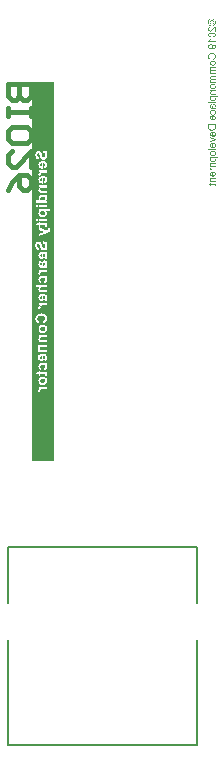
<source format=gbo>
G04*
G04 #@! TF.GenerationSoftware,Altium Limited,Altium Designer,19.1.8 (144)*
G04*
G04 Layer_Color=32896*
%FSLAX25Y25*%
%MOIN*%
G70*
G01*
G75*
%ADD11C,0.00787*%
%ADD40C,0.01575*%
G36*
X75599Y242440D02*
X75661Y242435D01*
X75721Y242426D01*
X75779Y242415D01*
X75836Y242402D01*
X75890Y242387D01*
X75940Y242373D01*
X75987Y242356D01*
X76029Y242340D01*
X76067Y242326D01*
X76101Y242311D01*
X76131Y242298D01*
X76152Y242287D01*
X76169Y242278D01*
X76180Y242273D01*
X76183Y242271D01*
X76240Y242238D01*
X76293Y242202D01*
X76342Y242164D01*
X76389Y242124D01*
X76433Y242084D01*
X76471Y242043D01*
X76507Y242005D01*
X76540Y241967D01*
X76567Y241933D01*
X76593Y241898D01*
X76615Y241869D01*
X76633Y241843D01*
X76646Y241821D01*
X76657Y241805D01*
X76662Y241796D01*
X76664Y241792D01*
X76693Y241734D01*
X76720Y241676D01*
X76742Y241618D01*
X76762Y241561D01*
X76779Y241505D01*
X76791Y241452D01*
X76802Y241401D01*
X76811Y241354D01*
X76819Y241308D01*
X76824Y241268D01*
X76828Y241234D01*
X76831Y241204D01*
Y241179D01*
X76833Y241161D01*
Y241146D01*
X76831Y241084D01*
X76826Y241022D01*
X76817Y240962D01*
X76806Y240904D01*
X76793Y240848D01*
X76780Y240795D01*
X76764Y240744D01*
X76748Y240699D01*
X76733Y240655D01*
X76717Y240617D01*
X76704Y240584D01*
X76689Y240555D01*
X76680Y240533D01*
X76671Y240516D01*
X76666Y240506D01*
X76664Y240502D01*
X76631Y240445D01*
X76595Y240393D01*
X76556Y240342D01*
X76516Y240296D01*
X76476Y240253D01*
X76436Y240214D01*
X76398Y240178D01*
X76360Y240145D01*
X76323Y240116D01*
X76291Y240092D01*
X76260Y240071D01*
X76234Y240052D01*
X76213Y240040D01*
X76196Y240029D01*
X76187Y240023D01*
X76183Y240021D01*
X76125Y239990D01*
X76067Y239965D01*
X76009Y239941D01*
X75952Y239923D01*
X75896Y239907D01*
X75843Y239892D01*
X75792Y239881D01*
X75745Y239872D01*
X75699Y239865D01*
X75659Y239860D01*
X75625Y239856D01*
X75595Y239852D01*
X75570D01*
X75552Y239850D01*
X75546D01*
X75541D01*
X75539D01*
X75537D01*
X75474Y239852D01*
X75412Y239858D01*
X75352Y239867D01*
X75293Y239878D01*
X75237Y239890D01*
X75182Y239905D01*
X75133Y239921D01*
X75086Y239938D01*
X75042Y239954D01*
X75004Y239970D01*
X74969Y239985D01*
X74942Y239998D01*
X74919Y240009D01*
X74902Y240018D01*
X74891Y240023D01*
X74888Y240025D01*
X74831Y240060D01*
X74778Y240096D01*
X74727Y240134D01*
X74682Y240174D01*
X74638Y240214D01*
X74600Y240254D01*
X74564Y240295D01*
X74531Y240333D01*
X74503Y240367D01*
X74478Y240402D01*
X74458Y240431D01*
X74440Y240458D01*
X74427Y240480D01*
X74416Y240495D01*
X74411Y240506D01*
X74409Y240507D01*
Y240509D01*
X74380Y240567D01*
X74353Y240626D01*
X74331Y240684D01*
X74311Y240740D01*
X74294Y240795D01*
X74282Y240848D01*
X74271Y240897D01*
X74261Y240944D01*
X74254Y240988D01*
X74249Y241026D01*
X74245Y241061D01*
X74241Y241090D01*
Y241113D01*
X74240Y241132D01*
Y241146D01*
X74241Y241206D01*
X74247Y241266D01*
X74256Y241326D01*
X74265Y241383D01*
X74280Y241437D01*
X74292Y241490D01*
X74309Y241541D01*
X74323Y241587D01*
X74340Y241629D01*
X74356Y241667D01*
X74369Y241701D01*
X74382Y241729D01*
X74392Y241752D01*
X74402Y241769D01*
X74407Y241780D01*
X74409Y241781D01*
Y241783D01*
X74442Y241840D01*
X74478Y241894D01*
X74514Y241943D01*
X74555Y241991D01*
X74594Y242034D01*
X74635Y242074D01*
X74673Y242111D01*
X74711Y242144D01*
X74747Y242173D01*
X74780Y242198D01*
X74811Y242218D01*
X74837Y242236D01*
X74858Y242251D01*
X74873Y242262D01*
X74884Y242267D01*
X74886Y242269D01*
X74888D01*
X74946Y242300D01*
X75004Y242326D01*
X75062Y242349D01*
X75121Y242369D01*
X75177Y242386D01*
X75230Y242400D01*
X75281Y242411D01*
X75330Y242420D01*
X75374Y242427D01*
X75414Y242433D01*
X75450Y242437D01*
X75479Y242438D01*
X75504Y242440D01*
X75523Y242442D01*
X75528D01*
X75534D01*
X75536D01*
X75537D01*
X75599Y242440D01*
D02*
G37*
G36*
X76802Y238085D02*
X76506D01*
Y239319D01*
X76475Y239299D01*
X76444Y239277D01*
X76416Y239255D01*
X76391Y239235D01*
X76371Y239217D01*
X76354Y239202D01*
X76344Y239193D01*
X76340Y239190D01*
X76322Y239173D01*
X76302Y239152D01*
X76280Y239128D01*
X76254Y239101D01*
X76229Y239071D01*
X76202Y239042D01*
X76149Y238980D01*
X76123Y238951D01*
X76100Y238924D01*
X76078Y238900D01*
X76060Y238877D01*
X76043Y238859D01*
X76032Y238846D01*
X76023Y238837D01*
X76021Y238833D01*
X75971Y238773D01*
X75921Y238717D01*
X75876Y238666D01*
X75834Y238618D01*
X75794Y238575D01*
X75757Y238536D01*
X75725Y238500D01*
X75696Y238469D01*
X75668Y238442D01*
X75645Y238420D01*
X75625Y238400D01*
X75608Y238383D01*
X75595Y238371D01*
X75586Y238363D01*
X75581Y238358D01*
X75579Y238356D01*
X75548Y238331D01*
X75519Y238305D01*
X75490Y238283D01*
X75463Y238263D01*
X75410Y238227D01*
X75386Y238212D01*
X75364Y238200D01*
X75344Y238187D01*
X75326Y238178D01*
X75310Y238169D01*
X75297Y238163D01*
X75286Y238158D01*
X75279Y238154D01*
X75273Y238151D01*
X75272D01*
X75217Y238130D01*
X75164Y238114D01*
X75113Y238103D01*
X75068Y238096D01*
X75048Y238094D01*
X75029Y238092D01*
X75015Y238090D01*
X75000Y238089D01*
X74989D01*
X74982D01*
X74977D01*
X74975D01*
X74920Y238090D01*
X74867Y238098D01*
X74818Y238109D01*
X74771Y238121D01*
X74727Y238138D01*
X74686Y238156D01*
X74647Y238176D01*
X74613Y238194D01*
X74582Y238214D01*
X74555Y238234D01*
X74531Y238252D01*
X74513Y238269D01*
X74496Y238281D01*
X74485Y238293D01*
X74478Y238300D01*
X74476Y238301D01*
X74440Y238343D01*
X74409Y238387D01*
X74383Y238433D01*
X74360Y238480D01*
X74340Y238527D01*
X74323Y238576D01*
X74311Y238622D01*
X74300Y238667D01*
X74291Y238709D01*
X74285Y238749D01*
X74280Y238784D01*
X74278Y238815D01*
X74276Y238840D01*
X74274Y238859D01*
Y238875D01*
X74276Y238940D01*
X74282Y239002D01*
X74291Y239060D01*
X74303Y239115D01*
X74318Y239166D01*
X74334Y239213D01*
X74351Y239255D01*
X74367Y239295D01*
X74385Y239330D01*
X74402Y239361D01*
X74418Y239386D01*
X74433Y239408D01*
X74444Y239424D01*
X74454Y239437D01*
X74460Y239444D01*
X74462Y239446D01*
X74498Y239485D01*
X74538Y239517D01*
X74580Y239548D01*
X74624Y239574D01*
X74669Y239597D01*
X74715Y239617D01*
X74758Y239634D01*
X74802Y239648D01*
X74842Y239659D01*
X74880Y239668D01*
X74915Y239676D01*
X74944Y239681D01*
X74968Y239687D01*
X74986Y239688D01*
X74993D01*
X74999Y239690D01*
X75000D01*
X75002D01*
X75035Y239372D01*
X74991Y239370D01*
X74951Y239366D01*
X74913Y239359D01*
X74877Y239352D01*
X74844Y239341D01*
X74815Y239330D01*
X74786Y239317D01*
X74762Y239304D01*
X74740Y239293D01*
X74720Y239281D01*
X74704Y239270D01*
X74689Y239259D01*
X74680Y239252D01*
X74671Y239244D01*
X74667Y239241D01*
X74665Y239239D01*
X74642Y239213D01*
X74622Y239184D01*
X74604Y239155D01*
X74587Y239126D01*
X74575Y239095D01*
X74564Y239066D01*
X74555Y239037D01*
X74547Y239009D01*
X74542Y238982D01*
X74538Y238959D01*
X74534Y238937D01*
X74533Y238917D01*
X74531Y238902D01*
Y238880D01*
X74533Y238842D01*
X74536Y238806D01*
X74542Y238771D01*
X74551Y238738D01*
X74560Y238709D01*
X74571Y238680D01*
X74582Y238655D01*
X74594Y238631D01*
X74605Y238611D01*
X74618Y238593D01*
X74629Y238576D01*
X74638Y238564D01*
X74647Y238553D01*
X74653Y238545D01*
X74656Y238542D01*
X74658Y238540D01*
X74682Y238516D01*
X74707Y238496D01*
X74733Y238478D01*
X74760Y238463D01*
X74786Y238451D01*
X74811Y238440D01*
X74837Y238431D01*
X74860Y238423D01*
X74882Y238418D01*
X74902Y238414D01*
X74920Y238411D01*
X74937Y238409D01*
X74949Y238407D01*
X74958D01*
X74966D01*
X74968D01*
X75000Y238409D01*
X75033Y238413D01*
X75066Y238420D01*
X75099Y238429D01*
X75162Y238453D01*
X75191Y238467D01*
X75219Y238480D01*
X75244Y238493D01*
X75268Y238507D01*
X75288Y238518D01*
X75306Y238529D01*
X75319Y238540D01*
X75330Y238547D01*
X75337Y238551D01*
X75339Y238553D01*
X75377Y238582D01*
X75419Y238618D01*
X75461Y238656D01*
X75504Y238700D01*
X75550Y238744D01*
X75594Y238791D01*
X75637Y238837D01*
X75679Y238884D01*
X75719Y238928D01*
X75756Y238969D01*
X75790Y239006D01*
X75818Y239040D01*
X75841Y239068D01*
X75850Y239079D01*
X75859Y239088D01*
X75865Y239095D01*
X75870Y239101D01*
X75872Y239104D01*
X75874Y239106D01*
X75914Y239153D01*
X75952Y239199D01*
X75989Y239241D01*
X76023Y239281D01*
X76058Y239317D01*
X76089Y239350D01*
X76118Y239379D01*
X76145Y239406D01*
X76169Y239432D01*
X76191Y239452D01*
X76209Y239470D01*
X76225Y239485D01*
X76238Y239495D01*
X76247Y239503D01*
X76253Y239508D01*
X76254Y239510D01*
X76316Y239559D01*
X76376Y239601D01*
X76433Y239636D01*
X76458Y239652D01*
X76484Y239665D01*
X76506Y239676D01*
X76525Y239687D01*
X76544Y239696D01*
X76560Y239701D01*
X76573Y239707D01*
X76582Y239710D01*
X76587Y239714D01*
X76589D01*
X76627Y239727D01*
X76666Y239736D01*
X76702Y239741D01*
X76733Y239745D01*
X76762Y239747D01*
X76773Y239749D01*
X76784D01*
X76791D01*
X76797D01*
X76800D01*
X76802D01*
Y238085D01*
D02*
G37*
G36*
X75690Y237750D02*
X75750Y237748D01*
X75809Y237743D01*
X75865Y237737D01*
X75920Y237730D01*
X75971Y237723D01*
X76020Y237716D01*
X76069Y237706D01*
X76112Y237696D01*
X76156Y237686D01*
X76196Y237675D01*
X76236Y237665D01*
X76273Y237654D01*
X76307Y237641D01*
X76340Y237630D01*
X76369Y237619D01*
X76398Y237606D01*
X76424Y237595D01*
X76449Y237584D01*
X76471Y237574D01*
X76491Y237564D01*
X76509Y237554D01*
X76525Y237544D01*
X76540Y237537D01*
X76551Y237530D01*
X76562Y237523D01*
X76571Y237517D01*
X76577Y237512D01*
X76582Y237508D01*
X76584Y237506D01*
X76586D01*
X76631Y237466D01*
X76671Y237422D01*
X76706Y237377D01*
X76735Y237330D01*
X76760Y237281D01*
X76780Y237233D01*
X76799Y237188D01*
X76811Y237142D01*
X76822Y237099D01*
X76829Y237060D01*
X76837Y237024D01*
X76840Y236993D01*
X76842Y236967D01*
X76844Y236949D01*
Y236933D01*
X76842Y236882D01*
X76837Y236835D01*
X76829Y236789D01*
X76820Y236745D01*
X76810Y236705D01*
X76797Y236669D01*
X76784Y236634D01*
X76769Y236602D01*
X76757Y236574D01*
X76744Y236549D01*
X76731Y236529D01*
X76720Y236511D01*
X76709Y236496D01*
X76702Y236487D01*
X76698Y236480D01*
X76697Y236478D01*
X76667Y236445D01*
X76637Y236414D01*
X76604Y236385D01*
X76569Y236358D01*
X76533Y236334D01*
X76498Y236312D01*
X76464Y236291D01*
X76431Y236272D01*
X76400Y236258D01*
X76371Y236243D01*
X76344Y236232D01*
X76322Y236221D01*
X76302Y236214D01*
X76289Y236209D01*
X76280Y236207D01*
X76276Y236205D01*
X76223Y236189D01*
X76167Y236174D01*
X76109Y236161D01*
X76049Y236150D01*
X75930Y236134D01*
X75872Y236128D01*
X75816Y236123D01*
X75763Y236119D01*
X75716Y236118D01*
X75672Y236116D01*
X75634Y236114D01*
X75617D01*
X75603Y236112D01*
X75590D01*
X75581D01*
X75572D01*
X75566D01*
X75563D01*
X75561D01*
X75492D01*
X75428Y236114D01*
X75366Y236118D01*
X75310Y236121D01*
X75257Y236125D01*
X75208Y236130D01*
X75162Y236136D01*
X75122Y236141D01*
X75086Y236147D01*
X75055Y236152D01*
X75028Y236158D01*
X75006Y236161D01*
X74988Y236165D01*
X74977Y236169D01*
X74968Y236170D01*
X74966D01*
X74926Y236181D01*
X74886Y236194D01*
X74849Y236205D01*
X74815Y236218D01*
X74782Y236232D01*
X74751Y236245D01*
X74722Y236258D01*
X74696Y236270D01*
X74673Y236281D01*
X74653Y236292D01*
X74635Y236301D01*
X74620Y236311D01*
X74609Y236318D01*
X74600Y236323D01*
X74594Y236325D01*
X74593Y236327D01*
X74538Y236365D01*
X74491Y236407D01*
X74449Y236449D01*
X74416Y236489D01*
X74402Y236507D01*
X74391Y236525D01*
X74380Y236540D01*
X74371Y236553D01*
X74365Y236563D01*
X74360Y236571D01*
X74356Y236576D01*
Y236578D01*
X74341Y236607D01*
X74329Y236636D01*
X74309Y236698D01*
X74294Y236758D01*
X74285Y236813D01*
X74282Y236838D01*
X74278Y236860D01*
X74276Y236882D01*
Y236898D01*
X74274Y236913D01*
Y236933D01*
X74276Y236984D01*
X74280Y237031D01*
X74287Y237077D01*
X74298Y237120D01*
X74309Y237160D01*
X74322Y237199D01*
X74334Y237233D01*
X74347Y237264D01*
X74362Y237293D01*
X74374Y237317D01*
X74387Y237339D01*
X74398Y237357D01*
X74407Y237371D01*
X74414Y237381D01*
X74420Y237388D01*
X74422Y237390D01*
X74451Y237422D01*
X74482Y237453D01*
X74514Y237483D01*
X74549Y237510D01*
X74584Y237533D01*
X74620Y237555D01*
X74655Y237577D01*
X74687Y237594D01*
X74718Y237610D01*
X74747Y237625D01*
X74775Y237635D01*
X74797Y237646D01*
X74817Y237654D01*
X74829Y237659D01*
X74838Y237661D01*
X74842Y237663D01*
X74895Y237679D01*
X74951Y237692D01*
X75010Y237705D01*
X75070Y237716D01*
X75190Y237732D01*
X75248Y237737D01*
X75304Y237743D01*
X75357Y237747D01*
X75406Y237748D01*
X75450Y237750D01*
X75486Y237752D01*
X75503D01*
X75517Y237754D01*
X75530D01*
X75541D01*
X75550D01*
X75555D01*
X75559D01*
X75561D01*
X75626D01*
X75690Y237750D01*
D02*
G37*
G36*
X75184Y235506D02*
X75159Y235450D01*
X75133Y235395D01*
X75108Y235344D01*
X75095Y235322D01*
X75084Y235300D01*
X75073Y235282D01*
X75064Y235268D01*
X75059Y235255D01*
X75053Y235244D01*
X75050Y235239D01*
X75048Y235237D01*
X75008Y235171D01*
X74988Y235142D01*
X74969Y235113D01*
X74949Y235087D01*
X74933Y235064D01*
X74915Y235042D01*
X74900Y235020D01*
X74886Y235004D01*
X74873Y234987D01*
X74860Y234973D01*
X74851Y234962D01*
X74844Y234953D01*
X74838Y234947D01*
X74835Y234944D01*
X74833Y234942D01*
X76802D01*
Y234632D01*
X74274D01*
Y234833D01*
X74305Y234849D01*
X74336Y234867D01*
X74396Y234909D01*
X74453Y234955D01*
X74480Y234978D01*
X74505Y235000D01*
X74527Y235022D01*
X74549Y235042D01*
X74567Y235060D01*
X74584Y235076D01*
X74596Y235089D01*
X74605Y235098D01*
X74611Y235106D01*
X74613Y235107D01*
X74675Y235182D01*
X74731Y235260D01*
X74782Y235337D01*
X74804Y235373D01*
X74826Y235408D01*
X74844Y235439D01*
X74860Y235468D01*
X74875Y235495D01*
X74886Y235517D01*
X74895Y235535D01*
X74902Y235550D01*
X74906Y235557D01*
X74908Y235561D01*
X75206D01*
X75184Y235506D01*
D02*
G37*
G36*
X75193Y233839D02*
X75257Y233832D01*
X75319Y233821D01*
X75375Y233808D01*
X75428Y233792D01*
X75477Y233773D01*
X75523Y233753D01*
X75563Y233733D01*
X75599Y233713D01*
X75632Y233693D01*
X75659Y233675D01*
X75681Y233659D01*
X75699Y233646D01*
X75712Y233635D01*
X75721Y233628D01*
X75723Y233626D01*
X75763Y233584D01*
X75798Y233540D01*
X75827Y233497D01*
X75854Y233451D01*
X75876Y233408D01*
X75894Y233364D01*
X75909Y233320D01*
X75920Y233280D01*
X75930Y233242D01*
X75936Y233207D01*
X75941Y233175D01*
X75945Y233149D01*
X75947Y233127D01*
X75949Y233111D01*
Y233096D01*
X75947Y233062D01*
X75945Y233027D01*
X75934Y232963D01*
X75920Y232903D01*
X75912Y232878D01*
X75903Y232853D01*
X75894Y232829D01*
X75887Y232809D01*
X75879Y232792D01*
X75872Y232776D01*
X75867Y232765D01*
X75861Y232756D01*
X75859Y232751D01*
X75858Y232749D01*
X75821Y232691D01*
X75781Y232641D01*
X75761Y232618D01*
X75741Y232598D01*
X75723Y232578D01*
X75703Y232561D01*
X75687Y232545D01*
X75670Y232532D01*
X75656Y232521D01*
X75643Y232510D01*
X75632Y232503D01*
X75625Y232498D01*
X75619Y232496D01*
X75617Y232494D01*
X75632D01*
X75645D01*
X75656D01*
X75665D01*
X75670D01*
X75676D01*
X75677D01*
X75679D01*
X75750Y232496D01*
X75819Y232501D01*
X75883Y232508D01*
X75914Y232514D01*
X75941Y232518D01*
X75967Y232521D01*
X75989Y232527D01*
X76009Y232530D01*
X76025Y232534D01*
X76040Y232538D01*
X76049Y232539D01*
X76056Y232541D01*
X76058D01*
X76091Y232550D01*
X76123Y232559D01*
X76152Y232569D01*
X76182Y232578D01*
X76207Y232589D01*
X76231Y232598D01*
X76253Y232607D01*
X76273Y232616D01*
X76291Y232623D01*
X76307Y232632D01*
X76320Y232638D01*
X76331Y232645D01*
X76340Y232649D01*
X76345Y232652D01*
X76349Y232656D01*
X76351D01*
X76389Y232683D01*
X76424Y232712D01*
X76455Y232741D01*
X76478Y232769D01*
X76498Y232792D01*
X76513Y232812D01*
X76518Y232820D01*
X76522Y232825D01*
X76525Y232829D01*
Y232831D01*
X76547Y232873D01*
X76562Y232914D01*
X76573Y232958D01*
X76582Y232996D01*
X76586Y233031D01*
X76587Y233045D01*
Y233058D01*
X76589Y233067D01*
Y233082D01*
X76587Y233113D01*
X76586Y233142D01*
X76575Y233195D01*
X76560Y233240D01*
X76551Y233262D01*
X76542Y233280D01*
X76535Y233296D01*
X76525Y233313D01*
X76518Y233326D01*
X76511Y233335D01*
X76506Y233344D01*
X76500Y233349D01*
X76498Y233353D01*
X76496Y233355D01*
X76478Y233375D01*
X76456Y233391D01*
X76409Y233422D01*
X76358Y233448D01*
X76307Y233468D01*
X76285Y233475D01*
X76262Y233482D01*
X76242Y233488D01*
X76225Y233491D01*
X76211Y233495D01*
X76200Y233497D01*
X76192Y233499D01*
X76191D01*
X76218Y233795D01*
X76273Y233786D01*
X76323Y233775D01*
X76371Y233761D01*
X76416Y233744D01*
X76458Y233728D01*
X76495Y233708D01*
X76529Y233690D01*
X76560Y233670D01*
X76589Y233651D01*
X76613Y233633D01*
X76633Y233615D01*
X76649Y233600D01*
X76664Y233590D01*
X76673Y233579D01*
X76678Y233573D01*
X76680Y233571D01*
X76709Y233535D01*
X76735Y233497D01*
X76757Y233457D01*
X76775Y233417D01*
X76791Y233377D01*
X76804Y233337D01*
X76815Y233296D01*
X76824Y233258D01*
X76829Y233224D01*
X76835Y233191D01*
X76839Y233162D01*
X76842Y233136D01*
Y233116D01*
X76844Y233100D01*
Y233087D01*
X76842Y233036D01*
X76837Y232987D01*
X76829Y232940D01*
X76820Y232894D01*
X76810Y232851D01*
X76797Y232812D01*
X76784Y232774D01*
X76769Y232741D01*
X76755Y232711D01*
X76742Y232683D01*
X76729Y232660D01*
X76718Y232640D01*
X76709Y232623D01*
X76700Y232612D01*
X76697Y232605D01*
X76695Y232603D01*
X76666Y232565D01*
X76633Y232530D01*
X76598Y232498D01*
X76564Y232467D01*
X76527Y232439D01*
X76491Y232412D01*
X76456Y232390D01*
X76422Y232368D01*
X76389Y232350D01*
X76358Y232334D01*
X76331Y232321D01*
X76307Y232310D01*
X76287Y232301D01*
X76273Y232296D01*
X76263Y232292D01*
X76260Y232290D01*
X76203Y232272D01*
X76145Y232256D01*
X76083Y232241D01*
X76020Y232228D01*
X75956Y232219D01*
X75890Y232210D01*
X75828Y232203D01*
X75768Y232197D01*
X75712Y232194D01*
X75659Y232190D01*
X75612Y232188D01*
X75592Y232186D01*
X75572D01*
X75554D01*
X75537Y232185D01*
X75524D01*
X75514D01*
X75504D01*
X75497D01*
X75494D01*
X75492D01*
X75408Y232186D01*
X75328Y232190D01*
X75255Y232194D01*
X75186Y232201D01*
X75122Y232210D01*
X75066Y232219D01*
X75013Y232228D01*
X74966Y232237D01*
X74924Y232248D01*
X74888Y232257D01*
X74857Y232266D01*
X74831Y232276D01*
X74811Y232283D01*
X74797Y232287D01*
X74789Y232290D01*
X74786Y232292D01*
X74740Y232312D01*
X74698Y232336D01*
X74660Y232359D01*
X74624Y232385D01*
X74589Y232410D01*
X74558Y232436D01*
X74529Y232461D01*
X74503Y232487D01*
X74482Y232510D01*
X74462Y232530D01*
X74445Y232550D01*
X74431Y232569D01*
X74422Y232581D01*
X74413Y232592D01*
X74409Y232599D01*
X74407Y232601D01*
X74383Y232640D01*
X74363Y232678D01*
X74345Y232718D01*
X74331Y232756D01*
X74318Y232794D01*
X74307Y232833D01*
X74298Y232867D01*
X74291Y232902D01*
X74285Y232932D01*
X74282Y232960D01*
X74278Y232985D01*
X74276Y233007D01*
X74274Y233025D01*
Y233049D01*
X74276Y233111D01*
X74285Y233171D01*
X74296Y233227D01*
X74311Y233280D01*
X74329Y233331D01*
X74349Y233379D01*
X74369Y233420D01*
X74391Y233460D01*
X74413Y233495D01*
X74434Y233526D01*
X74454Y233553D01*
X74473Y233575D01*
X74487Y233591D01*
X74498Y233604D01*
X74507Y233613D01*
X74509Y233615D01*
X74555Y233655D01*
X74602Y233690D01*
X74653Y233719D01*
X74704Y233746D01*
X74755Y233768D01*
X74806Y233786D01*
X74857Y233801D01*
X74904Y233812D01*
X74949Y233822D01*
X74991Y233828D01*
X75029Y233833D01*
X75062Y233837D01*
X75090Y233839D01*
X75100D01*
X75110Y233841D01*
X75117D01*
X75122D01*
X75124D01*
X75126D01*
X75193Y233839D01*
D02*
G37*
G36*
X75592Y230876D02*
X75657Y230872D01*
X75721Y230865D01*
X75781Y230858D01*
X75841Y230847D01*
X75896Y230836D01*
X75949Y230823D01*
X75998Y230810D01*
X76041Y230800D01*
X76082Y230787D01*
X76116Y230776D01*
X76145Y230765D01*
X76169Y230758D01*
X76185Y230750D01*
X76196Y230747D01*
X76198Y230745D01*
X76200D01*
X76256Y230719D01*
X76311Y230690D01*
X76360Y230659D01*
X76407Y230628D01*
X76449Y230596D01*
X76489Y230563D01*
X76524Y230532D01*
X76556Y230501D01*
X76586Y230472D01*
X76609Y230445D01*
X76631Y230421D01*
X76648Y230399D01*
X76660Y230381D01*
X76671Y230368D01*
X76677Y230361D01*
X76678Y230357D01*
X76708Y230308D01*
X76733Y230255D01*
X76755Y230201D01*
X76775Y230146D01*
X76789Y230092D01*
X76804Y230035D01*
X76815Y229982D01*
X76824Y229930D01*
X76829Y229882D01*
X76835Y229837D01*
X76839Y229797D01*
X76842Y229762D01*
Y229735D01*
X76844Y229722D01*
Y229695D01*
X76842Y229622D01*
X76835Y229553D01*
X76824Y229487D01*
X76811Y229424D01*
X76795Y229365D01*
X76777Y229311D01*
X76757Y229260D01*
X76737Y229214D01*
X76717Y229172D01*
X76697Y229136D01*
X76678Y229103D01*
X76662Y229078D01*
X76649Y229056D01*
X76638Y229041D01*
X76631Y229032D01*
X76629Y229029D01*
X76586Y228979D01*
X76540Y228934D01*
X76491Y228892D01*
X76440Y228854D01*
X76387Y228819D01*
X76336Y228788D01*
X76285Y228761D01*
X76234Y228737D01*
X76187Y228716D01*
X76143Y228697D01*
X76105Y228683D01*
X76071Y228670D01*
X76043Y228661D01*
X76030Y228657D01*
X76021Y228656D01*
X76014Y228654D01*
X76009Y228652D01*
X76005Y228650D01*
X76003D01*
X75920Y228983D01*
X75978Y228998D01*
X76030Y229014D01*
X76082Y229032D01*
X76127Y229054D01*
X76171Y229074D01*
X76211Y229098D01*
X76245Y229120D01*
X76278Y229141D01*
X76305Y229162D01*
X76331Y229182D01*
X76351Y229200D01*
X76367Y229216D01*
X76382Y229229D01*
X76391Y229238D01*
X76396Y229245D01*
X76398Y229247D01*
X76425Y229285D01*
X76451Y229324D01*
X76473Y229363D01*
X76491Y229404D01*
X76506Y229444D01*
X76518Y229484D01*
X76529Y229522D01*
X76538Y229558D01*
X76546Y229591D01*
X76549Y229624D01*
X76553Y229651D01*
X76556Y229675D01*
Y229695D01*
X76558Y229709D01*
Y229722D01*
X76556Y229764D01*
X76553Y229806D01*
X76547Y229846D01*
X76540Y229886D01*
X76531Y229922D01*
X76520Y229959D01*
X76511Y229991D01*
X76498Y230022D01*
X76487Y230050D01*
X76478Y230075D01*
X76467Y230097D01*
X76458Y230115D01*
X76451Y230130D01*
X76446Y230141D01*
X76442Y230148D01*
X76440Y230150D01*
X76416Y230186D01*
X76391Y230219D01*
X76364Y230250D01*
X76335Y230279D01*
X76305Y230305D01*
X76274Y230328D01*
X76245Y230350D01*
X76218Y230370D01*
X76191Y230386D01*
X76165Y230401D01*
X76142Y230414D01*
X76121Y230423D01*
X76105Y230432D01*
X76094Y230437D01*
X76085Y230439D01*
X76083Y230441D01*
X76038Y230457D01*
X75990Y230472D01*
X75943Y230485D01*
X75894Y230494D01*
X75801Y230512D01*
X75756Y230517D01*
X75712Y230523D01*
X75674Y230526D01*
X75637Y230528D01*
X75605Y230530D01*
X75577Y230532D01*
X75554Y230534D01*
X75537D01*
X75526D01*
X75523D01*
X75475Y230532D01*
X75430Y230530D01*
X75343Y230521D01*
X75301Y230516D01*
X75261Y230508D01*
X75222Y230501D01*
X75188Y230494D01*
X75155Y230486D01*
X75126Y230481D01*
X75100Y230474D01*
X75079Y230468D01*
X75062Y230463D01*
X75050Y230459D01*
X75040Y230455D01*
X75039D01*
X74995Y230439D01*
X74955Y230421D01*
X74917Y230401D01*
X74882Y230379D01*
X74848Y230357D01*
X74817Y230335D01*
X74789Y230312D01*
X74764Y230290D01*
X74742Y230268D01*
X74722Y230248D01*
X74706Y230230D01*
X74691Y230213D01*
X74680Y230201D01*
X74671Y230192D01*
X74667Y230184D01*
X74665Y230183D01*
X74640Y230144D01*
X74620Y230104D01*
X74600Y230064D01*
X74584Y230024D01*
X74571Y229982D01*
X74560Y229942D01*
X74551Y229904D01*
X74544Y229866D01*
X74536Y229831D01*
X74533Y229799D01*
X74529Y229769D01*
X74527Y229744D01*
X74525Y229724D01*
Y229697D01*
X74527Y229649D01*
X74531Y229606D01*
X74536Y229564D01*
X74545Y229524D01*
X74555Y229487D01*
X74565Y229453D01*
X74576Y229422D01*
X74587Y229393D01*
X74600Y229367D01*
X74611Y229344D01*
X74622Y229324D01*
X74631Y229307D01*
X74640Y229294D01*
X74646Y229285D01*
X74649Y229280D01*
X74651Y229278D01*
X74676Y229247D01*
X74704Y229218D01*
X74735Y229192D01*
X74766Y229167D01*
X74800Y229143D01*
X74833Y229123D01*
X74866Y229103D01*
X74898Y229087D01*
X74929Y229072D01*
X74958Y229058D01*
X74984Y229047D01*
X75006Y229038D01*
X75026Y229030D01*
X75039Y229025D01*
X75048Y229023D01*
X75051Y229021D01*
X74975Y228694D01*
X74911Y228714D01*
X74851Y228739D01*
X74795Y228765D01*
X74742Y228794D01*
X74695Y228823D01*
X74649Y228852D01*
X74609Y228883D01*
X74573Y228912D01*
X74540Y228941D01*
X74513Y228967D01*
X74487Y228990D01*
X74469Y229012D01*
X74453Y229029D01*
X74442Y229043D01*
X74434Y229050D01*
X74433Y229054D01*
X74398Y229103D01*
X74369Y229154D01*
X74343Y229209D01*
X74322Y229262D01*
X74301Y229314D01*
X74287Y229367D01*
X74274Y229418D01*
X74263Y229467D01*
X74256Y229515D01*
X74251Y229556D01*
X74245Y229593D01*
X74243Y229626D01*
X74241Y229653D01*
X74240Y229664D01*
Y229689D01*
X74241Y229751D01*
X74247Y229811D01*
X74254Y229870D01*
X74263Y229926D01*
X74274Y229979D01*
X74289Y230030D01*
X74301Y230077D01*
X74316Y230121D01*
X74331Y230159D01*
X74343Y230195D01*
X74356Y230226D01*
X74369Y230252D01*
X74378Y230274D01*
X74385Y230288D01*
X74391Y230297D01*
X74392Y230301D01*
X74423Y230352D01*
X74456Y230399D01*
X74491Y230443D01*
X74527Y230485D01*
X74564Y230523D01*
X74600Y230557D01*
X74638Y230590D01*
X74673Y230617D01*
X74706Y230643D01*
X74738Y230667D01*
X74766Y230685D01*
X74789Y230701D01*
X74811Y230712D01*
X74826Y230721D01*
X74835Y230727D01*
X74838Y230729D01*
X74895Y230754D01*
X74951Y230778D01*
X75010Y230798D01*
X75068Y230814D01*
X75126Y230829D01*
X75184Y230841D01*
X75239Y230851D01*
X75290Y230860D01*
X75339Y230865D01*
X75384Y230871D01*
X75424Y230872D01*
X75459Y230876D01*
X75486D01*
X75497Y230878D01*
X75506D01*
X75514D01*
X75519D01*
X75523D01*
X75524D01*
X75592Y230876D01*
D02*
G37*
G36*
X75974Y228394D02*
X76054Y228384D01*
X76127Y228374D01*
X76196Y228359D01*
X76260Y228341D01*
X76318Y228321D01*
X76371Y228299D01*
X76418Y228277D01*
X76460Y228255D01*
X76496Y228235D01*
X76527Y228215D01*
X76553Y228197D01*
X76573Y228182D01*
X76587Y228171D01*
X76595Y228162D01*
X76598Y228161D01*
X76642Y228115D01*
X76678Y228066D01*
X76711Y228015D01*
X76739Y227964D01*
X76762Y227913D01*
X76782Y227860D01*
X76799Y227811D01*
X76811Y227762D01*
X76822Y227716D01*
X76829Y227675D01*
X76835Y227638D01*
X76839Y227605D01*
X76840Y227578D01*
Y227567D01*
X76842Y227558D01*
Y227542D01*
X76840Y227496D01*
X76837Y227454D01*
X76831Y227413D01*
X76824Y227371D01*
X76817Y227332D01*
X76808Y227296D01*
X76797Y227263D01*
X76786Y227231D01*
X76777Y227203D01*
X76766Y227178D01*
X76757Y227156D01*
X76748Y227136D01*
X76742Y227121D01*
X76737Y227110D01*
X76733Y227103D01*
X76731Y227101D01*
X76709Y227065D01*
X76686Y227030D01*
X76660Y226997D01*
X76635Y226968D01*
X76609Y226941D01*
X76584Y226916D01*
X76558Y226892D01*
X76533Y226872D01*
X76509Y226854D01*
X76487Y226837D01*
X76469Y226825D01*
X76451Y226814D01*
X76438Y226805D01*
X76427Y226799D01*
X76420Y226796D01*
X76418Y226794D01*
X76378Y226776D01*
X76336Y226757D01*
X76293Y226745D01*
X76247Y226732D01*
X76200Y226721D01*
X76154Y226712D01*
X76109Y226705D01*
X76065Y226699D01*
X76025Y226695D01*
X75987Y226692D01*
X75952Y226690D01*
X75923Y226688D01*
X75899Y226686D01*
X75879D01*
X75874D01*
X75868D01*
X75867D01*
X75865D01*
X75785Y226688D01*
X75710Y226697D01*
X75641Y226708D01*
X75576Y226725D01*
X75514Y226743D01*
X75459Y226763D01*
X75408Y226785D01*
X75361Y226806D01*
X75321Y226828D01*
X75284Y226850D01*
X75255Y226870D01*
X75230Y226888D01*
X75210Y226905D01*
X75195Y226916D01*
X75188Y226923D01*
X75184Y226926D01*
X75141Y226972D01*
X75102Y227021D01*
X75070Y227072D01*
X75040Y227123D01*
X75017Y227174D01*
X74997Y227225D01*
X74980Y227276D01*
X74968Y227323D01*
X74957Y227369D01*
X74949Y227411D01*
X74944Y227447D01*
X74940Y227480D01*
X74938Y227505D01*
X74937Y227516D01*
Y227542D01*
X74938Y227604D01*
X74946Y227664D01*
X74955Y227720D01*
X74968Y227773D01*
X74984Y227824D01*
X75000Y227871D01*
X75020Y227915D01*
X75039Y227955D01*
X75057Y227991D01*
X75077Y228022D01*
X75093Y228049D01*
X75108Y228073D01*
X75122Y228091D01*
X75131Y228104D01*
X75139Y228111D01*
X75141Y228115D01*
X75190Y228164D01*
X75242Y228208D01*
X75301Y228244D01*
X75361Y228277D01*
X75423Y228304D01*
X75485Y228326D01*
X75546Y228346D01*
X75606Y228361D01*
X75665Y228372D01*
X75718Y228381D01*
X75765Y228386D01*
X75787Y228390D01*
X75807Y228392D01*
X75825D01*
X75841Y228394D01*
X75856D01*
X75868Y228395D01*
X75878D01*
X75885D01*
X75889D01*
X75890D01*
X75974Y228394D01*
D02*
G37*
G36*
X76802Y226015D02*
X75856D01*
X75810D01*
X75768Y226013D01*
X75728Y226009D01*
X75692Y226008D01*
X75657Y226004D01*
X75626Y225998D01*
X75597Y225995D01*
X75572Y225989D01*
X75550Y225986D01*
X75530Y225982D01*
X75514Y225976D01*
X75499Y225973D01*
X75490Y225969D01*
X75481Y225967D01*
X75477Y225966D01*
X75475D01*
X75428Y225944D01*
X75388Y225918D01*
X75353Y225893D01*
X75324Y225866D01*
X75302Y225842D01*
X75286Y225822D01*
X75281Y225815D01*
X75277Y225809D01*
X75273Y225805D01*
Y225804D01*
X75250Y225762D01*
X75233Y225720D01*
X75221Y225678D01*
X75213Y225642D01*
X75208Y225611D01*
X75206Y225596D01*
Y225585D01*
X75204Y225576D01*
Y225563D01*
X75206Y225532D01*
X75208Y225503D01*
X75213Y225476D01*
X75221Y225452D01*
X75228Y225429D01*
X75237Y225409D01*
X75246Y225391D01*
X75255Y225374D01*
X75266Y225361D01*
X75275Y225349D01*
X75284Y225338D01*
X75292Y225330D01*
X75299Y225323D01*
X75304Y225320D01*
X75306Y225316D01*
X75308D01*
X75328Y225303D01*
X75352Y225290D01*
X75401Y225272D01*
X75452Y225258D01*
X75501Y225249D01*
X75524Y225245D01*
X75546Y225243D01*
X75566Y225241D01*
X75583D01*
X75597Y225239D01*
X75608D01*
X75616D01*
X75617D01*
X76802D01*
Y224930D01*
X75743D01*
X75692Y224928D01*
X75645Y224924D01*
X75601Y224919D01*
X75559Y224910D01*
X75523Y224901D01*
X75490Y224890D01*
X75459Y224877D01*
X75432Y224866D01*
X75408Y224854D01*
X75388Y224843D01*
X75372Y224832D01*
X75357Y224823D01*
X75346Y224814D01*
X75339Y224808D01*
X75335Y224804D01*
X75333Y224803D01*
X75310Y224777D01*
X75292Y224752D01*
X75273Y224726D01*
X75259Y224699D01*
X75246Y224672D01*
X75235Y224646D01*
X75228Y224621D01*
X75221Y224595D01*
X75215Y224573D01*
X75212Y224552D01*
X75208Y224531D01*
X75206Y224515D01*
X75204Y224502D01*
Y224484D01*
X75206Y224446D01*
X75212Y224410D01*
X75221Y224378D01*
X75230Y224351D01*
X75239Y224329D01*
X75248Y224313D01*
X75253Y224302D01*
X75255Y224299D01*
X75275Y224271D01*
X75297Y224248D01*
X75319Y224229D01*
X75339Y224213D01*
X75357Y224202D01*
X75374Y224195D01*
X75383Y224191D01*
X75384Y224189D01*
X75386D01*
X75403Y224184D01*
X75421Y224178D01*
X75463Y224171D01*
X75506Y224166D01*
X75550Y224162D01*
X75590Y224160D01*
X75608Y224158D01*
X75623D01*
X75636D01*
X75645D01*
X75652D01*
X75654D01*
X76802D01*
Y223849D01*
X75550D01*
X75494Y223851D01*
X75441Y223854D01*
X75392Y223862D01*
X75346Y223873D01*
X75304Y223884D01*
X75266Y223896D01*
X75233Y223909D01*
X75202Y223922D01*
X75175Y223936D01*
X75151Y223949D01*
X75131Y223962D01*
X75117Y223973D01*
X75104Y223982D01*
X75095Y223989D01*
X75090Y223994D01*
X75088Y223996D01*
X75060Y224026D01*
X75039Y224056D01*
X75017Y224089D01*
X75000Y224122D01*
X74986Y224158D01*
X74973Y224193D01*
X74964Y224226D01*
X74955Y224258D01*
X74949Y224291D01*
X74944Y224320D01*
X74942Y224346D01*
X74938Y224368D01*
Y224388D01*
X74937Y224400D01*
Y224446D01*
X74940Y224477D01*
X74951Y224537D01*
X74966Y224595D01*
X74986Y224648D01*
X75011Y224699D01*
X75039Y224744D01*
X75068Y224788D01*
X75097Y224826D01*
X75126Y224861D01*
X75155Y224892D01*
X75182Y224917D01*
X75206Y224939D01*
X75228Y224957D01*
X75242Y224968D01*
X75253Y224977D01*
X75255Y224979D01*
X75257D01*
X75204Y225003D01*
X75157Y225030D01*
X75117Y225059D01*
X75082Y225090D01*
X75057Y225117D01*
X75046Y225130D01*
X75037Y225139D01*
X75031Y225148D01*
X75026Y225156D01*
X75024Y225159D01*
X75022Y225161D01*
X75008Y225187D01*
X74993Y225212D01*
X74973Y225269D01*
X74957Y225323D01*
X74948Y225376D01*
X74944Y225400D01*
X74940Y225423D01*
X74938Y225443D01*
Y225460D01*
X74937Y225474D01*
Y225527D01*
X74940Y225560D01*
X74949Y225622D01*
X74955Y225651D01*
X74962Y225678D01*
X74969Y225702D01*
X74977Y225725D01*
X74986Y225745D01*
X74993Y225765D01*
X75000Y225782D01*
X75006Y225795D01*
X75011Y225805D01*
X75015Y225813D01*
X75017Y225818D01*
X75019Y225820D01*
X75051Y225871D01*
X75088Y225915D01*
X75122Y225955D01*
X75157Y225987D01*
X75188Y226013D01*
X75201Y226024D01*
X75213Y226031D01*
X75222Y226038D01*
X75230Y226044D01*
X75233Y226046D01*
X75235Y226047D01*
X74977D01*
Y226324D01*
X76802D01*
Y226015D01*
D02*
G37*
G36*
Y223084D02*
X75856D01*
X75810D01*
X75768Y223083D01*
X75728Y223079D01*
X75692Y223077D01*
X75657Y223074D01*
X75626Y223068D01*
X75597Y223064D01*
X75572Y223059D01*
X75550Y223055D01*
X75530Y223052D01*
X75514Y223046D01*
X75499Y223043D01*
X75490Y223039D01*
X75481Y223037D01*
X75477Y223035D01*
X75475D01*
X75428Y223013D01*
X75388Y222988D01*
X75353Y222963D01*
X75324Y222935D01*
X75302Y222912D01*
X75286Y222892D01*
X75281Y222884D01*
X75277Y222879D01*
X75273Y222875D01*
Y222873D01*
X75250Y222832D01*
X75233Y222790D01*
X75221Y222748D01*
X75213Y222711D01*
X75208Y222680D01*
X75206Y222666D01*
Y222655D01*
X75204Y222646D01*
Y222633D01*
X75206Y222602D01*
X75208Y222573D01*
X75213Y222546D01*
X75221Y222522D01*
X75228Y222498D01*
X75237Y222479D01*
X75246Y222460D01*
X75255Y222444D01*
X75266Y222431D01*
X75275Y222418D01*
X75284Y222408D01*
X75292Y222400D01*
X75299Y222393D01*
X75304Y222389D01*
X75306Y222386D01*
X75308D01*
X75328Y222373D01*
X75352Y222360D01*
X75401Y222342D01*
X75452Y222327D01*
X75501Y222318D01*
X75524Y222315D01*
X75546Y222313D01*
X75566Y222311D01*
X75583D01*
X75597Y222309D01*
X75608D01*
X75616D01*
X75617D01*
X76802D01*
Y222000D01*
X75743D01*
X75692Y221998D01*
X75645Y221994D01*
X75601Y221989D01*
X75559Y221980D01*
X75523Y221971D01*
X75490Y221960D01*
X75459Y221947D01*
X75432Y221936D01*
X75408Y221923D01*
X75388Y221912D01*
X75372Y221901D01*
X75357Y221892D01*
X75346Y221883D01*
X75339Y221878D01*
X75335Y221874D01*
X75333Y221872D01*
X75310Y221847D01*
X75292Y221821D01*
X75273Y221796D01*
X75259Y221769D01*
X75246Y221741D01*
X75235Y221716D01*
X75228Y221690D01*
X75221Y221665D01*
X75215Y221643D01*
X75212Y221621D01*
X75208Y221601D01*
X75206Y221585D01*
X75204Y221572D01*
Y221554D01*
X75206Y221516D01*
X75212Y221479D01*
X75221Y221448D01*
X75230Y221421D01*
X75239Y221399D01*
X75248Y221383D01*
X75253Y221372D01*
X75255Y221368D01*
X75275Y221341D01*
X75297Y221317D01*
X75319Y221299D01*
X75339Y221283D01*
X75357Y221272D01*
X75374Y221265D01*
X75383Y221261D01*
X75384Y221259D01*
X75386D01*
X75403Y221254D01*
X75421Y221248D01*
X75463Y221241D01*
X75506Y221235D01*
X75550Y221232D01*
X75590Y221230D01*
X75608Y221228D01*
X75623D01*
X75636D01*
X75645D01*
X75652D01*
X75654D01*
X76802D01*
Y220919D01*
X75550D01*
X75494Y220921D01*
X75441Y220924D01*
X75392Y220932D01*
X75346Y220942D01*
X75304Y220953D01*
X75266Y220966D01*
X75233Y220979D01*
X75202Y220991D01*
X75175Y221006D01*
X75151Y221019D01*
X75131Y221032D01*
X75117Y221042D01*
X75104Y221052D01*
X75095Y221059D01*
X75090Y221064D01*
X75088Y221066D01*
X75060Y221095D01*
X75039Y221126D01*
X75017Y221159D01*
X75000Y221192D01*
X74986Y221228D01*
X74973Y221263D01*
X74964Y221295D01*
X74955Y221328D01*
X74949Y221361D01*
X74944Y221390D01*
X74942Y221416D01*
X74938Y221437D01*
Y221458D01*
X74937Y221470D01*
Y221516D01*
X74940Y221547D01*
X74951Y221607D01*
X74966Y221665D01*
X74986Y221718D01*
X75011Y221769D01*
X75039Y221814D01*
X75068Y221858D01*
X75097Y221896D01*
X75126Y221931D01*
X75155Y221962D01*
X75182Y221987D01*
X75206Y222009D01*
X75228Y222027D01*
X75242Y222038D01*
X75253Y222047D01*
X75255Y222049D01*
X75257D01*
X75204Y222073D01*
X75157Y222100D01*
X75117Y222129D01*
X75082Y222160D01*
X75057Y222187D01*
X75046Y222200D01*
X75037Y222209D01*
X75031Y222218D01*
X75026Y222225D01*
X75024Y222229D01*
X75022Y222231D01*
X75008Y222256D01*
X74993Y222282D01*
X74973Y222338D01*
X74957Y222393D01*
X74948Y222446D01*
X74944Y222469D01*
X74940Y222493D01*
X74938Y222513D01*
Y222529D01*
X74937Y222544D01*
Y222597D01*
X74940Y222629D01*
X74949Y222691D01*
X74955Y222721D01*
X74962Y222748D01*
X74969Y222772D01*
X74977Y222795D01*
X74986Y222815D01*
X74993Y222835D01*
X75000Y222852D01*
X75006Y222864D01*
X75011Y222875D01*
X75015Y222883D01*
X75017Y222888D01*
X75019Y222890D01*
X75051Y222941D01*
X75088Y222984D01*
X75122Y223025D01*
X75157Y223057D01*
X75188Y223083D01*
X75201Y223094D01*
X75213Y223101D01*
X75222Y223108D01*
X75230Y223114D01*
X75233Y223115D01*
X75235Y223117D01*
X74977D01*
Y223394D01*
X76802D01*
Y223084D01*
D02*
G37*
G36*
X75974Y220577D02*
X76054Y220567D01*
X76127Y220557D01*
X76196Y220542D01*
X76260Y220524D01*
X76318Y220504D01*
X76371Y220482D01*
X76418Y220460D01*
X76460Y220438D01*
X76496Y220418D01*
X76527Y220398D01*
X76553Y220380D01*
X76573Y220366D01*
X76587Y220355D01*
X76595Y220345D01*
X76598Y220344D01*
X76642Y220298D01*
X76678Y220249D01*
X76711Y220198D01*
X76739Y220147D01*
X76762Y220096D01*
X76782Y220043D01*
X76799Y219994D01*
X76811Y219945D01*
X76822Y219900D01*
X76829Y219858D01*
X76835Y219821D01*
X76839Y219789D01*
X76840Y219761D01*
Y219750D01*
X76842Y219741D01*
Y219725D01*
X76840Y219679D01*
X76837Y219637D01*
X76831Y219596D01*
X76824Y219554D01*
X76817Y219515D01*
X76808Y219479D01*
X76797Y219446D01*
X76786Y219414D01*
X76777Y219386D01*
X76766Y219361D01*
X76757Y219339D01*
X76748Y219319D01*
X76742Y219304D01*
X76737Y219293D01*
X76733Y219286D01*
X76731Y219284D01*
X76709Y219248D01*
X76686Y219213D01*
X76660Y219181D01*
X76635Y219151D01*
X76609Y219124D01*
X76584Y219099D01*
X76558Y219075D01*
X76533Y219055D01*
X76509Y219037D01*
X76487Y219021D01*
X76469Y219008D01*
X76451Y218997D01*
X76438Y218988D01*
X76427Y218982D01*
X76420Y218979D01*
X76418Y218977D01*
X76378Y218959D01*
X76336Y218940D01*
X76293Y218928D01*
X76247Y218915D01*
X76200Y218904D01*
X76154Y218895D01*
X76109Y218888D01*
X76065Y218882D01*
X76025Y218879D01*
X75987Y218875D01*
X75952Y218873D01*
X75923Y218871D01*
X75899Y218869D01*
X75879D01*
X75874D01*
X75868D01*
X75867D01*
X75865D01*
X75785Y218871D01*
X75710Y218880D01*
X75641Y218891D01*
X75576Y218908D01*
X75514Y218926D01*
X75459Y218946D01*
X75408Y218968D01*
X75361Y218989D01*
X75321Y219011D01*
X75284Y219033D01*
X75255Y219053D01*
X75230Y219071D01*
X75210Y219088D01*
X75195Y219099D01*
X75188Y219106D01*
X75184Y219110D01*
X75141Y219155D01*
X75102Y219204D01*
X75070Y219255D01*
X75040Y219306D01*
X75017Y219357D01*
X74997Y219408D01*
X74980Y219459D01*
X74968Y219506D01*
X74957Y219552D01*
X74949Y219594D01*
X74944Y219630D01*
X74940Y219663D01*
X74938Y219688D01*
X74937Y219699D01*
Y219725D01*
X74938Y219787D01*
X74946Y219847D01*
X74955Y219903D01*
X74968Y219956D01*
X74984Y220007D01*
X75000Y220054D01*
X75020Y220098D01*
X75039Y220138D01*
X75057Y220174D01*
X75077Y220205D01*
X75093Y220233D01*
X75108Y220256D01*
X75122Y220274D01*
X75131Y220287D01*
X75139Y220294D01*
X75141Y220298D01*
X75190Y220347D01*
X75242Y220391D01*
X75301Y220427D01*
X75361Y220460D01*
X75423Y220487D01*
X75485Y220509D01*
X75546Y220529D01*
X75606Y220544D01*
X75665Y220555D01*
X75718Y220564D01*
X75765Y220569D01*
X75787Y220573D01*
X75807Y220575D01*
X75825D01*
X75841Y220577D01*
X75856D01*
X75868Y220578D01*
X75878D01*
X75885D01*
X75889D01*
X75890D01*
X75974Y220577D01*
D02*
G37*
G36*
X76802Y218198D02*
X75807D01*
X75743Y218196D01*
X75685Y218192D01*
X75632Y218185D01*
X75585Y218176D01*
X75541Y218165D01*
X75501Y218152D01*
X75466Y218140D01*
X75437Y218127D01*
X75410Y218114D01*
X75388Y218101D01*
X75370Y218089D01*
X75355Y218078D01*
X75344Y218069D01*
X75335Y218061D01*
X75332Y218058D01*
X75330Y218056D01*
X75308Y218029D01*
X75288Y217999D01*
X75272Y217970D01*
X75257Y217941D01*
X75244Y217912D01*
X75235Y217885D01*
X75226Y217858D01*
X75221Y217830D01*
X75215Y217807D01*
X75212Y217785D01*
X75208Y217765D01*
X75206Y217746D01*
X75204Y217734D01*
Y217714D01*
X75206Y217668D01*
X75213Y217628D01*
X75222Y217592D01*
X75231Y217559D01*
X75242Y217533D01*
X75252Y217515D01*
X75255Y217508D01*
X75259Y217503D01*
X75261Y217501D01*
Y217499D01*
X75283Y217466D01*
X75308Y217439D01*
X75333Y217417D01*
X75357Y217399D01*
X75379Y217386D01*
X75395Y217377D01*
X75403Y217373D01*
X75408Y217372D01*
X75410Y217370D01*
X75412D01*
X75430Y217362D01*
X75450Y217357D01*
X75495Y217348D01*
X75541Y217342D01*
X75588Y217337D01*
X75608D01*
X75628Y217335D01*
X75647D01*
X75663Y217333D01*
X75676D01*
X75685D01*
X75692D01*
X75694D01*
X76802D01*
Y217024D01*
X75681D01*
X75643D01*
X75606D01*
X75574Y217026D01*
X75543Y217028D01*
X75515D01*
X75492Y217029D01*
X75470Y217031D01*
X75450Y217033D01*
X75434Y217035D01*
X75419Y217037D01*
X75406Y217038D01*
X75397D01*
X75390Y217040D01*
X75384Y217042D01*
X75383D01*
X75381D01*
X75333Y217055D01*
X75290Y217069D01*
X75250Y217084D01*
X75217Y217100D01*
X75190Y217115D01*
X75179Y217122D01*
X75170Y217128D01*
X75162Y217131D01*
X75157Y217135D01*
X75155Y217139D01*
X75153D01*
X75119Y217168D01*
X75088Y217200D01*
X75060Y217235D01*
X75039Y217268D01*
X75020Y217299D01*
X75013Y217312D01*
X75008Y217322D01*
X75002Y217333D01*
X74999Y217341D01*
X74997Y217344D01*
Y217346D01*
X74977Y217399D01*
X74962Y217452D01*
X74951Y217503D01*
X74944Y217548D01*
X74942Y217570D01*
X74940Y217588D01*
X74938Y217606D01*
X74937Y217621D01*
Y217648D01*
X74940Y217717D01*
X74949Y217783D01*
X74964Y217843D01*
X74984Y217899D01*
X75006Y217952D01*
X75031Y217999D01*
X75059Y218043D01*
X75086Y218081D01*
X75115Y218116D01*
X75142Y218145D01*
X75168Y218170D01*
X75190Y218192D01*
X75210Y218207D01*
X75224Y218220D01*
X75233Y218227D01*
X75237Y218229D01*
X74977D01*
Y218507D01*
X76802D01*
Y218198D01*
D02*
G37*
G36*
X77501Y216241D02*
X76613D01*
X76649Y216210D01*
X76680Y216178D01*
X76709Y216143D01*
X76733Y216112D01*
X76753Y216083D01*
X76760Y216072D01*
X76766Y216061D01*
X76771Y216052D01*
X76775Y216047D01*
X76779Y216043D01*
Y216041D01*
X76800Y215994D01*
X76815Y215945D01*
X76826Y215899D01*
X76835Y215856D01*
X76837Y215835D01*
X76839Y215817D01*
X76840Y215803D01*
Y215788D01*
X76842Y215777D01*
Y215763D01*
X76840Y215723D01*
X76837Y215684D01*
X76831Y215646D01*
X76824Y215610D01*
X76815Y215575D01*
X76804Y215543D01*
X76795Y215511D01*
X76782Y215482D01*
X76771Y215455D01*
X76762Y215431D01*
X76751Y215411D01*
X76742Y215393D01*
X76735Y215379D01*
X76729Y215370D01*
X76726Y215362D01*
X76724Y215360D01*
X76700Y215326D01*
X76675Y215293D01*
X76648Y215262D01*
X76620Y215235D01*
X76591Y215208D01*
X76562Y215184D01*
X76535Y215162D01*
X76507Y215144D01*
X76482Y215126D01*
X76456Y215111D01*
X76436Y215098D01*
X76416Y215087D01*
X76402Y215080D01*
X76389Y215075D01*
X76382Y215071D01*
X76380Y215069D01*
X76338Y215051D01*
X76294Y215035D01*
X76251Y215022D01*
X76207Y215011D01*
X76121Y214993D01*
X76082Y214985D01*
X76043Y214980D01*
X76009Y214976D01*
X75976Y214973D01*
X75947Y214971D01*
X75923Y214969D01*
X75903Y214967D01*
X75889D01*
X75879D01*
X75876D01*
X75827Y214969D01*
X75781Y214971D01*
X75736Y214976D01*
X75692Y214982D01*
X75650Y214989D01*
X75610Y214997D01*
X75574Y215004D01*
X75539Y215013D01*
X75508Y215022D01*
X75479Y215029D01*
X75455Y215037D01*
X75435Y215044D01*
X75419Y215049D01*
X75406Y215055D01*
X75399Y215056D01*
X75397Y215058D01*
X75357Y215076D01*
X75321Y215096D01*
X75284Y215117D01*
X75252Y215138D01*
X75222Y215162D01*
X75193Y215184D01*
X75168Y215206D01*
X75146Y215228D01*
X75126Y215249D01*
X75108Y215268D01*
X75093Y215284D01*
X75081Y215300D01*
X75071Y215313D01*
X75064Y215322D01*
X75060Y215328D01*
X75059Y215330D01*
X75037Y215364D01*
X75019Y215399D01*
X75002Y215433D01*
X74988Y215470D01*
X74977Y215504D01*
X74966Y215539D01*
X74958Y215572D01*
X74951Y215602D01*
X74948Y215632D01*
X74944Y215657D01*
X74940Y215681D01*
X74938Y215701D01*
X74937Y215719D01*
Y215741D01*
X74940Y215805D01*
X74948Y215863D01*
X74953Y215890D01*
X74958Y215915D01*
X74966Y215939D01*
X74971Y215959D01*
X74979Y215979D01*
X74986Y215996D01*
X74991Y216010D01*
X74997Y216023D01*
X75000Y216032D01*
X75004Y216039D01*
X75008Y216043D01*
Y216045D01*
X75037Y216090D01*
X75070Y216132D01*
X75104Y216170D01*
X75137Y216203D01*
X75168Y216230D01*
X75181Y216241D01*
X75191Y216250D01*
X75202Y216260D01*
X75210Y216265D01*
X75213Y216267D01*
X75215Y216269D01*
X74977D01*
Y216551D01*
X77501D01*
Y216241D01*
D02*
G37*
G36*
X76802Y214290D02*
X74283D01*
Y214600D01*
X76802D01*
Y214290D01*
D02*
G37*
G36*
X76364Y213915D02*
X76404Y213910D01*
X76440Y213903D01*
X76476Y213892D01*
X76509Y213881D01*
X76540Y213866D01*
X76569Y213852D01*
X76595Y213837D01*
X76618Y213823D01*
X76638Y213808D01*
X76655Y213793D01*
X76669Y213783D01*
X76682Y213772D01*
X76689Y213764D01*
X76695Y213759D01*
X76697Y213757D01*
X76722Y213724D01*
X76744Y213691D01*
X76764Y213653D01*
X76780Y213617D01*
X76795Y213579D01*
X76806Y213539D01*
X76817Y213502D01*
X76824Y213466D01*
X76829Y213431D01*
X76835Y213399D01*
X76839Y213369D01*
X76840Y213344D01*
Y213324D01*
X76842Y213307D01*
Y213295D01*
X76840Y213227D01*
X76833Y213165D01*
X76824Y213107D01*
X76819Y213080D01*
X76813Y213056D01*
X76808Y213035D01*
X76802Y213015D01*
X76797Y212996D01*
X76793Y212982D01*
X76789Y212971D01*
X76786Y212962D01*
X76784Y212956D01*
Y212954D01*
X76771Y212925D01*
X76758Y212894D01*
X76726Y212836D01*
X76691Y212780D01*
X76675Y212754D01*
X76658Y212729D01*
X76642Y212707D01*
X76626Y212687D01*
X76613Y212669D01*
X76600Y212652D01*
X76591Y212640D01*
X76584Y212631D01*
X76578Y212625D01*
X76577Y212623D01*
X76624Y212616D01*
X76666Y212609D01*
X76704Y212598D01*
X76739Y212587D01*
X76764Y212576D01*
X76777Y212572D01*
X76786Y212567D01*
X76793Y212565D01*
X76799Y212561D01*
X76800Y212560D01*
X76802D01*
Y212237D01*
X76762Y212257D01*
X76724Y212276D01*
X76688Y212288D01*
X76655Y212299D01*
X76626Y212308D01*
X76613Y212310D01*
X76604Y212314D01*
X76595Y212316D01*
X76589D01*
X76586Y212317D01*
X76584D01*
X76573Y212319D01*
X76558Y212321D01*
X76527Y212323D01*
X76491Y212327D01*
X76451Y212328D01*
X76405Y212330D01*
X76360Y212332D01*
X76267Y212334D01*
X76223D01*
X76180D01*
X76142Y212336D01*
X76107D01*
X76078D01*
X76067D01*
X76056D01*
X76049D01*
X76043D01*
X76040D01*
X76038D01*
X75626D01*
X75590D01*
X75555D01*
X75524Y212337D01*
X75495D01*
X75470Y212339D01*
X75446Y212341D01*
X75426Y212343D01*
X75408D01*
X75392Y212345D01*
X75379Y212347D01*
X75366Y212348D01*
X75357Y212350D01*
X75352D01*
X75346Y212352D01*
X75343D01*
X75297Y212365D01*
X75255Y212379D01*
X75221Y212394D01*
X75190Y212410D01*
X75164Y212425D01*
X75146Y212438D01*
X75141Y212441D01*
X75135Y212445D01*
X75133Y212449D01*
X75131D01*
X75100Y212478D01*
X75075Y212510D01*
X75051Y212547D01*
X75031Y212581D01*
X75015Y212614D01*
X75008Y212627D01*
X75002Y212640D01*
X74999Y212649D01*
X74995Y212656D01*
X74993Y212661D01*
Y212663D01*
X74984Y212690D01*
X74975Y212721D01*
X74960Y212783D01*
X74951Y212847D01*
X74944Y212907D01*
X74942Y212934D01*
X74940Y212960D01*
X74938Y212983D01*
X74937Y213003D01*
Y213042D01*
X74940Y213127D01*
X74942Y213167D01*
X74948Y213206D01*
X74951Y213242D01*
X74957Y213277D01*
X74964Y213309D01*
X74969Y213338D01*
X74975Y213364D01*
X74982Y213388D01*
X74988Y213408D01*
X74991Y213426D01*
X74997Y213439D01*
X74999Y213449D01*
X75002Y213455D01*
Y213457D01*
X75015Y213490D01*
X75028Y213520D01*
X75042Y213548D01*
X75059Y213575D01*
X75073Y213599D01*
X75088Y213620D01*
X75104Y213642D01*
X75119Y213661D01*
X75131Y213677D01*
X75144Y213690D01*
X75157Y213702D01*
X75166Y213712D01*
X75175Y213721D01*
X75181Y213726D01*
X75184Y213728D01*
X75186Y213730D01*
X75233Y213762D01*
X75286Y213790D01*
X75337Y213813D01*
X75388Y213832D01*
X75410Y213841D01*
X75432Y213846D01*
X75450Y213852D01*
X75466Y213857D01*
X75481Y213861D01*
X75490Y213863D01*
X75497Y213864D01*
X75499D01*
X75541Y213562D01*
X75506Y213553D01*
X75474Y213542D01*
X75445Y213529D01*
X75417Y213517D01*
X75393Y213506D01*
X75372Y213493D01*
X75352Y213480D01*
X75333Y213468D01*
X75319Y213455D01*
X75306Y213444D01*
X75295Y213435D01*
X75286Y213426D01*
X75281Y213419D01*
X75275Y213413D01*
X75272Y213411D01*
Y213409D01*
X75257Y213389D01*
X75246Y213366D01*
X75226Y213315D01*
X75212Y213262D01*
X75202Y213209D01*
X75201Y213186D01*
X75197Y213162D01*
X75195Y213142D01*
Y213124D01*
X75193Y213107D01*
Y213087D01*
X75195Y213045D01*
X75197Y213005D01*
X75202Y212969D01*
X75210Y212934D01*
X75217Y212902D01*
X75226Y212874D01*
X75237Y212847D01*
X75246Y212823D01*
X75255Y212803D01*
X75266Y212785D01*
X75275Y212771D01*
X75283Y212758D01*
X75290Y212749D01*
X75293Y212741D01*
X75297Y212738D01*
X75299Y212736D01*
X75315Y212720D01*
X75332Y212707D01*
X75352Y212694D01*
X75372Y212685D01*
X75417Y212669D01*
X75461Y212658D01*
X75501Y212652D01*
X75519Y212649D01*
X75534D01*
X75546Y212647D01*
X75555D01*
X75563D01*
X75565D01*
X75574D01*
X75585D01*
X75612D01*
X75625Y212649D01*
X75634D01*
X75641D01*
X75645D01*
X75656Y212685D01*
X75666Y212723D01*
X75677Y212765D01*
X75688Y212811D01*
X75707Y212902D01*
X75714Y212947D01*
X75721Y212991D01*
X75728Y213033D01*
X75734Y213073D01*
X75739Y213107D01*
X75745Y213138D01*
X75747Y213164D01*
X75750Y213184D01*
Y213191D01*
X75752Y213196D01*
Y213200D01*
X75756Y213233D01*
X75759Y213264D01*
X75765Y213293D01*
X75768Y213320D01*
X75772Y213346D01*
X75776Y213368D01*
X75779Y213388D01*
X75783Y213406D01*
X75787Y213422D01*
X75788Y213437D01*
X75792Y213448D01*
X75794Y213459D01*
X75796Y213466D01*
Y213471D01*
X75798Y213473D01*
Y213475D01*
X75812Y213520D01*
X75828Y213562D01*
X75845Y213600D01*
X75861Y213633D01*
X75876Y213661D01*
X75883Y213671D01*
X75889Y213681D01*
X75892Y213688D01*
X75896Y213693D01*
X75899Y213697D01*
Y213699D01*
X75927Y213733D01*
X75956Y213764D01*
X75985Y213792D01*
X76014Y213815D01*
X76040Y213833D01*
X76060Y213846D01*
X76067Y213852D01*
X76072Y213854D01*
X76076Y213857D01*
X76078D01*
X76120Y213877D01*
X76161Y213892D01*
X76203Y213903D01*
X76240Y213910D01*
X76273Y213913D01*
X76287Y213915D01*
X76298D01*
X76309Y213917D01*
X76316D01*
X76320D01*
X76322D01*
X76364Y213915D01*
D02*
G37*
G36*
X75981Y211948D02*
X76060Y211941D01*
X76132Y211928D01*
X76200Y211913D01*
X76262Y211897D01*
X76320Y211877D01*
X76373Y211857D01*
X76420Y211835D01*
X76460Y211815D01*
X76496Y211795D01*
X76527Y211775D01*
X76553Y211757D01*
X76573Y211744D01*
X76587Y211731D01*
X76595Y211724D01*
X76598Y211722D01*
X76642Y211679D01*
X76678Y211631D01*
X76711Y211582D01*
X76739Y211533D01*
X76762Y211482D01*
X76782Y211433D01*
X76799Y211384D01*
X76811Y211336D01*
X76822Y211293D01*
X76829Y211251D01*
X76835Y211214D01*
X76839Y211184D01*
X76840Y211158D01*
X76842Y211138D01*
Y211122D01*
X76840Y211067D01*
X76835Y211014D01*
X76826Y210963D01*
X76815Y210916D01*
X76800Y210872D01*
X76786Y210830D01*
X76771Y210792D01*
X76753Y210758D01*
X76737Y210725D01*
X76722Y210698D01*
X76706Y210674D01*
X76693Y210654D01*
X76682Y210638D01*
X76673Y210627D01*
X76667Y210619D01*
X76666Y210617D01*
X76631Y210581D01*
X76595Y210546D01*
X76555Y210517D01*
X76515Y210490D01*
X76473Y210467D01*
X76433Y210447D01*
X76393Y210428D01*
X76354Y210412D01*
X76316Y210399D01*
X76284Y210388D01*
X76253Y210379D01*
X76227Y210372D01*
X76205Y210366D01*
X76189Y210363D01*
X76178Y210361D01*
X76174D01*
X76132Y210665D01*
X76174Y210672D01*
X76214Y210681D01*
X76251Y210690D01*
X76284Y210703D01*
X76316Y210716D01*
X76344Y210729D01*
X76369Y210741D01*
X76391Y210754D01*
X76411Y210767D01*
X76429Y210780D01*
X76444Y210790D01*
X76455Y210800D01*
X76464Y210809D01*
X76471Y210814D01*
X76475Y210818D01*
X76476Y210820D01*
X76496Y210843D01*
X76513Y210867D01*
X76527Y210892D01*
X76540Y210918D01*
X76551Y210943D01*
X76560Y210969D01*
X76573Y211018D01*
X76578Y211040D01*
X76582Y211060D01*
X76584Y211078D01*
X76586Y211092D01*
X76587Y211105D01*
Y211123D01*
X76586Y211165D01*
X76580Y211205D01*
X76573Y211242D01*
X76562Y211276D01*
X76549Y211309D01*
X76535Y211340D01*
X76520Y211367D01*
X76504Y211393D01*
X76489Y211415D01*
X76475Y211435D01*
X76460Y211451D01*
X76447Y211466D01*
X76436Y211477D01*
X76429Y211484D01*
X76424Y211489D01*
X76422Y211491D01*
X76389Y211517D01*
X76351Y211537D01*
X76311Y211557D01*
X76269Y211571D01*
X76225Y211586D01*
X76180Y211597D01*
X76136Y211606D01*
X76092Y211613D01*
X76052Y211620D01*
X76014Y211624D01*
X75980Y211628D01*
X75949Y211629D01*
X75923D01*
X75905Y211631D01*
X75898D01*
X75892D01*
X75890D01*
X75889D01*
X75823Y211629D01*
X75761Y211626D01*
X75705Y211618D01*
X75654Y211608D01*
X75605Y211597D01*
X75561Y211586D01*
X75523Y211571D01*
X75488Y211559D01*
X75457Y211546D01*
X75432Y211531D01*
X75408Y211520D01*
X75390Y211508D01*
X75377Y211498D01*
X75366Y211491D01*
X75361Y211488D01*
X75359Y211486D01*
X75330Y211457D01*
X75304Y211427D01*
X75281Y211397D01*
X75262Y211366D01*
X75246Y211333D01*
X75231Y211302D01*
X75221Y211271D01*
X75212Y211242D01*
X75206Y211214D01*
X75201Y211189D01*
X75197Y211165D01*
X75193Y211145D01*
Y211129D01*
X75191Y211118D01*
Y211107D01*
X75193Y211078D01*
X75195Y211051D01*
X75206Y211000D01*
X75221Y210956D01*
X75237Y210918D01*
X75246Y210900D01*
X75255Y210885D01*
X75262Y210872D01*
X75270Y210863D01*
X75275Y210854D01*
X75281Y210849D01*
X75283Y210845D01*
X75284Y210843D01*
X75302Y210823D01*
X75323Y210805D01*
X75366Y210774D01*
X75412Y210747D01*
X75457Y210725D01*
X75477Y210718D01*
X75497Y210710D01*
X75514Y210703D01*
X75530Y210699D01*
X75541Y210696D01*
X75552Y210692D01*
X75557Y210690D01*
X75559D01*
X75514Y210390D01*
X75463Y210401D01*
X75417Y210416D01*
X75372Y210432D01*
X75332Y210452D01*
X75293Y210470D01*
X75259Y210492D01*
X75226Y210512D01*
X75197Y210532D01*
X75172Y210552D01*
X75150Y210570D01*
X75131Y210588D01*
X75115Y210603D01*
X75104Y210616D01*
X75095Y210625D01*
X75090Y210632D01*
X75088Y210634D01*
X75060Y210670D01*
X75039Y210708D01*
X75017Y210749D01*
X75000Y210789D01*
X74986Y210830D01*
X74973Y210871D01*
X74964Y210909D01*
X74955Y210947D01*
X74949Y210983D01*
X74944Y211016D01*
X74942Y211045D01*
X74938Y211071D01*
Y211091D01*
X74937Y211107D01*
Y211120D01*
X74938Y211163D01*
X74942Y211205D01*
X74948Y211247D01*
X74953Y211287D01*
X74962Y211326D01*
X74971Y211360D01*
X74982Y211395D01*
X74991Y211426D01*
X75002Y211453D01*
X75013Y211478D01*
X75022Y211502D01*
X75029Y211520D01*
X75037Y211535D01*
X75042Y211546D01*
X75046Y211553D01*
X75048Y211555D01*
X75070Y211591D01*
X75093Y211626D01*
X75121Y211657D01*
X75146Y211686D01*
X75173Y211713D01*
X75202Y211737D01*
X75230Y211759D01*
X75255Y211779D01*
X75281Y211797D01*
X75304Y211811D01*
X75326Y211824D01*
X75344Y211835D01*
X75359Y211842D01*
X75372Y211848D01*
X75379Y211852D01*
X75381Y211853D01*
X75423Y211870D01*
X75466Y211884D01*
X75510Y211899D01*
X75555Y211910D01*
X75641Y211926D01*
X75683Y211933D01*
X75723Y211937D01*
X75759Y211943D01*
X75792Y211944D01*
X75823Y211946D01*
X75849Y211948D01*
X75868Y211950D01*
X75885D01*
X75894D01*
X75898D01*
X75981Y211948D01*
D02*
G37*
G36*
X75987Y210197D02*
X76063Y210188D01*
X76134Y210177D01*
X76202Y210162D01*
X76263Y210144D01*
X76320Y210124D01*
X76371Y210104D01*
X76418Y210083D01*
X76460Y210061D01*
X76495Y210039D01*
X76525Y210021D01*
X76551Y210002D01*
X76571Y209988D01*
X76586Y209975D01*
X76593Y209968D01*
X76596Y209966D01*
X76640Y209921D01*
X76678Y209871D01*
X76711Y209820D01*
X76739Y209768D01*
X76762Y209715D01*
X76782Y209662D01*
X76799Y209609D01*
X76811Y209560D01*
X76822Y209513D01*
X76829Y209469D01*
X76835Y209431D01*
X76839Y209396D01*
X76840Y209369D01*
Y209358D01*
X76842Y209349D01*
Y209331D01*
X76840Y209273D01*
X76835Y209216D01*
X76828Y209163D01*
X76819Y209114D01*
X76806Y209069D01*
X76793Y209025D01*
X76779Y208987D01*
X76764Y208950D01*
X76751Y208918D01*
X76737Y208890D01*
X76724Y208865D01*
X76711Y208845D01*
X76702Y208828D01*
X76695Y208818D01*
X76689Y208810D01*
X76688Y208808D01*
X76657Y208772D01*
X76624Y208737D01*
X76589Y208706D01*
X76555Y208679D01*
X76518Y208654D01*
X76482Y208630D01*
X76446Y208610D01*
X76413Y208592D01*
X76380Y208576D01*
X76349Y208563D01*
X76322Y208552D01*
X76298Y208543D01*
X76280Y208537D01*
X76265Y208532D01*
X76256Y208528D01*
X76253D01*
X76211Y208847D01*
X76247Y208861D01*
X76280Y208876D01*
X76311Y208890D01*
X76340Y208907D01*
X76365Y208923D01*
X76389Y208938D01*
X76409Y208954D01*
X76429Y208969D01*
X76446Y208983D01*
X76460Y208996D01*
X76471Y209007D01*
X76482Y209018D01*
X76489Y209027D01*
X76495Y209032D01*
X76496Y209036D01*
X76498Y209038D01*
X76515Y209061D01*
X76527Y209085D01*
X76540Y209109D01*
X76549Y209134D01*
X76566Y209183D01*
X76577Y209229D01*
X76580Y209249D01*
X76582Y209269D01*
X76584Y209285D01*
X76586Y209300D01*
X76587Y209313D01*
Y209329D01*
X76586Y209371D01*
X76580Y209411D01*
X76573Y209449D01*
X76562Y209486D01*
X76551Y209520D01*
X76537Y209551D01*
X76524Y209580D01*
X76507Y209606D01*
X76493Y209629D01*
X76478Y209651D01*
X76465Y209669D01*
X76455Y209684D01*
X76444Y209695D01*
X76436Y209704D01*
X76431Y209709D01*
X76429Y209711D01*
X76398Y209738D01*
X76364Y209762D01*
X76327Y209784D01*
X76289Y209802D01*
X76251Y209819D01*
X76213Y209831D01*
X76176Y209844D01*
X76138Y209853D01*
X76103Y209860D01*
X76072Y209868D01*
X76043Y209871D01*
X76018Y209875D01*
X75998Y209879D01*
X75981D01*
X75972Y209880D01*
X75969D01*
Y208519D01*
X75949D01*
X75932Y208517D01*
X75920D01*
X75907D01*
X75898D01*
X75892D01*
X75889D01*
X75887D01*
X75805Y208519D01*
X75727Y208526D01*
X75654Y208539D01*
X75586Y208554D01*
X75524Y208572D01*
X75466Y208590D01*
X75414Y208612D01*
X75366Y208634D01*
X75324Y208656D01*
X75288Y208676D01*
X75257Y208696D01*
X75231Y208714D01*
X75212Y208728D01*
X75197Y208739D01*
X75190Y208748D01*
X75186Y208750D01*
X75142Y208796D01*
X75104Y208843D01*
X75070Y208890D01*
X75042Y208941D01*
X75017Y208991D01*
X74997Y209041D01*
X74980Y209089D01*
X74968Y209136D01*
X74957Y209180D01*
X74949Y209220D01*
X74944Y209254D01*
X74940Y209287D01*
X74938Y209313D01*
X74937Y209331D01*
Y209347D01*
X74940Y209416D01*
X74948Y209482D01*
X74960Y209544D01*
X74977Y209604D01*
X74995Y209658D01*
X75017Y209707D01*
X75040Y209755D01*
X75064Y209797D01*
X75088Y209835D01*
X75111Y209868D01*
X75131Y209895D01*
X75151Y209919D01*
X75168Y209939D01*
X75181Y209951D01*
X75188Y209959D01*
X75191Y209962D01*
X75241Y210004D01*
X75295Y210041D01*
X75352Y210071D01*
X75410Y210099D01*
X75470Y210122D01*
X75530Y210141D01*
X75588Y210157D01*
X75643Y210170D01*
X75697Y210179D01*
X75747Y210186D01*
X75790Y210192D01*
X75828Y210195D01*
X75847Y210197D01*
X75861D01*
X75874D01*
X75885Y210199D01*
X75894D01*
X75899D01*
X75903D01*
X75905D01*
X75987Y210197D01*
D02*
G37*
G36*
X76802Y206215D02*
X76800Y206133D01*
X76799Y206093D01*
X76795Y206057D01*
X76793Y206020D01*
X76789Y205987D01*
X76786Y205957D01*
X76780Y205927D01*
X76777Y205902D01*
X76773Y205878D01*
X76769Y205858D01*
X76768Y205842D01*
X76764Y205829D01*
X76762Y205818D01*
X76760Y205813D01*
Y205811D01*
X76742Y205747D01*
X76722Y205689D01*
X76711Y205663D01*
X76702Y205638D01*
X76691Y205616D01*
X76680Y205594D01*
X76671Y205576D01*
X76662Y205560D01*
X76655Y205545D01*
X76648Y205533D01*
X76642Y205523D01*
X76638Y205516D01*
X76635Y205512D01*
Y205511D01*
X76600Y205465D01*
X76564Y205421D01*
X76525Y205383D01*
X76489Y205349D01*
X76456Y205321D01*
X76442Y205309D01*
X76429Y205299D01*
X76420Y205292D01*
X76411Y205287D01*
X76407Y205283D01*
X76405Y205281D01*
X76347Y205243D01*
X76287Y205210D01*
X76225Y205179D01*
X76167Y205156D01*
X76142Y205145D01*
X76116Y205136D01*
X76094Y205127D01*
X76076Y205121D01*
X76061Y205116D01*
X76049Y205112D01*
X76041Y205108D01*
X76040D01*
X75954Y205086D01*
X75867Y205070D01*
X75781Y205057D01*
X75739Y205054D01*
X75701Y205050D01*
X75665Y205047D01*
X75632Y205045D01*
X75603Y205043D01*
X75579D01*
X75557Y205041D01*
X75543D01*
X75534D01*
X75530D01*
X75468Y205043D01*
X75408Y205045D01*
X75350Y205050D01*
X75295Y205057D01*
X75242Y205065D01*
X75193Y205072D01*
X75146Y205081D01*
X75104Y205090D01*
X75066Y205101D01*
X75031Y205110D01*
X75002Y205118D01*
X74977Y205125D01*
X74957Y205132D01*
X74944Y205137D01*
X74935Y205139D01*
X74931Y205141D01*
X74884Y205161D01*
X74837Y205183D01*
X74795Y205205D01*
X74753Y205228D01*
X74715Y205254D01*
X74680Y205279D01*
X74647Y205303D01*
X74616Y205327D01*
X74591Y205350D01*
X74567Y205370D01*
X74547Y205391D01*
X74531Y205407D01*
X74518Y205420D01*
X74507Y205431D01*
X74502Y205438D01*
X74500Y205440D01*
X74476Y205469D01*
X74454Y205500D01*
X74418Y205562D01*
X74385Y205624D01*
X74362Y205680D01*
X74351Y205707D01*
X74343Y205731D01*
X74336Y205753D01*
X74329Y205771D01*
X74325Y205787D01*
X74322Y205798D01*
X74320Y205805D01*
Y205807D01*
X74312Y205838D01*
X74307Y205871D01*
X74303Y205906D01*
X74298Y205942D01*
X74292Y206017D01*
X74287Y206089D01*
Y206124D01*
X74285Y206155D01*
Y206184D01*
X74283Y206208D01*
Y207123D01*
X76802D01*
Y206215D01*
D02*
G37*
G36*
X75987Y204723D02*
X76063Y204713D01*
X76134Y204702D01*
X76202Y204688D01*
X76263Y204670D01*
X76320Y204650D01*
X76371Y204630D01*
X76418Y204608D01*
X76460Y204586D01*
X76495Y204564D01*
X76525Y204546D01*
X76551Y204528D01*
X76571Y204513D01*
X76586Y204501D01*
X76593Y204493D01*
X76596Y204491D01*
X76640Y204446D01*
X76678Y204397D01*
X76711Y204346D01*
X76739Y204293D01*
X76762Y204240D01*
X76782Y204187D01*
X76799Y204135D01*
X76811Y204085D01*
X76822Y204038D01*
X76829Y203995D01*
X76835Y203956D01*
X76839Y203922D01*
X76840Y203894D01*
Y203884D01*
X76842Y203874D01*
Y203856D01*
X76840Y203798D01*
X76835Y203742D01*
X76828Y203689D01*
X76819Y203640D01*
X76806Y203594D01*
X76793Y203551D01*
X76779Y203512D01*
X76764Y203476D01*
X76751Y203443D01*
X76737Y203416D01*
X76724Y203390D01*
X76711Y203370D01*
X76702Y203354D01*
X76695Y203343D01*
X76689Y203336D01*
X76688Y203334D01*
X76657Y203297D01*
X76624Y203263D01*
X76589Y203232D01*
X76555Y203205D01*
X76518Y203179D01*
X76482Y203155D01*
X76446Y203135D01*
X76413Y203117D01*
X76380Y203101D01*
X76349Y203088D01*
X76322Y203077D01*
X76298Y203068D01*
X76280Y203063D01*
X76265Y203057D01*
X76256Y203054D01*
X76253D01*
X76211Y203372D01*
X76247Y203387D01*
X76280Y203401D01*
X76311Y203416D01*
X76340Y203432D01*
X76365Y203449D01*
X76389Y203463D01*
X76409Y203480D01*
X76429Y203494D01*
X76446Y203509D01*
X76460Y203521D01*
X76471Y203532D01*
X76482Y203543D01*
X76489Y203552D01*
X76495Y203558D01*
X76496Y203561D01*
X76498Y203563D01*
X76515Y203587D01*
X76527Y203610D01*
X76540Y203634D01*
X76549Y203660D01*
X76566Y203709D01*
X76577Y203754D01*
X76580Y203774D01*
X76582Y203794D01*
X76584Y203811D01*
X76586Y203825D01*
X76587Y203838D01*
Y203854D01*
X76586Y203896D01*
X76580Y203936D01*
X76573Y203975D01*
X76562Y204011D01*
X76551Y204046D01*
X76537Y204076D01*
X76524Y204106D01*
X76507Y204131D01*
X76493Y204155D01*
X76478Y204176D01*
X76465Y204195D01*
X76455Y204209D01*
X76444Y204220D01*
X76436Y204229D01*
X76431Y204235D01*
X76429Y204237D01*
X76398Y204264D01*
X76364Y204288D01*
X76327Y204309D01*
X76289Y204328D01*
X76251Y204344D01*
X76213Y204357D01*
X76176Y204369D01*
X76138Y204379D01*
X76103Y204386D01*
X76072Y204393D01*
X76043Y204397D01*
X76018Y204400D01*
X75998Y204404D01*
X75981D01*
X75972Y204406D01*
X75969D01*
Y203045D01*
X75949D01*
X75932Y203043D01*
X75920D01*
X75907D01*
X75898D01*
X75892D01*
X75889D01*
X75887D01*
X75805Y203045D01*
X75727Y203052D01*
X75654Y203064D01*
X75586Y203079D01*
X75524Y203097D01*
X75466Y203116D01*
X75414Y203137D01*
X75366Y203159D01*
X75324Y203181D01*
X75288Y203201D01*
X75257Y203221D01*
X75231Y203239D01*
X75212Y203254D01*
X75197Y203265D01*
X75190Y203274D01*
X75186Y203276D01*
X75142Y203321D01*
X75104Y203368D01*
X75070Y203416D01*
X75042Y203467D01*
X75017Y203516D01*
X74997Y203567D01*
X74980Y203614D01*
X74968Y203661D01*
X74957Y203705D01*
X74949Y203745D01*
X74944Y203780D01*
X74940Y203813D01*
X74938Y203838D01*
X74937Y203856D01*
Y203873D01*
X74940Y203942D01*
X74948Y204007D01*
X74960Y204069D01*
X74977Y204129D01*
X74995Y204184D01*
X75017Y204233D01*
X75040Y204280D01*
X75064Y204322D01*
X75088Y204360D01*
X75111Y204393D01*
X75131Y204420D01*
X75151Y204444D01*
X75168Y204464D01*
X75181Y204477D01*
X75188Y204484D01*
X75191Y204488D01*
X75241Y204530D01*
X75295Y204566D01*
X75352Y204597D01*
X75410Y204624D01*
X75470Y204648D01*
X75530Y204666D01*
X75588Y204682D01*
X75643Y204695D01*
X75697Y204704D01*
X75747Y204712D01*
X75790Y204717D01*
X75828Y204721D01*
X75847Y204723D01*
X75861D01*
X75874D01*
X75885Y204724D01*
X75894D01*
X75899D01*
X75903D01*
X75905D01*
X75987Y204723D01*
D02*
G37*
G36*
X76802Y202160D02*
Y201871D01*
X74977Y201179D01*
Y201498D01*
X76091Y201903D01*
X76163Y201929D01*
X76198Y201942D01*
X76231Y201953D01*
X76262Y201962D01*
X76291Y201971D01*
X76316Y201980D01*
X76340Y201987D01*
X76362Y201994D01*
X76382Y202002D01*
X76398Y202005D01*
X76413Y202011D01*
X76424Y202014D01*
X76431Y202016D01*
X76436Y202018D01*
X76438D01*
X76367Y202038D01*
X76300Y202058D01*
X76238Y202078D01*
X76209Y202087D01*
X76183Y202096D01*
X76158Y202104D01*
X76136Y202111D01*
X76118Y202118D01*
X76101Y202124D01*
X76089Y202129D01*
X76078Y202131D01*
X76072Y202134D01*
X76071D01*
X74977Y202526D01*
Y202852D01*
X76802Y202160D01*
D02*
G37*
G36*
X75987Y201006D02*
X76063Y200997D01*
X76134Y200986D01*
X76202Y200972D01*
X76263Y200953D01*
X76320Y200933D01*
X76371Y200913D01*
X76418Y200891D01*
X76460Y200870D01*
X76495Y200848D01*
X76525Y200830D01*
X76551Y200811D01*
X76571Y200797D01*
X76586Y200784D01*
X76593Y200777D01*
X76596Y200775D01*
X76640Y200729D01*
X76678Y200680D01*
X76711Y200629D01*
X76739Y200577D01*
X76762Y200524D01*
X76782Y200471D01*
X76799Y200418D01*
X76811Y200369D01*
X76822Y200322D01*
X76829Y200278D01*
X76835Y200240D01*
X76839Y200205D01*
X76840Y200178D01*
Y200167D01*
X76842Y200158D01*
Y200140D01*
X76840Y200081D01*
X76835Y200025D01*
X76828Y199972D01*
X76819Y199923D01*
X76806Y199878D01*
X76793Y199834D01*
X76779Y199796D01*
X76764Y199759D01*
X76751Y199727D01*
X76737Y199699D01*
X76724Y199674D01*
X76711Y199654D01*
X76702Y199637D01*
X76695Y199627D01*
X76689Y199619D01*
X76688Y199618D01*
X76657Y199581D01*
X76624Y199547D01*
X76589Y199515D01*
X76555Y199488D01*
X76518Y199463D01*
X76482Y199439D01*
X76446Y199419D01*
X76413Y199401D01*
X76380Y199384D01*
X76349Y199372D01*
X76322Y199361D01*
X76298Y199352D01*
X76280Y199346D01*
X76265Y199341D01*
X76256Y199337D01*
X76253D01*
X76211Y199656D01*
X76247Y199670D01*
X76280Y199685D01*
X76311Y199699D01*
X76340Y199716D01*
X76365Y199732D01*
X76389Y199747D01*
X76409Y199763D01*
X76429Y199778D01*
X76446Y199792D01*
X76460Y199805D01*
X76471Y199816D01*
X76482Y199827D01*
X76489Y199836D01*
X76495Y199841D01*
X76496Y199845D01*
X76498Y199847D01*
X76515Y199870D01*
X76527Y199894D01*
X76540Y199918D01*
X76549Y199943D01*
X76566Y199992D01*
X76577Y200038D01*
X76580Y200058D01*
X76582Y200078D01*
X76584Y200094D01*
X76586Y200109D01*
X76587Y200122D01*
Y200138D01*
X76586Y200180D01*
X76580Y200220D01*
X76573Y200258D01*
X76562Y200294D01*
X76551Y200329D01*
X76537Y200360D01*
X76524Y200389D01*
X76507Y200415D01*
X76493Y200438D01*
X76478Y200460D01*
X76465Y200478D01*
X76455Y200493D01*
X76444Y200504D01*
X76436Y200513D01*
X76431Y200518D01*
X76429Y200520D01*
X76398Y200548D01*
X76364Y200571D01*
X76327Y200593D01*
X76289Y200611D01*
X76251Y200627D01*
X76213Y200640D01*
X76176Y200653D01*
X76138Y200662D01*
X76103Y200669D01*
X76072Y200677D01*
X76043Y200680D01*
X76018Y200684D01*
X75998Y200688D01*
X75981D01*
X75972Y200689D01*
X75969D01*
Y199328D01*
X75949D01*
X75932Y199326D01*
X75920D01*
X75907D01*
X75898D01*
X75892D01*
X75889D01*
X75887D01*
X75805Y199328D01*
X75727Y199335D01*
X75654Y199348D01*
X75586Y199363D01*
X75524Y199381D01*
X75466Y199399D01*
X75414Y199421D01*
X75366Y199443D01*
X75324Y199465D01*
X75288Y199485D01*
X75257Y199505D01*
X75231Y199523D01*
X75212Y199537D01*
X75197Y199548D01*
X75190Y199557D01*
X75186Y199559D01*
X75142Y199605D01*
X75104Y199652D01*
X75070Y199699D01*
X75042Y199750D01*
X75017Y199800D01*
X74997Y199850D01*
X74980Y199898D01*
X74968Y199945D01*
X74957Y199989D01*
X74949Y200029D01*
X74944Y200063D01*
X74940Y200096D01*
X74938Y200122D01*
X74937Y200140D01*
Y200156D01*
X74940Y200225D01*
X74948Y200291D01*
X74960Y200353D01*
X74977Y200413D01*
X74995Y200467D01*
X75017Y200517D01*
X75040Y200564D01*
X75064Y200606D01*
X75088Y200644D01*
X75111Y200677D01*
X75131Y200704D01*
X75151Y200728D01*
X75168Y200748D01*
X75181Y200760D01*
X75188Y200768D01*
X75191Y200771D01*
X75241Y200813D01*
X75295Y200850D01*
X75352Y200881D01*
X75410Y200908D01*
X75470Y200932D01*
X75530Y200950D01*
X75588Y200966D01*
X75643Y200979D01*
X75697Y200988D01*
X75747Y200995D01*
X75790Y201001D01*
X75828Y201004D01*
X75847Y201006D01*
X75861D01*
X75874D01*
X75885Y201008D01*
X75894D01*
X75899D01*
X75903D01*
X75905D01*
X75987Y201006D01*
D02*
G37*
G36*
X76802Y198646D02*
X74283D01*
Y198955D01*
X76802D01*
Y198646D01*
D02*
G37*
G36*
X75974Y198282D02*
X76054Y198273D01*
X76127Y198262D01*
X76196Y198247D01*
X76260Y198229D01*
X76318Y198209D01*
X76371Y198187D01*
X76418Y198165D01*
X76460Y198143D01*
X76496Y198123D01*
X76527Y198103D01*
X76553Y198085D01*
X76573Y198071D01*
X76587Y198059D01*
X76595Y198050D01*
X76598Y198049D01*
X76642Y198003D01*
X76678Y197954D01*
X76711Y197903D01*
X76739Y197852D01*
X76762Y197801D01*
X76782Y197748D01*
X76799Y197699D01*
X76811Y197650D01*
X76822Y197605D01*
X76829Y197563D01*
X76835Y197526D01*
X76839Y197494D01*
X76840Y197466D01*
Y197455D01*
X76842Y197446D01*
Y197430D01*
X76840Y197384D01*
X76837Y197343D01*
X76831Y197301D01*
X76824Y197259D01*
X76817Y197221D01*
X76808Y197184D01*
X76797Y197151D01*
X76786Y197119D01*
X76777Y197091D01*
X76766Y197066D01*
X76757Y197044D01*
X76748Y197024D01*
X76742Y197009D01*
X76737Y196999D01*
X76733Y196991D01*
X76731Y196989D01*
X76709Y196953D01*
X76686Y196918D01*
X76660Y196886D01*
X76635Y196856D01*
X76609Y196829D01*
X76584Y196804D01*
X76558Y196780D01*
X76533Y196760D01*
X76509Y196742D01*
X76487Y196725D01*
X76469Y196713D01*
X76451Y196702D01*
X76438Y196693D01*
X76427Y196687D01*
X76420Y196684D01*
X76418Y196682D01*
X76378Y196664D01*
X76336Y196645D01*
X76293Y196633D01*
X76247Y196620D01*
X76200Y196609D01*
X76154Y196600D01*
X76109Y196593D01*
X76065Y196587D01*
X76025Y196583D01*
X75987Y196580D01*
X75952Y196578D01*
X75923Y196576D01*
X75899Y196574D01*
X75879D01*
X75874D01*
X75868D01*
X75867D01*
X75865D01*
X75785Y196576D01*
X75710Y196585D01*
X75641Y196596D01*
X75576Y196613D01*
X75514Y196631D01*
X75459Y196651D01*
X75408Y196673D01*
X75361Y196695D01*
X75321Y196716D01*
X75284Y196738D01*
X75255Y196758D01*
X75230Y196776D01*
X75210Y196793D01*
X75195Y196804D01*
X75188Y196811D01*
X75184Y196815D01*
X75141Y196860D01*
X75102Y196909D01*
X75070Y196960D01*
X75040Y197011D01*
X75017Y197062D01*
X74997Y197113D01*
X74980Y197164D01*
X74968Y197211D01*
X74957Y197257D01*
X74949Y197299D01*
X74944Y197335D01*
X74940Y197368D01*
X74938Y197393D01*
X74937Y197404D01*
Y197430D01*
X74938Y197492D01*
X74946Y197552D01*
X74955Y197608D01*
X74968Y197661D01*
X74984Y197712D01*
X75000Y197759D01*
X75020Y197803D01*
X75039Y197843D01*
X75057Y197879D01*
X75077Y197910D01*
X75093Y197938D01*
X75108Y197961D01*
X75122Y197979D01*
X75131Y197992D01*
X75139Y198000D01*
X75141Y198003D01*
X75190Y198052D01*
X75242Y198096D01*
X75301Y198132D01*
X75361Y198165D01*
X75423Y198192D01*
X75485Y198214D01*
X75546Y198234D01*
X75606Y198249D01*
X75665Y198260D01*
X75718Y198269D01*
X75765Y198274D01*
X75787Y198278D01*
X75807Y198280D01*
X75825D01*
X75841Y198282D01*
X75856D01*
X75868Y198283D01*
X75878D01*
X75885D01*
X75889D01*
X75890D01*
X75974Y198282D01*
D02*
G37*
G36*
X77501Y195903D02*
X76613D01*
X76649Y195872D01*
X76680Y195839D01*
X76709Y195805D01*
X76733Y195774D01*
X76753Y195745D01*
X76760Y195734D01*
X76766Y195723D01*
X76771Y195714D01*
X76775Y195708D01*
X76779Y195704D01*
Y195703D01*
X76800Y195655D01*
X76815Y195606D01*
X76826Y195561D01*
X76835Y195517D01*
X76837Y195497D01*
X76839Y195479D01*
X76840Y195464D01*
Y195450D01*
X76842Y195439D01*
Y195424D01*
X76840Y195384D01*
X76837Y195346D01*
X76831Y195308D01*
X76824Y195271D01*
X76815Y195237D01*
X76804Y195204D01*
X76795Y195173D01*
X76782Y195144D01*
X76771Y195117D01*
X76762Y195093D01*
X76751Y195073D01*
X76742Y195055D01*
X76735Y195040D01*
X76729Y195031D01*
X76726Y195024D01*
X76724Y195022D01*
X76700Y194987D01*
X76675Y194955D01*
X76648Y194924D01*
X76620Y194896D01*
X76591Y194869D01*
X76562Y194845D01*
X76535Y194824D01*
X76507Y194805D01*
X76482Y194787D01*
X76456Y194773D01*
X76436Y194760D01*
X76416Y194749D01*
X76402Y194742D01*
X76389Y194736D01*
X76382Y194733D01*
X76380Y194731D01*
X76338Y194713D01*
X76294Y194696D01*
X76251Y194683D01*
X76207Y194673D01*
X76121Y194654D01*
X76082Y194647D01*
X76043Y194642D01*
X76009Y194638D01*
X75976Y194634D01*
X75947Y194632D01*
X75923Y194631D01*
X75903Y194629D01*
X75889D01*
X75879D01*
X75876D01*
X75827Y194631D01*
X75781Y194632D01*
X75736Y194638D01*
X75692Y194643D01*
X75650Y194651D01*
X75610Y194658D01*
X75574Y194665D01*
X75539Y194674D01*
X75508Y194683D01*
X75479Y194691D01*
X75455Y194698D01*
X75435Y194705D01*
X75419Y194711D01*
X75406Y194716D01*
X75399Y194718D01*
X75397Y194720D01*
X75357Y194738D01*
X75321Y194758D01*
X75284Y194778D01*
X75252Y194800D01*
X75222Y194824D01*
X75193Y194845D01*
X75168Y194867D01*
X75146Y194889D01*
X75126Y194911D01*
X75108Y194929D01*
X75093Y194946D01*
X75081Y194962D01*
X75071Y194975D01*
X75064Y194984D01*
X75060Y194989D01*
X75059Y194991D01*
X75037Y195026D01*
X75019Y195060D01*
X75002Y195095D01*
X74988Y195131D01*
X74977Y195166D01*
X74966Y195200D01*
X74958Y195233D01*
X74951Y195264D01*
X74948Y195293D01*
X74944Y195319D01*
X74940Y195342D01*
X74938Y195362D01*
X74937Y195380D01*
Y195402D01*
X74940Y195466D01*
X74948Y195524D01*
X74953Y195552D01*
X74958Y195577D01*
X74966Y195601D01*
X74971Y195621D01*
X74979Y195641D01*
X74986Y195657D01*
X74991Y195672D01*
X74997Y195684D01*
X75000Y195694D01*
X75004Y195701D01*
X75008Y195704D01*
Y195706D01*
X75037Y195752D01*
X75070Y195794D01*
X75104Y195832D01*
X75137Y195865D01*
X75168Y195892D01*
X75181Y195903D01*
X75191Y195912D01*
X75202Y195921D01*
X75210Y195926D01*
X75213Y195928D01*
X75215Y195930D01*
X74977D01*
Y196212D01*
X77501D01*
Y195903D01*
D02*
G37*
G36*
X76802Y193946D02*
X75856D01*
X75810D01*
X75768Y193945D01*
X75728Y193941D01*
X75692Y193939D01*
X75657Y193935D01*
X75626Y193930D01*
X75597Y193926D01*
X75572Y193921D01*
X75550Y193917D01*
X75530Y193914D01*
X75514Y193908D01*
X75499Y193904D01*
X75490Y193901D01*
X75481Y193899D01*
X75477Y193897D01*
X75475D01*
X75428Y193875D01*
X75388Y193850D01*
X75353Y193824D01*
X75324Y193797D01*
X75302Y193773D01*
X75286Y193753D01*
X75281Y193746D01*
X75277Y193741D01*
X75273Y193737D01*
Y193735D01*
X75250Y193693D01*
X75233Y193651D01*
X75221Y193610D01*
X75213Y193573D01*
X75208Y193542D01*
X75206Y193528D01*
Y193517D01*
X75204Y193508D01*
Y193495D01*
X75206Y193464D01*
X75208Y193435D01*
X75213Y193408D01*
X75221Y193384D01*
X75228Y193360D01*
X75237Y193340D01*
X75246Y193322D01*
X75255Y193306D01*
X75266Y193293D01*
X75275Y193280D01*
X75284Y193269D01*
X75292Y193262D01*
X75299Y193255D01*
X75304Y193251D01*
X75306Y193247D01*
X75308D01*
X75328Y193235D01*
X75352Y193222D01*
X75401Y193204D01*
X75452Y193189D01*
X75501Y193180D01*
X75524Y193176D01*
X75546Y193175D01*
X75566Y193173D01*
X75583D01*
X75597Y193171D01*
X75608D01*
X75616D01*
X75617D01*
X76802D01*
Y192862D01*
X75743D01*
X75692Y192860D01*
X75645Y192856D01*
X75601Y192851D01*
X75559Y192842D01*
X75523Y192833D01*
X75490Y192822D01*
X75459Y192809D01*
X75432Y192798D01*
X75408Y192785D01*
X75388Y192774D01*
X75372Y192763D01*
X75357Y192754D01*
X75346Y192745D01*
X75339Y192740D01*
X75335Y192736D01*
X75333Y192734D01*
X75310Y192709D01*
X75292Y192683D01*
X75273Y192658D01*
X75259Y192631D01*
X75246Y192603D01*
X75235Y192578D01*
X75228Y192552D01*
X75221Y192527D01*
X75215Y192505D01*
X75212Y192483D01*
X75208Y192463D01*
X75206Y192447D01*
X75204Y192434D01*
Y192416D01*
X75206Y192377D01*
X75212Y192341D01*
X75221Y192310D01*
X75230Y192283D01*
X75239Y192261D01*
X75248Y192245D01*
X75253Y192234D01*
X75255Y192230D01*
X75275Y192203D01*
X75297Y192179D01*
X75319Y192161D01*
X75339Y192145D01*
X75357Y192134D01*
X75374Y192126D01*
X75383Y192123D01*
X75384Y192121D01*
X75386D01*
X75403Y192115D01*
X75421Y192110D01*
X75463Y192103D01*
X75506Y192097D01*
X75550Y192094D01*
X75590Y192092D01*
X75608Y192090D01*
X75623D01*
X75636D01*
X75645D01*
X75652D01*
X75654D01*
X76802D01*
Y191780D01*
X75550D01*
X75494Y191782D01*
X75441Y191786D01*
X75392Y191793D01*
X75346Y191804D01*
X75304Y191815D01*
X75266Y191828D01*
X75233Y191841D01*
X75202Y191853D01*
X75175Y191868D01*
X75151Y191881D01*
X75131Y191893D01*
X75117Y191904D01*
X75104Y191913D01*
X75095Y191921D01*
X75090Y191926D01*
X75088Y191928D01*
X75060Y191957D01*
X75039Y191988D01*
X75017Y192021D01*
X75000Y192053D01*
X74986Y192090D01*
X74973Y192124D01*
X74964Y192157D01*
X74955Y192190D01*
X74949Y192223D01*
X74944Y192252D01*
X74942Y192277D01*
X74938Y192299D01*
Y192319D01*
X74937Y192332D01*
Y192377D01*
X74940Y192408D01*
X74951Y192469D01*
X74966Y192527D01*
X74986Y192579D01*
X75011Y192631D01*
X75039Y192676D01*
X75068Y192720D01*
X75097Y192758D01*
X75126Y192792D01*
X75155Y192823D01*
X75182Y192849D01*
X75206Y192871D01*
X75228Y192889D01*
X75242Y192900D01*
X75253Y192909D01*
X75255Y192911D01*
X75257D01*
X75204Y192934D01*
X75157Y192962D01*
X75117Y192991D01*
X75082Y193022D01*
X75057Y193049D01*
X75046Y193062D01*
X75037Y193071D01*
X75031Y193080D01*
X75026Y193087D01*
X75024Y193091D01*
X75022Y193093D01*
X75008Y193118D01*
X74993Y193144D01*
X74973Y193200D01*
X74957Y193255D01*
X74948Y193307D01*
X74944Y193331D01*
X74940Y193355D01*
X74938Y193375D01*
Y193391D01*
X74937Y193406D01*
Y193459D01*
X74940Y193491D01*
X74949Y193553D01*
X74955Y193582D01*
X74962Y193610D01*
X74969Y193633D01*
X74977Y193657D01*
X74986Y193677D01*
X74993Y193697D01*
X75000Y193713D01*
X75006Y193726D01*
X75011Y193737D01*
X75015Y193744D01*
X75017Y193750D01*
X75019Y193752D01*
X75051Y193802D01*
X75088Y193846D01*
X75122Y193886D01*
X75157Y193919D01*
X75188Y193945D01*
X75201Y193955D01*
X75213Y193963D01*
X75222Y193970D01*
X75230Y193975D01*
X75233Y193977D01*
X75235Y193979D01*
X74977D01*
Y194256D01*
X76802D01*
Y193946D01*
D02*
G37*
G36*
X75987Y191426D02*
X76063Y191417D01*
X76134Y191406D01*
X76202Y191391D01*
X76263Y191373D01*
X76320Y191353D01*
X76371Y191333D01*
X76418Y191311D01*
X76460Y191289D01*
X76495Y191267D01*
X76525Y191249D01*
X76551Y191231D01*
X76571Y191216D01*
X76586Y191204D01*
X76593Y191196D01*
X76596Y191194D01*
X76640Y191149D01*
X76678Y191100D01*
X76711Y191049D01*
X76739Y190996D01*
X76762Y190943D01*
X76782Y190891D01*
X76799Y190838D01*
X76811Y190789D01*
X76822Y190741D01*
X76829Y190698D01*
X76835Y190659D01*
X76839Y190625D01*
X76840Y190597D01*
Y190587D01*
X76842Y190577D01*
Y190559D01*
X76840Y190501D01*
X76835Y190445D01*
X76828Y190392D01*
X76819Y190343D01*
X76806Y190297D01*
X76793Y190253D01*
X76779Y190215D01*
X76764Y190179D01*
X76751Y190146D01*
X76737Y190119D01*
X76724Y190093D01*
X76711Y190073D01*
X76702Y190057D01*
X76695Y190046D01*
X76689Y190039D01*
X76688Y190037D01*
X76657Y190001D01*
X76624Y189966D01*
X76589Y189935D01*
X76555Y189908D01*
X76518Y189882D01*
X76482Y189859D01*
X76446Y189839D01*
X76413Y189820D01*
X76380Y189804D01*
X76349Y189791D01*
X76322Y189780D01*
X76298Y189771D01*
X76280Y189766D01*
X76265Y189760D01*
X76256Y189757D01*
X76253D01*
X76211Y190075D01*
X76247Y190090D01*
X76280Y190104D01*
X76311Y190119D01*
X76340Y190135D01*
X76365Y190152D01*
X76389Y190166D01*
X76409Y190183D01*
X76429Y190197D01*
X76446Y190212D01*
X76460Y190224D01*
X76471Y190235D01*
X76482Y190246D01*
X76489Y190255D01*
X76495Y190261D01*
X76496Y190264D01*
X76498Y190266D01*
X76515Y190290D01*
X76527Y190314D01*
X76540Y190337D01*
X76549Y190363D01*
X76566Y190412D01*
X76577Y190457D01*
X76580Y190477D01*
X76582Y190497D01*
X76584Y190514D01*
X76586Y190528D01*
X76587Y190541D01*
Y190558D01*
X76586Y190599D01*
X76580Y190639D01*
X76573Y190678D01*
X76562Y190714D01*
X76551Y190749D01*
X76537Y190779D01*
X76524Y190809D01*
X76507Y190834D01*
X76493Y190858D01*
X76478Y190880D01*
X76465Y190898D01*
X76455Y190912D01*
X76444Y190923D01*
X76436Y190932D01*
X76431Y190938D01*
X76429Y190940D01*
X76398Y190967D01*
X76364Y190991D01*
X76327Y191013D01*
X76289Y191031D01*
X76251Y191047D01*
X76213Y191060D01*
X76176Y191073D01*
X76138Y191082D01*
X76103Y191089D01*
X76072Y191096D01*
X76043Y191100D01*
X76018Y191103D01*
X75998Y191107D01*
X75981D01*
X75972Y191109D01*
X75969D01*
Y189748D01*
X75949D01*
X75932Y189746D01*
X75920D01*
X75907D01*
X75898D01*
X75892D01*
X75889D01*
X75887D01*
X75805Y189748D01*
X75727Y189755D01*
X75654Y189768D01*
X75586Y189782D01*
X75524Y189800D01*
X75466Y189819D01*
X75414Y189840D01*
X75366Y189862D01*
X75324Y189884D01*
X75288Y189904D01*
X75257Y189924D01*
X75231Y189942D01*
X75212Y189957D01*
X75197Y189968D01*
X75190Y189977D01*
X75186Y189979D01*
X75142Y190024D01*
X75104Y190072D01*
X75070Y190119D01*
X75042Y190170D01*
X75017Y190219D01*
X74997Y190270D01*
X74980Y190317D01*
X74968Y190365D01*
X74957Y190408D01*
X74949Y190448D01*
X74944Y190483D01*
X74940Y190516D01*
X74938Y190541D01*
X74937Y190559D01*
Y190576D01*
X74940Y190645D01*
X74948Y190710D01*
X74960Y190772D01*
X74977Y190832D01*
X74995Y190887D01*
X75017Y190936D01*
X75040Y190983D01*
X75064Y191025D01*
X75088Y191063D01*
X75111Y191096D01*
X75131Y191123D01*
X75151Y191147D01*
X75168Y191167D01*
X75181Y191180D01*
X75188Y191187D01*
X75191Y191191D01*
X75241Y191233D01*
X75295Y191269D01*
X75352Y191300D01*
X75410Y191327D01*
X75470Y191351D01*
X75530Y191369D01*
X75588Y191386D01*
X75643Y191398D01*
X75697Y191407D01*
X75747Y191415D01*
X75790Y191420D01*
X75828Y191424D01*
X75847Y191426D01*
X75861D01*
X75874D01*
X75885Y191427D01*
X75894D01*
X75899D01*
X75903D01*
X75905D01*
X75987Y191426D01*
D02*
G37*
G36*
X76802Y189060D02*
X75807D01*
X75743Y189058D01*
X75685Y189054D01*
X75632Y189047D01*
X75585Y189038D01*
X75541Y189027D01*
X75501Y189014D01*
X75466Y189001D01*
X75437Y188989D01*
X75410Y188976D01*
X75388Y188963D01*
X75370Y188950D01*
X75355Y188939D01*
X75344Y188930D01*
X75335Y188923D01*
X75332Y188919D01*
X75330Y188918D01*
X75308Y188890D01*
X75288Y188861D01*
X75272Y188832D01*
X75257Y188803D01*
X75244Y188774D01*
X75235Y188747D01*
X75226Y188719D01*
X75221Y188692D01*
X75215Y188668D01*
X75212Y188646D01*
X75208Y188627D01*
X75206Y188608D01*
X75204Y188595D01*
Y188575D01*
X75206Y188530D01*
X75213Y188490D01*
X75222Y188454D01*
X75231Y188421D01*
X75242Y188395D01*
X75252Y188377D01*
X75255Y188370D01*
X75259Y188364D01*
X75261Y188363D01*
Y188361D01*
X75283Y188328D01*
X75308Y188301D01*
X75333Y188279D01*
X75357Y188261D01*
X75379Y188248D01*
X75395Y188239D01*
X75403Y188235D01*
X75408Y188233D01*
X75410Y188232D01*
X75412D01*
X75430Y188224D01*
X75450Y188219D01*
X75495Y188210D01*
X75541Y188204D01*
X75588Y188199D01*
X75608D01*
X75628Y188197D01*
X75647D01*
X75663Y188195D01*
X75676D01*
X75685D01*
X75692D01*
X75694D01*
X76802D01*
Y187886D01*
X75681D01*
X75643D01*
X75606D01*
X75574Y187888D01*
X75543Y187889D01*
X75515D01*
X75492Y187891D01*
X75470Y187893D01*
X75450Y187895D01*
X75434Y187897D01*
X75419Y187899D01*
X75406Y187900D01*
X75397D01*
X75390Y187902D01*
X75384Y187904D01*
X75383D01*
X75381D01*
X75333Y187917D01*
X75290Y187931D01*
X75250Y187946D01*
X75217Y187962D01*
X75190Y187977D01*
X75179Y187984D01*
X75170Y187989D01*
X75162Y187993D01*
X75157Y187997D01*
X75155Y188000D01*
X75153D01*
X75119Y188030D01*
X75088Y188062D01*
X75060Y188097D01*
X75039Y188130D01*
X75020Y188161D01*
X75013Y188173D01*
X75008Y188184D01*
X75002Y188195D01*
X74999Y188202D01*
X74997Y188206D01*
Y188208D01*
X74977Y188261D01*
X74962Y188313D01*
X74951Y188364D01*
X74944Y188410D01*
X74942Y188432D01*
X74940Y188450D01*
X74938Y188468D01*
X74937Y188483D01*
Y188510D01*
X74940Y188579D01*
X74949Y188645D01*
X74964Y188705D01*
X74984Y188761D01*
X75006Y188814D01*
X75031Y188861D01*
X75059Y188905D01*
X75086Y188943D01*
X75115Y188978D01*
X75142Y189007D01*
X75168Y189032D01*
X75190Y189054D01*
X75210Y189069D01*
X75224Y189082D01*
X75233Y189089D01*
X75237Y189091D01*
X74977D01*
Y189369D01*
X76802D01*
Y189060D01*
D02*
G37*
G36*
X75217Y187354D02*
X76269D01*
X76318D01*
X76365Y187353D01*
X76405Y187351D01*
X76444Y187349D01*
X76476Y187345D01*
X76507Y187343D01*
X76533Y187340D01*
X76556Y187336D01*
X76577Y187332D01*
X76593Y187329D01*
X76606Y187327D01*
X76617Y187323D01*
X76626Y187321D01*
X76631Y187320D01*
X76633Y187318D01*
X76635D01*
X76666Y187302D01*
X76693Y187282D01*
X76717Y187260D01*
X76737Y187238D01*
X76751Y187218D01*
X76764Y187201D01*
X76771Y187190D01*
X76773Y187189D01*
Y187187D01*
X76791Y187149D01*
X76804Y187107D01*
X76813Y187063D01*
X76819Y187021D01*
X76822Y186985D01*
X76824Y186969D01*
X76826Y186954D01*
Y186927D01*
X76824Y186887D01*
X76822Y186846D01*
X76817Y186806D01*
X76811Y186770D01*
X76808Y186739D01*
X76804Y186725D01*
X76802Y186714D01*
X76800Y186705D01*
Y186697D01*
X76799Y186694D01*
Y186692D01*
X76525Y186737D01*
X76529Y186766D01*
X76531Y186794D01*
X76535Y186817D01*
Y186836D01*
X76537Y186852D01*
Y186872D01*
X76535Y186896D01*
X76533Y186917D01*
X76529Y186936D01*
X76525Y186950D01*
X76522Y186963D01*
X76518Y186970D01*
X76515Y186976D01*
Y186978D01*
X76506Y186990D01*
X76496Y187001D01*
X76476Y187018D01*
X76467Y187023D01*
X76460Y187027D01*
X76456Y187030D01*
X76455D01*
X76446Y187032D01*
X76436Y187036D01*
X76413Y187039D01*
X76384Y187041D01*
X76356Y187043D01*
X76329Y187045D01*
X76307D01*
X76298D01*
X76291D01*
X76287D01*
X76285D01*
X75217D01*
Y186737D01*
X74977D01*
Y187045D01*
X74340D01*
X74525Y187354D01*
X74977D01*
Y187584D01*
X75217D01*
Y187354D01*
D02*
G37*
G36*
X22820Y221362D02*
Y94984D01*
X15506D01*
Y221362D01*
X22820D01*
D02*
G37*
%LPC*%
G36*
X75550Y242227D02*
X75541D01*
X75537D01*
X75485Y242226D01*
X75434Y242222D01*
X75383Y242215D01*
X75335Y242204D01*
X75288Y242193D01*
X75242Y242182D01*
X75201Y242167D01*
X75162Y242155D01*
X75126Y242142D01*
X75093Y242127D01*
X75066Y242116D01*
X75042Y242104D01*
X75022Y242094D01*
X75008Y242087D01*
X75000Y242084D01*
X74997Y242082D01*
X74949Y242053D01*
X74904Y242022D01*
X74862Y241991D01*
X74824Y241958D01*
X74787Y241923D01*
X74755Y241891D01*
X74724Y241856D01*
X74696Y241825D01*
X74673Y241794D01*
X74653Y241767D01*
X74635Y241741D01*
X74620Y241720D01*
X74609Y241703D01*
X74602Y241689D01*
X74596Y241681D01*
X74594Y241678D01*
X74569Y241629D01*
X74549Y241581D01*
X74529Y241532D01*
X74513Y241485D01*
X74500Y241439D01*
X74489Y241396D01*
X74480Y241354D01*
X74473Y241316D01*
X74465Y241279D01*
X74462Y241246D01*
X74458Y241217D01*
X74456Y241194D01*
X74454Y241174D01*
Y241146D01*
X74456Y241095D01*
X74460Y241046D01*
X74467Y240997D01*
X74476Y240950D01*
X74487Y240902D01*
X74498Y240859D01*
X74511Y240819D01*
X74524Y240780D01*
X74538Y240744D01*
X74551Y240713D01*
X74562Y240684D01*
X74573Y240660D01*
X74582Y240642D01*
X74589Y240628D01*
X74593Y240620D01*
X74594Y240617D01*
X74622Y240569D01*
X74653Y240524D01*
X74684Y240482D01*
X74717Y240444D01*
X74749Y240407D01*
X74784Y240374D01*
X74817Y240344D01*
X74848Y240316D01*
X74878Y240291D01*
X74906Y240271D01*
X74931Y240253D01*
X74953Y240238D01*
X74971Y240225D01*
X74986Y240218D01*
X74993Y240213D01*
X74997Y240211D01*
X75046Y240185D01*
X75095Y240163D01*
X75142Y240143D01*
X75191Y240127D01*
X75237Y240112D01*
X75283Y240100D01*
X75324Y240091D01*
X75364Y240083D01*
X75401Y240078D01*
X75435Y240072D01*
X75464Y240069D01*
X75490Y240067D01*
X75510Y240065D01*
X75524D01*
X75534D01*
X75537D01*
X75590Y240067D01*
X75641Y240071D01*
X75690Y240078D01*
X75739Y240087D01*
X75787Y240098D01*
X75830Y240111D01*
X75872Y240123D01*
X75912Y240136D01*
X75947Y240151D01*
X75980Y240163D01*
X76007Y240176D01*
X76030Y240187D01*
X76051Y240196D01*
X76065Y240203D01*
X76072Y240207D01*
X76076Y240209D01*
X76123Y240236D01*
X76167Y240267D01*
X76209Y240298D01*
X76247Y240331D01*
X76282Y240365D01*
X76316Y240398D01*
X76345Y240431D01*
X76373Y240462D01*
X76396Y240493D01*
X76418Y240520D01*
X76435Y240546D01*
X76449Y240567D01*
X76462Y240584D01*
X76469Y240598D01*
X76475Y240606D01*
X76476Y240609D01*
X76502Y240658D01*
X76524Y240706D01*
X76542Y240755D01*
X76558Y240802D01*
X76573Y240848D01*
X76584Y240891D01*
X76593Y240935D01*
X76600Y240973D01*
X76606Y241012D01*
X76611Y241044D01*
X76615Y241073D01*
X76617Y241099D01*
Y241119D01*
X76618Y241133D01*
Y241146D01*
X76617Y241199D01*
X76613Y241250D01*
X76606Y241299D01*
X76596Y241348D01*
X76586Y241396D01*
X76573Y241439D01*
X76560Y241481D01*
X76547Y241521D01*
X76535Y241556D01*
X76522Y241588D01*
X76509Y241616D01*
X76498Y241639D01*
X76489Y241659D01*
X76482Y241674D01*
X76478Y241681D01*
X76476Y241685D01*
X76447Y241732D01*
X76418Y241776D01*
X76385Y241818D01*
X76353Y241856D01*
X76320Y241891D01*
X76287Y241925D01*
X76254Y241954D01*
X76222Y241982D01*
X76192Y242005D01*
X76165Y242027D01*
X76140Y242043D01*
X76118Y242058D01*
X76101Y242071D01*
X76087Y242078D01*
X76080Y242084D01*
X76076Y242085D01*
X76027Y242111D01*
X75978Y242133D01*
X75930Y242151D01*
X75883Y242167D01*
X75836Y242182D01*
X75792Y242193D01*
X75750Y242202D01*
X75710Y242209D01*
X75672Y242215D01*
X75639Y242220D01*
X75610Y242224D01*
X75585Y242226D01*
X75565D01*
X75550Y242227D01*
D02*
G37*
%LPD*%
G36*
X75605Y241821D02*
X75665Y241816D01*
X75719Y241805D01*
X75772Y241794D01*
X75821Y241780D01*
X75867Y241763D01*
X75907Y241747D01*
X75943Y241729D01*
X75976Y241712D01*
X76005Y241696D01*
X76029Y241680D01*
X76049Y241665D01*
X76065Y241652D01*
X76076Y241643D01*
X76083Y241638D01*
X76085Y241636D01*
X76120Y241599D01*
X76149Y241561D01*
X76176Y241519D01*
X76198Y241479D01*
X76216Y241437D01*
X76232Y241397D01*
X76245Y241357D01*
X76256Y241319D01*
X76263Y241283D01*
X76269Y241250D01*
X76274Y241221D01*
X76276Y241195D01*
X76278Y241174D01*
X76280Y241157D01*
Y241144D01*
X76278Y241101D01*
X76274Y241059D01*
X76269Y241019D01*
X76260Y240981D01*
X76251Y240944D01*
X76240Y240911D01*
X76227Y240880D01*
X76216Y240851D01*
X76203Y240826D01*
X76192Y240804D01*
X76182Y240784D01*
X76173Y240768D01*
X76163Y240755D01*
X76158Y240746D01*
X76154Y240740D01*
X76152Y240739D01*
X76127Y240708D01*
X76101Y240680D01*
X76074Y240657D01*
X76045Y240633D01*
X76016Y240613D01*
X75987Y240595D01*
X75959Y240580D01*
X75932Y240566D01*
X75907Y240553D01*
X75883Y240544D01*
X75863Y240536D01*
X75845Y240529D01*
X75828Y240524D01*
X75818Y240520D01*
X75810Y240518D01*
X75809D01*
X75747Y240729D01*
X75774Y240737D01*
X75801Y240748D01*
X75850Y240770D01*
X75892Y240795D01*
X75927Y240822D01*
X75941Y240835D01*
X75954Y240846D01*
X75965Y240857D01*
X75974Y240866D01*
X75981Y240875D01*
X75987Y240880D01*
X75989Y240884D01*
X75990Y240886D01*
X76007Y240908D01*
X76020Y240931D01*
X76032Y240953D01*
X76041Y240977D01*
X76058Y241022D01*
X76069Y241064D01*
X76072Y241084D01*
X76074Y241103D01*
X76076Y241117D01*
X76078Y241132D01*
X76080Y241143D01*
Y241157D01*
X76078Y241192D01*
X76074Y241226D01*
X76067Y241257D01*
X76058Y241286D01*
X76049Y241314D01*
X76038Y241341D01*
X76025Y241365D01*
X76012Y241385D01*
X76000Y241405D01*
X75987Y241421D01*
X75976Y241436D01*
X75967Y241448D01*
X75958Y241457D01*
X75950Y241465D01*
X75947Y241468D01*
X75945Y241470D01*
X75918Y241492D01*
X75889Y241510D01*
X75858Y241527D01*
X75827Y241539D01*
X75792Y241552D01*
X75759Y241561D01*
X75696Y241576D01*
X75665Y241579D01*
X75637Y241583D01*
X75612Y241587D01*
X75590Y241588D01*
X75572Y241590D01*
X75557D01*
X75550D01*
X75546D01*
X75499Y241588D01*
X75454Y241585D01*
X75412Y241579D01*
X75374Y241570D01*
X75337Y241561D01*
X75302Y241550D01*
X75273Y241537D01*
X75246Y241527D01*
X75222Y241514D01*
X75201Y241503D01*
X75182Y241492D01*
X75168Y241483D01*
X75157Y241474D01*
X75150Y241468D01*
X75144Y241465D01*
X75142Y241463D01*
X75117Y241437D01*
X75095Y241412D01*
X75077Y241385D01*
X75060Y241357D01*
X75046Y241330D01*
X75035Y241303D01*
X75026Y241277D01*
X75019Y241252D01*
X75013Y241228D01*
X75008Y241206D01*
X75004Y241186D01*
X75002Y241170D01*
X75000Y241155D01*
Y241137D01*
X75004Y241088D01*
X75011Y241042D01*
X75022Y241002D01*
X75035Y240968D01*
X75048Y240939D01*
X75053Y240928D01*
X75059Y240919D01*
X75062Y240911D01*
X75066Y240904D01*
X75070Y240902D01*
Y240900D01*
X75097Y240864D01*
X75128Y240833D01*
X75161Y240806D01*
X75191Y240784D01*
X75221Y240768D01*
X75233Y240760D01*
X75242Y240755D01*
X75252Y240751D01*
X75259Y240748D01*
X75262Y240746D01*
X75264D01*
X75215Y240542D01*
X75181Y240553D01*
X75148Y240567D01*
X75119Y240582D01*
X75090Y240598D01*
X75064Y240615D01*
X75039Y240633D01*
X75017Y240649D01*
X74997Y240668D01*
X74979Y240684D01*
X74962Y240699D01*
X74949Y240713D01*
X74938Y240726D01*
X74929Y240735D01*
X74924Y240742D01*
X74920Y240748D01*
X74919Y240749D01*
X74898Y240779D01*
X74882Y240809D01*
X74867Y240841D01*
X74855Y240873D01*
X74844Y240904D01*
X74835Y240937D01*
X74822Y240997D01*
X74817Y241024D01*
X74813Y241050D01*
X74811Y241072D01*
X74809Y241092D01*
X74808Y241108D01*
Y241168D01*
X74811Y241204D01*
X74820Y241272D01*
X74827Y241305D01*
X74835Y241334D01*
X74842Y241363D01*
X74849Y241388D01*
X74858Y241412D01*
X74866Y241432D01*
X74873Y241450D01*
X74880Y241465D01*
X74886Y241477D01*
X74889Y241487D01*
X74891Y241492D01*
X74893Y241494D01*
X74909Y241523D01*
X74928Y241550D01*
X74969Y241599D01*
X75011Y241641D01*
X75031Y241659D01*
X75051Y241676D01*
X75071Y241690D01*
X75088Y241703D01*
X75104Y241712D01*
X75119Y241721D01*
X75130Y241729D01*
X75139Y241734D01*
X75144Y241736D01*
X75146Y241738D01*
X75179Y241752D01*
X75212Y241765D01*
X75279Y241787D01*
X75344Y241801D01*
X75375Y241809D01*
X75406Y241812D01*
X75434Y241816D01*
X75461Y241818D01*
X75483Y241821D01*
X75503D01*
X75519Y241823D01*
X75530D01*
X75539D01*
X75541D01*
X75605Y241821D01*
D02*
G37*
%LPC*%
G36*
X75603Y237435D02*
X75588D01*
X75576D01*
X75568D01*
X75563D01*
X75561D01*
X75504D01*
X75450Y237433D01*
X75397Y237432D01*
X75346Y237428D01*
X75299Y237424D01*
X75253Y237421D01*
X75210Y237415D01*
X75168Y237410D01*
X75128Y237404D01*
X75090Y237399D01*
X75053Y237392D01*
X75020Y237384D01*
X74988Y237379D01*
X74958Y237371D01*
X74929Y237364D01*
X74904Y237355D01*
X74857Y237341D01*
X74817Y237326D01*
X74784Y237313D01*
X74756Y237302D01*
X74736Y237291D01*
X74722Y237284D01*
X74713Y237279D01*
X74711Y237277D01*
X74680Y237251D01*
X74651Y237226D01*
X74627Y237199D01*
X74607Y237170D01*
X74589Y237142D01*
X74575Y237113D01*
X74564Y237086D01*
X74553Y237058D01*
X74545Y237033D01*
X74540Y237011D01*
X74536Y236989D01*
X74534Y236971D01*
X74533Y236957D01*
X74531Y236946D01*
Y236936D01*
X74533Y236896D01*
X74540Y236858D01*
X74549Y236824D01*
X74564Y236789D01*
X74578Y236756D01*
X74596Y236727D01*
X74615Y236700D01*
X74633Y236674D01*
X74653Y236653D01*
X74671Y236633D01*
X74689Y236616D01*
X74704Y236602D01*
X74718Y236591D01*
X74727Y236583D01*
X74735Y236578D01*
X74736Y236576D01*
X74756Y236563D01*
X74780Y236551D01*
X74804Y236540D01*
X74831Y236529D01*
X74888Y236509D01*
X74951Y236492D01*
X75019Y236478D01*
X75088Y236465D01*
X75157Y236456D01*
X75224Y236449D01*
X75292Y236443D01*
X75353Y236438D01*
X75410Y236434D01*
X75437D01*
X75461Y236432D01*
X75483D01*
X75503Y236431D01*
X75519D01*
X75534D01*
X75545D01*
X75554D01*
X75559D01*
X75561D01*
X75617D01*
X75672Y236432D01*
X75725Y236434D01*
X75774Y236436D01*
X75821Y236440D01*
X75867Y236443D01*
X75910Y236449D01*
X75950Y236452D01*
X75990Y236458D01*
X76027Y236465D01*
X76061Y236471D01*
X76094Y236476D01*
X76125Y236483D01*
X76152Y236491D01*
X76180Y236496D01*
X76205Y236503D01*
X76251Y236516D01*
X76287Y236531D01*
X76318Y236542D01*
X76344Y236553D01*
X76362Y236563D01*
X76375Y236571D01*
X76384Y236574D01*
X76385Y236576D01*
X76422Y236603D01*
X76453Y236633D01*
X76480Y236664D01*
X76504Y236693D01*
X76524Y236724D01*
X76540Y236753D01*
X76553Y236782D01*
X76564Y236809D01*
X76573Y236835D01*
X76578Y236858D01*
X76584Y236880D01*
X76586Y236898D01*
X76587Y236913D01*
X76589Y236924D01*
Y236933D01*
X76587Y236971D01*
X76580Y237009D01*
X76571Y237046D01*
X76556Y237078D01*
X76542Y237111D01*
X76525Y237140D01*
X76506Y237168D01*
X76487Y237191D01*
X76469Y237215D01*
X76449Y237233D01*
X76433Y237251D01*
X76416Y237266D01*
X76404Y237277D01*
X76394Y237284D01*
X76387Y237290D01*
X76385Y237291D01*
X76365Y237304D01*
X76342Y237317D01*
X76318Y237328D01*
X76291Y237339D01*
X76234Y237359D01*
X76171Y237375D01*
X76103Y237388D01*
X76034Y237401D01*
X75965Y237410D01*
X75896Y237417D01*
X75830Y237422D01*
X75768Y237428D01*
X75710Y237432D01*
X75685D01*
X75661Y237433D01*
X75639D01*
X75619D01*
X75603Y237435D01*
D02*
G37*
G36*
X75146Y233522D02*
X75137D01*
X75135D01*
X75086Y233520D01*
X75039Y233515D01*
X74995Y233508D01*
X74955Y233499D01*
X74915Y233488D01*
X74880Y233475D01*
X74848Y233460D01*
X74817Y233446D01*
X74791Y233433D01*
X74767Y233418D01*
X74747Y233406D01*
X74731Y233395D01*
X74717Y233386D01*
X74707Y233379D01*
X74702Y233373D01*
X74700Y233371D01*
X74671Y233342D01*
X74644Y233311D01*
X74622Y233282D01*
X74602Y233251D01*
X74585Y233220D01*
X74573Y233189D01*
X74562Y233162D01*
X74553Y233133D01*
X74545Y233107D01*
X74540Y233084D01*
X74536Y233064D01*
X74533Y233045D01*
Y233031D01*
X74531Y233020D01*
Y233011D01*
X74533Y232974D01*
X74538Y232940D01*
X74545Y232905D01*
X74555Y232874D01*
X74567Y232843D01*
X74580Y232816D01*
X74594Y232791D01*
X74609Y232767D01*
X74624Y232745D01*
X74638Y232725D01*
X74651Y232709D01*
X74664Y232696D01*
X74673Y232685D01*
X74680Y232678D01*
X74686Y232672D01*
X74687Y232670D01*
X74718Y232645D01*
X74751Y232623D01*
X74784Y232605D01*
X74818Y232589D01*
X74855Y232574D01*
X74889Y232563D01*
X74924Y232554D01*
X74957Y232547D01*
X74988Y232541D01*
X75017Y232536D01*
X75042Y232532D01*
X75066Y232530D01*
X75084Y232528D01*
X75099D01*
X75106D01*
X75110D01*
X75159Y232530D01*
X75204Y232534D01*
X75246Y232541D01*
X75286Y232550D01*
X75324Y232561D01*
X75359Y232572D01*
X75390Y232585D01*
X75417Y232598D01*
X75443Y232610D01*
X75464Y232623D01*
X75483Y232634D01*
X75499Y232645D01*
X75510Y232654D01*
X75519Y232661D01*
X75524Y232665D01*
X75526Y232667D01*
X75552Y232694D01*
X75576Y232721D01*
X75595Y232751D01*
X75612Y232780D01*
X75626Y232811D01*
X75639Y232840D01*
X75648Y232867D01*
X75657Y232894D01*
X75663Y232922D01*
X75668Y232945D01*
X75670Y232965D01*
X75674Y232983D01*
Y233000D01*
X75676Y233011D01*
Y233020D01*
X75674Y233060D01*
X75668Y233096D01*
X75661Y233133D01*
X75652Y233167D01*
X75641Y233198D01*
X75628Y233227D01*
X75616Y233255D01*
X75601Y233280D01*
X75586Y233302D01*
X75574Y233322D01*
X75561Y233338D01*
X75550Y233353D01*
X75541Y233364D01*
X75532Y233371D01*
X75528Y233377D01*
X75526Y233379D01*
X75497Y233404D01*
X75466Y233426D01*
X75434Y233446D01*
X75401Y233462D01*
X75368Y233475D01*
X75335Y233488D01*
X75304Y233497D01*
X75273Y233504D01*
X75246Y233509D01*
X75219Y233515D01*
X75195Y233519D01*
X75175Y233520D01*
X75159D01*
X75146Y233522D01*
D02*
G37*
G36*
X75905Y228077D02*
X75899D01*
X75894D01*
X75892D01*
X75890D01*
X75827Y228075D01*
X75768Y228069D01*
X75712Y228062D01*
X75661Y228053D01*
X75614Y228042D01*
X75572Y228029D01*
X75534Y228015D01*
X75497Y228000D01*
X75468Y227988D01*
X75441Y227973D01*
X75419Y227960D01*
X75401Y227949D01*
X75386Y227940D01*
X75375Y227933D01*
X75370Y227928D01*
X75368Y227926D01*
X75337Y227897D01*
X75310Y227866D01*
X75286Y227833D01*
X75266Y227802D01*
X75250Y227769D01*
X75235Y227736D01*
X75224Y227706D01*
X75215Y227676D01*
X75208Y227649D01*
X75202Y227624D01*
X75199Y227600D01*
X75195Y227580D01*
Y227564D01*
X75193Y227553D01*
Y227542D01*
X75195Y227500D01*
X75201Y227460D01*
X75210Y227422D01*
X75221Y227385D01*
X75233Y227351D01*
X75248Y227320D01*
X75264Y227291D01*
X75281Y227265D01*
X75297Y227241D01*
X75313Y227220D01*
X75328Y227201D01*
X75341Y227187D01*
X75352Y227176D01*
X75361Y227167D01*
X75366Y227161D01*
X75368Y227160D01*
X75403Y227132D01*
X75441Y227109D01*
X75481Y227088D01*
X75521Y227070D01*
X75565Y227056D01*
X75606Y227043D01*
X75648Y227032D01*
X75688Y227025D01*
X75728Y227017D01*
X75763Y227012D01*
X75796Y227010D01*
X75825Y227007D01*
X75847D01*
X75865Y227005D01*
X75876D01*
X75878D01*
X75879D01*
X75945Y227007D01*
X76005Y227012D01*
X76061Y227019D01*
X76114Y227028D01*
X76161Y227039D01*
X76205Y227054D01*
X76245Y227067D01*
X76280Y227081D01*
X76311Y227096D01*
X76338Y227109D01*
X76362Y227121D01*
X76380Y227134D01*
X76394Y227143D01*
X76404Y227150D01*
X76411Y227156D01*
X76413Y227158D01*
X76444Y227187D01*
X76471Y227218D01*
X76493Y227251D01*
X76513Y227281D01*
X76531Y227314D01*
X76546Y227347D01*
X76556Y227378D01*
X76566Y227407D01*
X76573Y227434D01*
X76578Y227460D01*
X76582Y227484D01*
X76584Y227503D01*
X76586Y227520D01*
X76587Y227531D01*
Y227542D01*
X76586Y227584D01*
X76580Y227624D01*
X76571Y227664D01*
X76560Y227700D01*
X76547Y227733D01*
X76533Y227766D01*
X76516Y227795D01*
X76500Y227820D01*
X76486Y227844D01*
X76469Y227866D01*
X76455Y227884D01*
X76442Y227898D01*
X76431Y227909D01*
X76422Y227918D01*
X76416Y227924D01*
X76415Y227926D01*
X76380Y227953D01*
X76342Y227975D01*
X76302Y227995D01*
X76258Y228013D01*
X76216Y228028D01*
X76173Y228040D01*
X76129Y228049D01*
X76087Y228059D01*
X76047Y228064D01*
X76011Y228069D01*
X75976Y228071D01*
X75947Y228075D01*
X75923D01*
X75905Y228077D01*
D02*
G37*
G36*
Y220260D02*
X75899D01*
X75894D01*
X75892D01*
X75890D01*
X75827Y220258D01*
X75768Y220253D01*
X75712Y220245D01*
X75661Y220236D01*
X75614Y220225D01*
X75572Y220213D01*
X75534Y220198D01*
X75497Y220183D01*
X75468Y220171D01*
X75441Y220156D01*
X75419Y220143D01*
X75401Y220132D01*
X75386Y220123D01*
X75375Y220116D01*
X75370Y220111D01*
X75368Y220109D01*
X75337Y220080D01*
X75310Y220049D01*
X75286Y220016D01*
X75266Y219985D01*
X75250Y219952D01*
X75235Y219919D01*
X75224Y219889D01*
X75215Y219860D01*
X75208Y219832D01*
X75202Y219807D01*
X75199Y219783D01*
X75195Y219763D01*
Y219747D01*
X75193Y219736D01*
Y219725D01*
X75195Y219683D01*
X75201Y219643D01*
X75210Y219605D01*
X75221Y219568D01*
X75233Y219534D01*
X75248Y219503D01*
X75264Y219474D01*
X75281Y219448D01*
X75297Y219425D01*
X75313Y219403D01*
X75328Y219385D01*
X75341Y219370D01*
X75352Y219359D01*
X75361Y219350D01*
X75366Y219344D01*
X75368Y219343D01*
X75403Y219315D01*
X75441Y219292D01*
X75481Y219272D01*
X75521Y219253D01*
X75565Y219239D01*
X75606Y219226D01*
X75648Y219215D01*
X75688Y219208D01*
X75728Y219201D01*
X75763Y219195D01*
X75796Y219193D01*
X75825Y219190D01*
X75847D01*
X75865Y219188D01*
X75876D01*
X75878D01*
X75879D01*
X75945Y219190D01*
X76005Y219195D01*
X76061Y219202D01*
X76114Y219212D01*
X76161Y219222D01*
X76205Y219237D01*
X76245Y219250D01*
X76280Y219264D01*
X76311Y219279D01*
X76338Y219292D01*
X76362Y219304D01*
X76380Y219317D01*
X76394Y219326D01*
X76404Y219334D01*
X76411Y219339D01*
X76413Y219341D01*
X76444Y219370D01*
X76471Y219401D01*
X76493Y219434D01*
X76513Y219465D01*
X76531Y219497D01*
X76546Y219530D01*
X76556Y219561D01*
X76566Y219590D01*
X76573Y219617D01*
X76578Y219643D01*
X76582Y219667D01*
X76584Y219687D01*
X76586Y219703D01*
X76587Y219714D01*
Y219725D01*
X76586Y219767D01*
X76580Y219807D01*
X76571Y219847D01*
X76560Y219883D01*
X76547Y219916D01*
X76533Y219949D01*
X76516Y219978D01*
X76500Y220003D01*
X76486Y220027D01*
X76469Y220049D01*
X76455Y220067D01*
X76442Y220081D01*
X76431Y220093D01*
X76422Y220101D01*
X76416Y220107D01*
X76415Y220109D01*
X76380Y220136D01*
X76342Y220158D01*
X76302Y220178D01*
X76258Y220196D01*
X76216Y220211D01*
X76173Y220223D01*
X76129Y220233D01*
X76087Y220242D01*
X76047Y220247D01*
X76011Y220253D01*
X75976Y220254D01*
X75947Y220258D01*
X75923D01*
X75905Y220260D01*
D02*
G37*
G36*
X75914Y216270D02*
X75909D01*
X75903D01*
X75901D01*
X75899D01*
X75836Y216269D01*
X75776Y216263D01*
X75719Y216256D01*
X75668Y216247D01*
X75619Y216236D01*
X75576Y216223D01*
X75536Y216209D01*
X75501Y216194D01*
X75468Y216181D01*
X75441Y216167D01*
X75417Y216154D01*
X75399Y216143D01*
X75384Y216134D01*
X75374Y216127D01*
X75366Y216121D01*
X75364Y216119D01*
X75332Y216090D01*
X75302Y216061D01*
X75279Y216032D01*
X75257Y216001D01*
X75239Y215972D01*
X75224Y215943D01*
X75212Y215915D01*
X75202Y215888D01*
X75195Y215865D01*
X75188Y215843D01*
X75184Y215823D01*
X75182Y215805D01*
X75181Y215790D01*
X75179Y215781D01*
Y215772D01*
X75181Y215735D01*
X75186Y215701D01*
X75195Y215666D01*
X75206Y215635D01*
X75219Y215604D01*
X75233Y215577D01*
X75250Y215550D01*
X75266Y215526D01*
X75283Y215504D01*
X75299Y215486D01*
X75313Y215470D01*
X75326Y215455D01*
X75337Y215444D01*
X75346Y215437D01*
X75352Y215431D01*
X75353Y215430D01*
X75388Y215404D01*
X75426Y215382D01*
X75466Y215362D01*
X75508Y215346D01*
X75550Y215333D01*
X75594Y215320D01*
X75637Y215311D01*
X75679Y215304D01*
X75718Y215299D01*
X75756Y215293D01*
X75788Y215289D01*
X75818Y215288D01*
X75841Y215286D01*
X75859D01*
X75865D01*
X75870D01*
X75872D01*
X75874D01*
X75940Y215288D01*
X76001Y215291D01*
X76060Y215299D01*
X76112Y215310D01*
X76161Y215320D01*
X76205Y215333D01*
X76245Y215346D01*
X76282Y215359D01*
X76313Y215373D01*
X76340Y215386D01*
X76364Y215399D01*
X76382Y215410D01*
X76396Y215419D01*
X76405Y215426D01*
X76413Y215431D01*
X76415Y215433D01*
X76446Y215461D01*
X76471Y215490D01*
X76495Y215519D01*
X76515Y215550D01*
X76531Y215579D01*
X76546Y215608D01*
X76556Y215637D01*
X76566Y215663D01*
X76573Y215688D01*
X76578Y215712D01*
X76582Y215732D01*
X76584Y215750D01*
X76586Y215764D01*
X76587Y215775D01*
Y215785D01*
X76586Y215821D01*
X76580Y215857D01*
X76571Y215892D01*
X76562Y215923D01*
X76549Y215954D01*
X76535Y215983D01*
X76520Y216008D01*
X76504Y216032D01*
X76487Y216054D01*
X76473Y216072D01*
X76458Y216089D01*
X76446Y216103D01*
X76435Y216114D01*
X76427Y216121D01*
X76422Y216127D01*
X76420Y216128D01*
X76387Y216154D01*
X76349Y216176D01*
X76309Y216194D01*
X76267Y216210D01*
X76225Y216225D01*
X76182Y216236D01*
X76138Y216245D01*
X76096Y216252D01*
X76058Y216258D01*
X76020Y216263D01*
X75987Y216267D01*
X75958Y216269D01*
X75932D01*
X75914Y216270D01*
D02*
G37*
G36*
X76325Y213588D02*
X76318D01*
X76314D01*
X76313D01*
X76284Y213586D01*
X76256Y213580D01*
X76231Y213575D01*
X76209Y213566D01*
X76192Y213559D01*
X76178Y213553D01*
X76171Y213548D01*
X76167Y213546D01*
X76143Y213528D01*
X76123Y213508D01*
X76105Y213488D01*
X76092Y213468D01*
X76082Y213451D01*
X76072Y213437D01*
X76069Y213428D01*
X76067Y213424D01*
X76060Y213408D01*
X76054Y213389D01*
X76043Y213349D01*
X76032Y213304D01*
X76023Y213260D01*
X76016Y213218D01*
X76012Y213202D01*
X76011Y213186D01*
X76007Y213173D01*
Y213164D01*
X76005Y213156D01*
Y213155D01*
X75996Y213093D01*
X75985Y213036D01*
X75976Y212983D01*
X75965Y212933D01*
X75956Y212889D01*
X75947Y212847D01*
X75936Y212809D01*
X75927Y212776D01*
X75920Y212745D01*
X75910Y212720D01*
X75905Y212698D01*
X75898Y212680D01*
X75894Y212667D01*
X75890Y212656D01*
X75887Y212650D01*
Y212649D01*
X76001D01*
X76038D01*
X76072Y212650D01*
X76105Y212654D01*
X76136Y212656D01*
X76163Y212660D01*
X76189Y212665D01*
X76211Y212669D01*
X76231Y212674D01*
X76249Y212680D01*
X76265Y212683D01*
X76278Y212687D01*
X76289Y212692D01*
X76298Y212694D01*
X76303Y212698D01*
X76307Y212700D01*
X76309D01*
X76358Y212727D01*
X76400Y212760D01*
X76436Y212792D01*
X76467Y212825D01*
X76491Y212856D01*
X76502Y212869D01*
X76509Y212882D01*
X76516Y212891D01*
X76520Y212898D01*
X76522Y212902D01*
X76524Y212903D01*
X76549Y212956D01*
X76567Y213011D01*
X76582Y213065D01*
X76591Y213115D01*
X76593Y213136D01*
X76596Y213158D01*
X76598Y213176D01*
Y213191D01*
X76600Y213204D01*
Y213222D01*
X76598Y213255D01*
X76596Y213286D01*
X76593Y213315D01*
X76587Y213340D01*
X76582Y213366D01*
X76575Y213388D01*
X76567Y213408D01*
X76558Y213426D01*
X76551Y213442D01*
X76544Y213457D01*
X76537Y213468D01*
X76531Y213477D01*
X76525Y213486D01*
X76522Y213491D01*
X76518Y213493D01*
Y213495D01*
X76502Y213511D01*
X76486Y213526D01*
X76469Y213539D01*
X76451Y213548D01*
X76416Y213566D01*
X76385Y213577D01*
X76356Y213582D01*
X76344Y213584D01*
X76333Y213586D01*
X76325Y213588D01*
D02*
G37*
G36*
X75714Y209864D02*
X75670Y209860D01*
X75630Y209853D01*
X75590Y209844D01*
X75555Y209833D01*
X75521Y209820D01*
X75490Y209808D01*
X75461Y209793D01*
X75435Y209778D01*
X75414Y209764D01*
X75393Y209751D01*
X75375Y209738D01*
X75361Y209728D01*
X75350Y209717D01*
X75343Y209709D01*
X75337Y209706D01*
X75335Y209704D01*
X75310Y209677D01*
X75288Y209647D01*
X75268Y209616D01*
X75252Y209586D01*
X75239Y209557D01*
X75226Y209525D01*
X75217Y209498D01*
X75210Y209469D01*
X75204Y209444D01*
X75199Y209420D01*
X75195Y209400D01*
X75193Y209380D01*
X75191Y209365D01*
Y209345D01*
X75193Y209302D01*
X75199Y209262D01*
X75208Y209222D01*
X75219Y209185D01*
X75233Y209151D01*
X75248Y209120D01*
X75264Y209090D01*
X75281Y209065D01*
X75297Y209041D01*
X75313Y209020D01*
X75328Y209003D01*
X75343Y208989D01*
X75353Y208976D01*
X75363Y208969D01*
X75368Y208963D01*
X75370Y208961D01*
X75392Y208945D01*
X75417Y208929D01*
X75472Y208901D01*
X75528Y208881D01*
X75585Y208867D01*
X75610Y208859D01*
X75636Y208856D01*
X75657Y208850D01*
X75676Y208849D01*
X75692Y208845D01*
X75703D01*
X75712Y208843D01*
X75714D01*
Y209864D01*
D02*
G37*
G36*
X76506Y206790D02*
X74580D01*
Y206208D01*
X74582Y206158D01*
X74585Y206113D01*
X74587Y206069D01*
X74593Y206031D01*
X74596Y205995D01*
X74602Y205964D01*
X74605Y205935D01*
X74611Y205911D01*
X74616Y205889D01*
X74620Y205871D01*
X74624Y205856D01*
X74627Y205845D01*
X74631Y205836D01*
X74633Y205833D01*
Y205831D01*
X74647Y205796D01*
X74665Y205764D01*
X74686Y205733D01*
X74707Y205703D01*
X74731Y205676D01*
X74755Y205649D01*
X74778Y205625D01*
X74802Y205603D01*
X74826Y205583D01*
X74848Y205567D01*
X74867Y205553D01*
X74884Y205540D01*
X74898Y205529D01*
X74909Y205521D01*
X74917Y205518D01*
X74919Y205516D01*
X74960Y205492D01*
X75006Y205472D01*
X75053Y205456D01*
X75102Y205440D01*
X75153Y205427D01*
X75202Y205418D01*
X75253Y205409D01*
X75301Y205401D01*
X75346Y205396D01*
X75388Y205392D01*
X75426Y205389D01*
X75459Y205387D01*
X75486Y205385D01*
X75497D01*
X75506D01*
X75515D01*
X75521D01*
X75523D01*
X75524D01*
X75577D01*
X75628Y205389D01*
X75676Y205391D01*
X75721Y205396D01*
X75763Y205401D01*
X75803Y205407D01*
X75841Y205412D01*
X75874Y205418D01*
X75905Y205425D01*
X75932Y205431D01*
X75956Y205436D01*
X75974Y205441D01*
X75990Y205447D01*
X76001Y205449D01*
X76009Y205452D01*
X76011D01*
X76047Y205465D01*
X76082Y205480D01*
X76114Y205494D01*
X76145Y205509D01*
X76173Y205523D01*
X76200Y205540D01*
X76223Y205554D01*
X76245Y205569D01*
X76263Y205583D01*
X76282Y205596D01*
X76296Y205607D01*
X76307Y205616D01*
X76316Y205625D01*
X76323Y205631D01*
X76327Y205634D01*
X76329Y205636D01*
X76358Y205671D01*
X76385Y205707D01*
X76407Y205745D01*
X76425Y205782D01*
X76440Y205815D01*
X76447Y205827D01*
X76451Y205840D01*
X76455Y205849D01*
X76458Y205858D01*
X76460Y205862D01*
Y205864D01*
X76467Y205891D01*
X76475Y205920D01*
X76486Y205984D01*
X76495Y206049D01*
X76500Y206111D01*
X76502Y206140D01*
X76504Y206168D01*
Y206191D01*
X76506Y206211D01*
Y206790D01*
D02*
G37*
G36*
X75714Y204390D02*
X75670Y204386D01*
X75630Y204379D01*
X75590Y204369D01*
X75555Y204359D01*
X75521Y204346D01*
X75490Y204333D01*
X75461Y204318D01*
X75435Y204304D01*
X75414Y204289D01*
X75393Y204277D01*
X75375Y204264D01*
X75361Y204253D01*
X75350Y204242D01*
X75343Y204235D01*
X75337Y204231D01*
X75335Y204229D01*
X75310Y204202D01*
X75288Y204173D01*
X75268Y204142D01*
X75252Y204111D01*
X75239Y204082D01*
X75226Y204051D01*
X75217Y204024D01*
X75210Y203995D01*
X75204Y203969D01*
X75199Y203945D01*
X75195Y203925D01*
X75193Y203905D01*
X75191Y203891D01*
Y203871D01*
X75193Y203827D01*
X75199Y203787D01*
X75208Y203747D01*
X75219Y203711D01*
X75233Y203676D01*
X75248Y203645D01*
X75264Y203616D01*
X75281Y203590D01*
X75297Y203567D01*
X75313Y203545D01*
X75328Y203529D01*
X75343Y203514D01*
X75353Y203501D01*
X75363Y203494D01*
X75368Y203489D01*
X75370Y203487D01*
X75392Y203470D01*
X75417Y203454D01*
X75472Y203427D01*
X75528Y203407D01*
X75585Y203392D01*
X75610Y203385D01*
X75636Y203381D01*
X75657Y203376D01*
X75676Y203374D01*
X75692Y203370D01*
X75703D01*
X75712Y203368D01*
X75714D01*
Y204390D01*
D02*
G37*
G36*
Y200673D02*
X75670Y200669D01*
X75630Y200662D01*
X75590Y200653D01*
X75555Y200642D01*
X75521Y200629D01*
X75490Y200617D01*
X75461Y200602D01*
X75435Y200588D01*
X75414Y200573D01*
X75393Y200560D01*
X75375Y200548D01*
X75361Y200537D01*
X75350Y200526D01*
X75343Y200518D01*
X75337Y200515D01*
X75335Y200513D01*
X75310Y200486D01*
X75288Y200457D01*
X75268Y200426D01*
X75252Y200395D01*
X75239Y200365D01*
X75226Y200335D01*
X75217Y200307D01*
X75210Y200278D01*
X75204Y200253D01*
X75199Y200229D01*
X75195Y200209D01*
X75193Y200189D01*
X75191Y200174D01*
Y200154D01*
X75193Y200111D01*
X75199Y200071D01*
X75208Y200031D01*
X75219Y199994D01*
X75233Y199960D01*
X75248Y199929D01*
X75264Y199899D01*
X75281Y199874D01*
X75297Y199850D01*
X75313Y199829D01*
X75328Y199812D01*
X75343Y199798D01*
X75353Y199785D01*
X75363Y199778D01*
X75368Y199772D01*
X75370Y199770D01*
X75392Y199754D01*
X75417Y199738D01*
X75472Y199710D01*
X75528Y199690D01*
X75585Y199676D01*
X75610Y199668D01*
X75636Y199665D01*
X75657Y199659D01*
X75676Y199657D01*
X75692Y199654D01*
X75703D01*
X75712Y199652D01*
X75714D01*
Y200673D01*
D02*
G37*
G36*
X75905Y197965D02*
X75899D01*
X75894D01*
X75892D01*
X75890D01*
X75827Y197963D01*
X75768Y197958D01*
X75712Y197950D01*
X75661Y197941D01*
X75614Y197930D01*
X75572Y197918D01*
X75534Y197903D01*
X75497Y197888D01*
X75468Y197876D01*
X75441Y197861D01*
X75419Y197848D01*
X75401Y197837D01*
X75386Y197828D01*
X75375Y197821D01*
X75370Y197816D01*
X75368Y197814D01*
X75337Y197785D01*
X75310Y197754D01*
X75286Y197721D01*
X75266Y197690D01*
X75250Y197657D01*
X75235Y197625D01*
X75224Y197594D01*
X75215Y197564D01*
X75208Y197537D01*
X75202Y197512D01*
X75199Y197488D01*
X75195Y197468D01*
Y197452D01*
X75193Y197441D01*
Y197430D01*
X75195Y197388D01*
X75201Y197348D01*
X75210Y197310D01*
X75221Y197273D01*
X75233Y197239D01*
X75248Y197208D01*
X75264Y197179D01*
X75281Y197153D01*
X75297Y197129D01*
X75313Y197108D01*
X75328Y197090D01*
X75341Y197075D01*
X75352Y197064D01*
X75361Y197055D01*
X75366Y197049D01*
X75368Y197048D01*
X75403Y197020D01*
X75441Y196997D01*
X75481Y196977D01*
X75521Y196958D01*
X75565Y196944D01*
X75606Y196931D01*
X75648Y196920D01*
X75688Y196913D01*
X75728Y196906D01*
X75763Y196900D01*
X75796Y196898D01*
X75825Y196895D01*
X75847D01*
X75865Y196893D01*
X75876D01*
X75878D01*
X75879D01*
X75945Y196895D01*
X76005Y196900D01*
X76061Y196907D01*
X76114Y196917D01*
X76161Y196927D01*
X76205Y196942D01*
X76245Y196955D01*
X76280Y196969D01*
X76311Y196984D01*
X76338Y196997D01*
X76362Y197009D01*
X76380Y197022D01*
X76394Y197031D01*
X76404Y197038D01*
X76411Y197044D01*
X76413Y197046D01*
X76444Y197075D01*
X76471Y197106D01*
X76493Y197139D01*
X76513Y197170D01*
X76531Y197202D01*
X76546Y197235D01*
X76556Y197266D01*
X76566Y197295D01*
X76573Y197322D01*
X76578Y197348D01*
X76582Y197372D01*
X76584Y197392D01*
X76586Y197408D01*
X76587Y197419D01*
Y197430D01*
X76586Y197472D01*
X76580Y197512D01*
X76571Y197552D01*
X76560Y197588D01*
X76547Y197621D01*
X76533Y197654D01*
X76516Y197683D01*
X76500Y197708D01*
X76486Y197732D01*
X76469Y197754D01*
X76455Y197772D01*
X76442Y197786D01*
X76431Y197798D01*
X76422Y197807D01*
X76416Y197812D01*
X76415Y197814D01*
X76380Y197841D01*
X76342Y197863D01*
X76302Y197883D01*
X76258Y197901D01*
X76216Y197916D01*
X76173Y197929D01*
X76129Y197938D01*
X76087Y197947D01*
X76047Y197952D01*
X76011Y197958D01*
X75976Y197959D01*
X75947Y197963D01*
X75923D01*
X75905Y197965D01*
D02*
G37*
G36*
X75914Y195932D02*
X75909D01*
X75903D01*
X75901D01*
X75899D01*
X75836Y195930D01*
X75776Y195925D01*
X75719Y195917D01*
X75668Y195908D01*
X75619Y195897D01*
X75576Y195885D01*
X75536Y195870D01*
X75501Y195855D01*
X75468Y195843D01*
X75441Y195828D01*
X75417Y195816D01*
X75399Y195805D01*
X75384Y195796D01*
X75374Y195788D01*
X75366Y195783D01*
X75364Y195781D01*
X75332Y195752D01*
X75302Y195723D01*
X75279Y195694D01*
X75257Y195663D01*
X75239Y195633D01*
X75224Y195604D01*
X75212Y195577D01*
X75202Y195550D01*
X75195Y195526D01*
X75188Y195504D01*
X75184Y195484D01*
X75182Y195466D01*
X75181Y195451D01*
X75179Y195442D01*
Y195433D01*
X75181Y195397D01*
X75186Y195362D01*
X75195Y195328D01*
X75206Y195297D01*
X75219Y195266D01*
X75233Y195238D01*
X75250Y195211D01*
X75266Y195188D01*
X75283Y195166D01*
X75299Y195148D01*
X75313Y195131D01*
X75326Y195117D01*
X75337Y195106D01*
X75346Y195098D01*
X75352Y195093D01*
X75353Y195091D01*
X75388Y195066D01*
X75426Y195044D01*
X75466Y195024D01*
X75508Y195007D01*
X75550Y194995D01*
X75594Y194982D01*
X75637Y194973D01*
X75679Y194966D01*
X75718Y194960D01*
X75756Y194955D01*
X75788Y194951D01*
X75818Y194949D01*
X75841Y194947D01*
X75859D01*
X75865D01*
X75870D01*
X75872D01*
X75874D01*
X75940Y194949D01*
X76001Y194953D01*
X76060Y194960D01*
X76112Y194971D01*
X76161Y194982D01*
X76205Y194995D01*
X76245Y195007D01*
X76282Y195020D01*
X76313Y195035D01*
X76340Y195047D01*
X76364Y195060D01*
X76382Y195071D01*
X76396Y195080D01*
X76405Y195088D01*
X76413Y195093D01*
X76415Y195095D01*
X76446Y195122D01*
X76471Y195151D01*
X76495Y195180D01*
X76515Y195211D01*
X76531Y195240D01*
X76546Y195270D01*
X76556Y195299D01*
X76566Y195324D01*
X76573Y195350D01*
X76578Y195373D01*
X76582Y195393D01*
X76584Y195411D01*
X76586Y195426D01*
X76587Y195437D01*
Y195446D01*
X76586Y195482D01*
X76580Y195519D01*
X76571Y195553D01*
X76562Y195584D01*
X76549Y195615D01*
X76535Y195644D01*
X76520Y195670D01*
X76504Y195694D01*
X76487Y195715D01*
X76473Y195734D01*
X76458Y195750D01*
X76446Y195765D01*
X76435Y195775D01*
X76427Y195783D01*
X76422Y195788D01*
X76420Y195790D01*
X76387Y195816D01*
X76349Y195837D01*
X76309Y195855D01*
X76267Y195872D01*
X76225Y195886D01*
X76182Y195897D01*
X76138Y195906D01*
X76096Y195914D01*
X76058Y195919D01*
X76020Y195925D01*
X75987Y195928D01*
X75958Y195930D01*
X75932D01*
X75914Y195932D01*
D02*
G37*
G36*
X75714Y191093D02*
X75670Y191089D01*
X75630Y191082D01*
X75590Y191073D01*
X75555Y191062D01*
X75521Y191049D01*
X75490Y191036D01*
X75461Y191022D01*
X75435Y191007D01*
X75414Y190992D01*
X75393Y190980D01*
X75375Y190967D01*
X75361Y190956D01*
X75350Y190945D01*
X75343Y190938D01*
X75337Y190934D01*
X75335Y190932D01*
X75310Y190905D01*
X75288Y190876D01*
X75268Y190845D01*
X75252Y190814D01*
X75239Y190785D01*
X75226Y190754D01*
X75217Y190727D01*
X75210Y190698D01*
X75204Y190672D01*
X75199Y190648D01*
X75195Y190629D01*
X75193Y190608D01*
X75191Y190594D01*
Y190574D01*
X75193Y190530D01*
X75199Y190490D01*
X75208Y190450D01*
X75219Y190414D01*
X75233Y190379D01*
X75248Y190348D01*
X75264Y190319D01*
X75281Y190294D01*
X75297Y190270D01*
X75313Y190248D01*
X75328Y190232D01*
X75343Y190217D01*
X75353Y190204D01*
X75363Y190197D01*
X75368Y190192D01*
X75370Y190190D01*
X75392Y190173D01*
X75417Y190157D01*
X75472Y190130D01*
X75528Y190110D01*
X75585Y190095D01*
X75610Y190088D01*
X75636Y190084D01*
X75657Y190079D01*
X75676Y190077D01*
X75692Y190073D01*
X75703D01*
X75712Y190072D01*
X75714D01*
Y191093D01*
D02*
G37*
G36*
X20596Y198435D02*
D01*
Y196926D01*
X20594Y196945D01*
Y196969D01*
X20591Y196994D01*
X20585Y197054D01*
X20580Y197125D01*
X20569Y197201D01*
X20555Y197283D01*
X20536Y197371D01*
X20514Y197461D01*
X20490Y197554D01*
X20457Y197644D01*
X20419Y197734D01*
X20375Y197821D01*
X20323Y197903D01*
X20266Y197979D01*
X20263Y197985D01*
X20250Y197996D01*
X20231Y198015D01*
X20203Y198039D01*
X20170Y198070D01*
X20127Y198105D01*
X20078Y198140D01*
X20020Y198179D01*
X19958Y198220D01*
X19884Y198258D01*
X19805Y198296D01*
X19720Y198331D01*
X19624Y198367D01*
X19523Y198394D01*
X19414Y198419D01*
X19299Y198435D01*
D01*
X19229Y197693D01*
X19234D01*
X19245Y197690D01*
X19264Y197685D01*
X19289Y197679D01*
X19321Y197671D01*
X19357Y197660D01*
X19395Y197649D01*
X19436Y197635D01*
X19526Y197597D01*
X19572Y197575D01*
X19619Y197551D01*
X19663Y197523D01*
X19704Y197493D01*
X19742Y197458D01*
X19777Y197423D01*
X19780Y197420D01*
X19785Y197412D01*
X19794Y197401D01*
X19805Y197384D01*
X19818Y197365D01*
X19832Y197338D01*
X19848Y197310D01*
X19865Y197275D01*
X19881Y197239D01*
X19897Y197196D01*
X19911Y197152D01*
X19925Y197103D01*
X19936Y197048D01*
X19944Y196991D01*
X19949Y196931D01*
X19952Y196868D01*
Y196833D01*
X19949Y196808D01*
X19947Y196778D01*
X19944Y196743D01*
X19938Y196702D01*
X19933Y196661D01*
X19914Y196571D01*
X19900Y196524D01*
X19886Y196478D01*
X19867Y196434D01*
X19848Y196390D01*
X19824Y196350D01*
X19796Y196314D01*
X19794Y196311D01*
X19788Y196306D01*
X19780Y196298D01*
X19769Y196284D01*
X19753Y196270D01*
X19736Y196254D01*
X19715Y196238D01*
X19693Y196219D01*
X19638Y196186D01*
X19578Y196156D01*
X19543Y196142D01*
X19510Y196134D01*
X19471Y196128D01*
X19433Y196126D01*
X19431D01*
X19428D01*
X19411D01*
X19387Y196128D01*
X19354Y196137D01*
X19319Y196145D01*
X19280Y196159D01*
X19242Y196178D01*
X19207Y196205D01*
X19201Y196208D01*
X19190Y196221D01*
X19174Y196240D01*
X19149Y196268D01*
X19125Y196306D01*
X19095Y196355D01*
X19068Y196412D01*
X19054Y196445D01*
X19040Y196481D01*
Y196483D01*
X19038Y196486D01*
X19035Y196497D01*
X19032Y196508D01*
X19026Y196527D01*
X19018Y196549D01*
X19010Y196576D01*
X19002Y196606D01*
X18991Y196644D01*
X18980Y196688D01*
X18967Y196737D01*
X18950Y196795D01*
X18934Y196857D01*
X18917Y196928D01*
X18898Y197008D01*
X18876Y197092D01*
Y197095D01*
X18874Y197100D01*
Y197108D01*
X18868Y197119D01*
X18866Y197133D01*
X18860Y197150D01*
X18849Y197190D01*
X18835Y197242D01*
X18816Y197300D01*
X18794Y197362D01*
X18773Y197428D01*
X18745Y197499D01*
X18718Y197570D01*
X18688Y197644D01*
X18655Y197712D01*
X18620Y197780D01*
X18582Y197843D01*
X18543Y197900D01*
X18502Y197952D01*
X18500Y197955D01*
X18489Y197966D01*
X18470Y197985D01*
X18448Y198007D01*
X18418Y198031D01*
X18380Y198061D01*
X18339Y198094D01*
X18289Y198124D01*
X18238Y198157D01*
X18180Y198190D01*
X18117Y198220D01*
X18052Y198244D01*
X17981Y198266D01*
X17905Y198285D01*
X17825Y198296D01*
X17743Y198299D01*
X17741D01*
X17730D01*
X17716D01*
X17694Y198296D01*
X17670Y198293D01*
X17640Y198291D01*
X17604Y198285D01*
X17566Y198280D01*
X17528Y198269D01*
X17484Y198261D01*
X17440Y198247D01*
X17394Y198231D01*
X17345Y198211D01*
X17298Y198190D01*
X17249Y198165D01*
X17203Y198138D01*
X17200Y198135D01*
X17192Y198129D01*
X17178Y198121D01*
X17162Y198108D01*
X17140Y198091D01*
X17116Y198070D01*
X17091Y198045D01*
X17061Y198018D01*
X17031Y197985D01*
X16998Y197949D01*
X16968Y197911D01*
X16935Y197870D01*
X16905Y197824D01*
X16875Y197775D01*
X16845Y197723D01*
X16821Y197665D01*
X16818Y197663D01*
X16815Y197652D01*
X16807Y197633D01*
X16799Y197611D01*
X16791Y197581D01*
X16777Y197545D01*
X16766Y197504D01*
X16752Y197458D01*
X16741Y197406D01*
X16728Y197349D01*
X16717Y197289D01*
X16709Y197223D01*
X16698Y197152D01*
X16692Y197079D01*
X16690Y197002D01*
X16687Y196923D01*
Y195364D01*
X20596D01*
Y198435D01*
D02*
G37*
G36*
X19182Y194941D02*
X19152D01*
X19136Y194938D01*
X19117D01*
X19095D01*
X19070Y194935D01*
X19013Y194930D01*
X18947Y194922D01*
X18874Y194911D01*
X18794Y194897D01*
X18710Y194878D01*
X18622Y194853D01*
X18535Y194826D01*
X18445Y194791D01*
X18358Y194750D01*
X18273Y194703D01*
X18194Y194649D01*
X18117Y194586D01*
X18112Y194580D01*
X18101Y194570D01*
X18082Y194551D01*
X18057Y194523D01*
X18027Y194488D01*
X17995Y194444D01*
X17959Y194395D01*
X17924Y194340D01*
X17888Y194278D01*
X17853Y194209D01*
X17820Y194135D01*
X17790Y194056D01*
X17765Y193972D01*
X17746Y193882D01*
X17735Y193786D01*
X17730Y193685D01*
Y192383D01*
X20591D01*
Y193644D01*
X20588Y193663D01*
Y193682D01*
X20585Y193704D01*
X20583Y193731D01*
X20577Y193792D01*
X20566Y193857D01*
X20553Y193933D01*
X20534Y194015D01*
X20509Y194100D01*
X20476Y194187D01*
X20441Y194275D01*
X20394Y194362D01*
X20342Y194447D01*
X20280Y194526D01*
X20209Y194602D01*
X20127Y194671D01*
X20121Y194673D01*
X20110Y194682D01*
X20088Y194695D01*
X20058Y194712D01*
X20023Y194733D01*
X19979Y194755D01*
X19927Y194780D01*
X19867Y194804D01*
X19802Y194832D01*
X19731Y194856D01*
X19654Y194878D01*
X19570Y194897D01*
X19482Y194916D01*
X19387Y194930D01*
X19286Y194938D01*
X19182Y194941D01*
D02*
G37*
G36*
X20528Y191826D02*
X17790D01*
Y191154D01*
X18180D01*
X18178Y191152D01*
X18169Y191146D01*
X18153Y191138D01*
X18137Y191124D01*
X18115Y191111D01*
X18087Y191092D01*
X18030Y191051D01*
X17970Y191004D01*
X17910Y190952D01*
X17883Y190925D01*
X17858Y190898D01*
X17836Y190870D01*
X17817Y190846D01*
Y190843D01*
X17814Y190840D01*
X17809Y190832D01*
X17804Y190821D01*
X17790Y190791D01*
X17774Y190753D01*
X17757Y190707D01*
X17743Y190655D01*
X17732Y190595D01*
X17730Y190532D01*
Y190507D01*
X17732Y190488D01*
X17735Y190466D01*
X17738Y190442D01*
X17741Y190412D01*
X17746Y190379D01*
X17763Y190305D01*
X17787Y190223D01*
X17804Y190182D01*
X17823Y190139D01*
X17844Y190095D01*
X17869Y190051D01*
X17730D01*
D01*
X20528D01*
Y191826D01*
D02*
G37*
G36*
X20591Y189953D02*
D01*
Y188656D01*
X20588Y188675D01*
Y188695D01*
X20585Y188716D01*
X20583Y188744D01*
X20577Y188804D01*
X20566Y188869D01*
X20553Y188946D01*
X20534Y189028D01*
X20509Y189112D01*
X20476Y189200D01*
X20441Y189287D01*
X20394Y189374D01*
X20342Y189459D01*
X20280Y189538D01*
X20209Y189615D01*
X20127Y189683D01*
X20121Y189686D01*
X20110Y189694D01*
X20088Y189708D01*
X20058Y189724D01*
X20023Y189746D01*
X19979Y189768D01*
X19927Y189792D01*
X19867Y189817D01*
X19802Y189844D01*
X19731Y189868D01*
X19654Y189890D01*
X19570Y189910D01*
X19482Y189929D01*
X19387Y189942D01*
X19286Y189950D01*
X19182Y189953D01*
X19152D01*
X19136Y189950D01*
X19117D01*
X19095D01*
X19070Y189948D01*
X19013Y189942D01*
X18947Y189934D01*
X18874Y189923D01*
X18794Y189910D01*
X18710Y189890D01*
X18622Y189866D01*
X18535Y189839D01*
X18445Y189803D01*
X18358Y189762D01*
X18273Y189716D01*
X18194Y189661D01*
X18117Y189598D01*
X18112Y189593D01*
X18101Y189582D01*
X18082Y189563D01*
X18057Y189535D01*
X18027Y189500D01*
X17995Y189456D01*
X17959Y189407D01*
X17924Y189353D01*
X17888Y189290D01*
X17853Y189222D01*
X17820Y189148D01*
X17790Y189069D01*
X17765Y188984D01*
X17746Y188894D01*
X17735Y188798D01*
X17730Y188697D01*
Y188670D01*
X17732Y188656D01*
Y188640D01*
X17735Y188596D01*
X17741Y188544D01*
X17752Y188487D01*
X17763Y188419D01*
X17779Y188348D01*
X17801Y188274D01*
X17828Y188195D01*
X17861Y188116D01*
X17899Y188034D01*
X17945Y187955D01*
X18000Y187878D01*
X18063Y187805D01*
X18134Y187736D01*
X18139Y187734D01*
X18153Y187720D01*
X18178Y187704D01*
X18210Y187682D01*
X18254Y187654D01*
X18306Y187625D01*
X18369Y187594D01*
X18440Y187562D01*
X18521Y187529D01*
X18614Y187496D01*
X18715Y187469D01*
X18827Y187442D01*
X18947Y187423D01*
X19078Y187406D01*
X19220Y187398D01*
X19371Y187395D01*
X17730D01*
D01*
X20591D01*
Y189953D01*
D02*
G37*
G36*
X20528Y186814D02*
X17790D01*
Y186142D01*
X18194D01*
X18188Y186137D01*
X18175Y186126D01*
X18150Y186107D01*
X18120Y186077D01*
X18087Y186041D01*
X18046Y186000D01*
X18006Y185951D01*
X17962Y185894D01*
X17918Y185834D01*
X17877Y185765D01*
X17836Y185689D01*
X17804Y185610D01*
X17774Y185525D01*
X17749Y185435D01*
X17735Y185339D01*
X17730Y185239D01*
Y185345D01*
Y185197D01*
X17732Y185176D01*
X17735Y185151D01*
X17738Y185124D01*
X17741Y185094D01*
X17752Y185026D01*
X17765Y184952D01*
X17787Y184878D01*
X17817Y184802D01*
Y184799D01*
X17820Y184793D01*
X17825Y184783D01*
X17833Y184769D01*
X17842Y184753D01*
X17853Y184733D01*
X17877Y184690D01*
X17910Y184641D01*
X17948Y184591D01*
X17989Y184542D01*
X18038Y184501D01*
X18041D01*
X18044Y184496D01*
X18052Y184490D01*
X18063Y184485D01*
X18090Y184466D01*
X18126Y184444D01*
X18172Y184420D01*
X18221Y184398D01*
X18279Y184376D01*
X18341Y184357D01*
X18344D01*
X18350Y184354D01*
X18358D01*
X18371Y184351D01*
X18391Y184346D01*
X18412Y184343D01*
X18437Y184340D01*
X18467Y184335D01*
X18500Y184332D01*
X18535Y184329D01*
X18576Y184324D01*
X18620Y184321D01*
X18666Y184318D01*
X18718D01*
X18773Y184316D01*
X17730D01*
D01*
X20528D01*
Y186814D01*
D02*
G37*
G36*
X20591Y183745D02*
Y182623D01*
X20588Y182648D01*
X20585Y182680D01*
X20580Y182721D01*
X20572Y182768D01*
X20558Y182822D01*
X20544Y182880D01*
X20523Y182940D01*
X20498Y183005D01*
X20468Y183074D01*
X20430Y183142D01*
X20386Y183210D01*
X20337Y183278D01*
X20277Y183344D01*
X20211Y183409D01*
X20206Y183412D01*
X20195Y183423D01*
X20170Y183439D01*
X20140Y183461D01*
X20102Y183486D01*
X20056Y183516D01*
X20001Y183546D01*
X19936Y183576D01*
X19865Y183609D01*
X19785Y183639D01*
X19698Y183666D01*
X19605Y183693D01*
X19502Y183715D01*
X19392Y183731D01*
X19275Y183742D01*
X19152Y183745D01*
X19106D01*
X19087Y183742D01*
X19062D01*
X19038Y183740D01*
X18980Y183734D01*
X18912Y183729D01*
X18838Y183718D01*
X18759Y183704D01*
X18674Y183688D01*
X18587Y183666D01*
X18500Y183639D01*
X18412Y183609D01*
X18325Y183570D01*
X18243Y183527D01*
X18164Y183478D01*
X18093Y183420D01*
X18087Y183418D01*
X18077Y183404D01*
X18060Y183387D01*
X18036Y183360D01*
X18008Y183330D01*
X17978Y183289D01*
X17945Y183246D01*
X17910Y183194D01*
X17877Y183136D01*
X17844Y183074D01*
X17814Y183005D01*
X17787Y182932D01*
X17763Y182852D01*
X17746Y182771D01*
X17732Y182683D01*
X17730Y182590D01*
Y182571D01*
X17732Y182547D01*
X17735Y182514D01*
X17741Y182473D01*
X17749Y182427D01*
X17763Y182375D01*
X17776Y182320D01*
X17798Y182257D01*
X17823Y182194D01*
X17853Y182129D01*
X17891Y182061D01*
X17934Y181992D01*
X17986Y181927D01*
X18044Y181861D01*
X18112Y181796D01*
X16750D01*
Y181072D01*
X20591D01*
Y183745D01*
D02*
G37*
G36*
X20528Y180357D02*
X17790D01*
Y179634D01*
X17419D01*
Y180357D01*
X16750D01*
Y179634D01*
X20528D01*
Y180357D01*
D02*
G37*
G36*
X21568Y178913D02*
X17790D01*
Y178239D01*
X18194D01*
X18191Y178236D01*
X18186Y178233D01*
X18175Y178225D01*
X18158Y178214D01*
X18142Y178200D01*
X18120Y178184D01*
X18098Y178168D01*
X18074Y178146D01*
X18022Y178094D01*
X17965Y178034D01*
X17910Y177963D01*
X17858Y177884D01*
X17855Y177881D01*
X17853Y177873D01*
X17847Y177862D01*
X17839Y177846D01*
X17828Y177824D01*
X17817Y177799D01*
X17806Y177769D01*
X17793Y177736D01*
X17782Y177701D01*
X17771Y177663D01*
X17749Y177578D01*
X17735Y177485D01*
X17730Y177436D01*
Y177362D01*
X17732Y177338D01*
X17735Y177305D01*
X17741Y177264D01*
X17749Y177215D01*
X17760Y177163D01*
X17776Y177103D01*
X17795Y177040D01*
X17820Y176978D01*
X17850Y176909D01*
X17888Y176841D01*
X17929Y176773D01*
X17981Y176705D01*
X18038Y176636D01*
X18104Y176573D01*
X18109Y176571D01*
X18120Y176560D01*
X18142Y176543D01*
X18172Y176522D01*
X18210Y176497D01*
X18257Y176467D01*
X18311Y176437D01*
X18374Y176407D01*
X18445Y176377D01*
X18521Y176347D01*
X18609Y176317D01*
X18702Y176292D01*
X18803Y176270D01*
X18909Y176254D01*
X19024Y176243D01*
X19147Y176240D01*
X17730D01*
D01*
X21568D01*
Y178913D01*
D02*
G37*
G36*
X20528Y175667D02*
X17790D01*
Y174944D01*
X17419D01*
Y175667D01*
X16750D01*
Y174944D01*
X20528D01*
Y175667D01*
D02*
G37*
G36*
X20591Y174501D02*
D01*
Y173497D01*
X20588Y173513D01*
Y173532D01*
X20583Y173581D01*
X20574Y173636D01*
X20563Y173693D01*
X20547Y173756D01*
X20525Y173816D01*
Y173819D01*
X20523Y173822D01*
X20520Y173830D01*
X20514Y173841D01*
X20498Y173868D01*
X20479Y173904D01*
X20454Y173942D01*
X20427Y173977D01*
X20394Y174015D01*
X20356Y174046D01*
X20351Y174048D01*
X20337Y174056D01*
X20312Y174070D01*
X20282Y174086D01*
X20241Y174103D01*
X20192Y174119D01*
X20135Y174135D01*
X20072Y174146D01*
X20069D01*
X20067D01*
X20058Y174149D01*
X20048D01*
X20031Y174152D01*
X20012D01*
X19987Y174155D01*
X19960Y174157D01*
X19930Y174160D01*
X19892D01*
X19851Y174163D01*
X19805Y174166D01*
X19753D01*
X19693Y174168D01*
X19630D01*
X19562D01*
X18366D01*
Y174501D01*
X20591D01*
X16821D01*
D01*
X17790D01*
Y174168D01*
X17247D01*
X16821Y173445D01*
D01*
X17790D01*
Y172951D01*
X18366D01*
Y173445D01*
X19471D01*
X19474D01*
X19485D01*
X19502D01*
X19526D01*
X19551D01*
X19581D01*
X19646Y173442D01*
X19715D01*
X19747Y173439D01*
X19780D01*
X19807Y173437D01*
X19832D01*
X19851Y173434D01*
X19865Y173431D01*
X19867D01*
X19873Y173428D01*
X19884Y173423D01*
X19897Y173418D01*
X19911Y173409D01*
X19925Y173398D01*
X19941Y173385D01*
X19955Y173368D01*
X19958Y173366D01*
X19960Y173360D01*
X19966Y173349D01*
X19971Y173333D01*
X19979Y173317D01*
X19985Y173295D01*
X19987Y173270D01*
X19990Y173246D01*
Y173226D01*
X19987Y173205D01*
X19982Y173172D01*
X19974Y173131D01*
X19960Y173079D01*
X19944Y173022D01*
X19922Y172953D01*
X20484Y172891D01*
D01*
Y172893D01*
X20490Y172902D01*
X20495Y172915D01*
X20501Y172934D01*
X20509Y172959D01*
X20517Y172989D01*
X20528Y173022D01*
X20536Y173057D01*
X20547Y173098D01*
X20558Y173142D01*
X20566Y173188D01*
X20574Y173240D01*
X20585Y173347D01*
X20591Y173464D01*
Y172891D01*
D01*
Y174501D01*
D02*
G37*
G36*
X21639Y172787D02*
D01*
Y172175D01*
X21636Y172195D01*
Y172241D01*
X21634Y172268D01*
X21628Y172331D01*
X21620Y172399D01*
X21609Y172473D01*
X21593Y172547D01*
X21028Y172612D01*
Y172609D01*
X21030Y172604D01*
Y172596D01*
X21033Y172582D01*
X21036Y172569D01*
X21039Y172552D01*
X21044Y172511D01*
X21052Y172462D01*
X21058Y172413D01*
X21060Y172358D01*
X21063Y172306D01*
Y172282D01*
X21060Y172266D01*
X21058Y172244D01*
X21055Y172222D01*
X21044Y172164D01*
X21028Y172104D01*
X21000Y172044D01*
X20981Y172014D01*
X20962Y171984D01*
X20940Y171960D01*
X20913Y171935D01*
X20910Y171932D01*
X20905Y171930D01*
X20897Y171924D01*
X20886Y171916D01*
X20872Y171905D01*
X20853Y171894D01*
X20834Y171881D01*
X20809Y171867D01*
X20757Y171837D01*
X20692Y171804D01*
X20618Y171774D01*
X20536Y171749D01*
X17790Y172787D01*
Y172017D01*
X19736Y171365D01*
X17790Y170723D01*
Y169972D01*
X20427Y170939D01*
X20902Y171113D01*
X20905D01*
X20913Y171119D01*
X20924Y171122D01*
X20940Y171130D01*
X20962Y171138D01*
X20984Y171149D01*
X21039Y171171D01*
X21096Y171201D01*
X21159Y171231D01*
X21216Y171264D01*
X21268Y171296D01*
X21273Y171299D01*
X21290Y171310D01*
X21312Y171329D01*
X21339Y171354D01*
X21372Y171381D01*
X21407Y171414D01*
X21440Y171452D01*
X21470Y171493D01*
X21473Y171498D01*
X21484Y171512D01*
X21497Y171537D01*
X21514Y171569D01*
X21535Y171610D01*
X21554Y171657D01*
X21574Y171709D01*
X21593Y171769D01*
Y171771D01*
X21596Y171777D01*
X21598Y171785D01*
X21601Y171799D01*
X21604Y171812D01*
X21606Y171831D01*
X21612Y171853D01*
X21615Y171875D01*
X21625Y171932D01*
X21631Y171995D01*
X21636Y172064D01*
X21639Y172140D01*
Y169972D01*
X17790D01*
X21639D01*
Y172787D01*
D02*
G37*
G36*
X20596Y168231D02*
X16687D01*
X19299D01*
D01*
D01*
X20596D01*
Y166721D01*
X20594Y166740D01*
Y166765D01*
X20591Y166789D01*
X20585Y166849D01*
X20580Y166920D01*
X20569Y166997D01*
X20555Y167078D01*
X20536Y167166D01*
X20514Y167256D01*
X20490Y167349D01*
X20457Y167439D01*
X20419Y167529D01*
X20375Y167616D01*
X20323Y167698D01*
X20266Y167775D01*
X20263Y167780D01*
X20250Y167791D01*
X20231Y167810D01*
X20203Y167835D01*
X20170Y167865D01*
X20127Y167900D01*
X20078Y167936D01*
X20020Y167974D01*
X19958Y168015D01*
X19884Y168053D01*
X19805Y168091D01*
X19720Y168127D01*
X19624Y168162D01*
X19523Y168190D01*
X19414Y168214D01*
X19299Y168231D01*
D01*
X19229Y167488D01*
X19234D01*
X19245Y167485D01*
X19264Y167480D01*
X19289Y167474D01*
X19321Y167466D01*
X19357Y167455D01*
X19395Y167444D01*
X19436Y167431D01*
X19526Y167393D01*
X19572Y167371D01*
X19619Y167346D01*
X19663Y167319D01*
X19704Y167289D01*
X19742Y167253D01*
X19777Y167218D01*
X19780Y167215D01*
X19785Y167207D01*
X19794Y167196D01*
X19805Y167180D01*
X19818Y167160D01*
X19832Y167133D01*
X19848Y167106D01*
X19865Y167070D01*
X19881Y167035D01*
X19897Y166991D01*
X19911Y166947D01*
X19925Y166898D01*
X19936Y166844D01*
X19944Y166786D01*
X19949Y166726D01*
X19952Y166664D01*
Y166628D01*
X19949Y166604D01*
X19947Y166574D01*
X19944Y166538D01*
X19938Y166497D01*
X19933Y166456D01*
X19914Y166366D01*
X19900Y166320D01*
X19886Y166273D01*
X19867Y166229D01*
X19848Y166186D01*
X19824Y166145D01*
X19796Y166109D01*
X19794Y166107D01*
X19788Y166101D01*
X19780Y166093D01*
X19769Y166079D01*
X19753Y166066D01*
X19736Y166049D01*
X19715Y166033D01*
X19693Y166014D01*
X19638Y165981D01*
X19578Y165951D01*
X19543Y165937D01*
X19510Y165929D01*
X19471Y165924D01*
X19433Y165921D01*
X19431D01*
X19428D01*
X19411D01*
X19387Y165924D01*
X19354Y165932D01*
X19319Y165940D01*
X19280Y165954D01*
X19242Y165973D01*
X19207Y166000D01*
X19201Y166003D01*
X19190Y166016D01*
X19174Y166036D01*
X19149Y166063D01*
X19125Y166101D01*
X19095Y166150D01*
X19068Y166208D01*
X19054Y166240D01*
X19040Y166276D01*
Y166279D01*
X19038Y166281D01*
X19035Y166292D01*
X19032Y166303D01*
X19026Y166322D01*
X19018Y166344D01*
X19010Y166371D01*
X19002Y166402D01*
X18991Y166440D01*
X18980Y166483D01*
X18967Y166533D01*
X18950Y166590D01*
X18934Y166653D01*
X18917Y166724D01*
X18898Y166803D01*
X18876Y166887D01*
Y166890D01*
X18874Y166896D01*
Y166904D01*
X18868Y166915D01*
X18866Y166928D01*
X18860Y166945D01*
X18849Y166986D01*
X18835Y167038D01*
X18816Y167095D01*
X18794Y167158D01*
X18773Y167223D01*
X18745Y167294D01*
X18718Y167365D01*
X18688Y167439D01*
X18655Y167507D01*
X18620Y167575D01*
X18582Y167638D01*
X18543Y167695D01*
X18502Y167747D01*
X18500Y167750D01*
X18489Y167761D01*
X18470Y167780D01*
X18448Y167802D01*
X18418Y167826D01*
X18380Y167857D01*
X18339Y167889D01*
X18289Y167919D01*
X18238Y167952D01*
X18180Y167985D01*
X18117Y168015D01*
X18052Y168040D01*
X17981Y168061D01*
X17905Y168080D01*
X17825Y168091D01*
X17743Y168094D01*
X17741D01*
X17730D01*
X17716D01*
X17694Y168091D01*
X17670Y168089D01*
X17640Y168086D01*
X17604Y168080D01*
X17566Y168075D01*
X17528Y168064D01*
X17484Y168056D01*
X17440Y168042D01*
X17394Y168026D01*
X17345Y168007D01*
X17298Y167985D01*
X17249Y167960D01*
X17203Y167933D01*
X17200Y167930D01*
X17192Y167925D01*
X17178Y167917D01*
X17162Y167903D01*
X17140Y167887D01*
X17116Y167865D01*
X17091Y167840D01*
X17061Y167813D01*
X17031Y167780D01*
X16998Y167745D01*
X16968Y167706D01*
X16935Y167666D01*
X16905Y167619D01*
X16875Y167570D01*
X16845Y167518D01*
X16821Y167461D01*
X16818Y167458D01*
X16815Y167447D01*
X16807Y167428D01*
X16799Y167406D01*
X16791Y167376D01*
X16777Y167341D01*
X16766Y167300D01*
X16752Y167253D01*
X16741Y167201D01*
X16728Y167144D01*
X16717Y167084D01*
X16709Y167018D01*
X16698Y166947D01*
X16692Y166874D01*
X16690Y166797D01*
X16687Y166718D01*
Y166786D01*
Y166669D01*
X16690Y166650D01*
Y166628D01*
X16692Y166601D01*
X16695Y166541D01*
X16703Y166472D01*
X16714Y166399D01*
X16725Y166317D01*
X16741Y166232D01*
X16763Y166145D01*
X16788Y166055D01*
X16818Y165965D01*
X16856Y165880D01*
X16897Y165795D01*
X16946Y165719D01*
X17001Y165648D01*
X17004Y165642D01*
X17015Y165632D01*
X17034Y165615D01*
X17058Y165591D01*
X17088Y165563D01*
X17127Y165533D01*
X17170Y165501D01*
X17222Y165465D01*
X17277Y165430D01*
X17339Y165397D01*
X17408Y165364D01*
X17481Y165337D01*
X17560Y165310D01*
X17645Y165290D01*
X17735Y165277D01*
X17831Y165269D01*
X17864Y166030D01*
X17861D01*
X17850Y166033D01*
X17836Y166036D01*
X17817Y166041D01*
X17793Y166047D01*
X17765Y166055D01*
X17735Y166063D01*
X17703Y166074D01*
X17634Y166104D01*
X17566Y166139D01*
X17501Y166186D01*
X17470Y166210D01*
X17446Y166240D01*
X17443Y166243D01*
X17440Y166249D01*
X17435Y166257D01*
X17427Y166270D01*
X17416Y166287D01*
X17405Y166309D01*
X17394Y166333D01*
X17380Y166360D01*
X17369Y166393D01*
X17358Y166429D01*
X17348Y166470D01*
X17337Y166513D01*
X17328Y166560D01*
X17323Y166609D01*
X17318Y166666D01*
Y166756D01*
X17320Y166778D01*
X17323Y166806D01*
X17326Y166838D01*
X17328Y166874D01*
X17334Y166915D01*
X17350Y166997D01*
X17375Y167084D01*
X17391Y167128D01*
X17410Y167169D01*
X17432Y167207D01*
X17457Y167245D01*
X17459Y167251D01*
X17473Y167264D01*
X17492Y167283D01*
X17520Y167305D01*
X17552Y167327D01*
X17591Y167346D01*
X17637Y167360D01*
X17661Y167362D01*
X17689Y167365D01*
X17692D01*
X17694D01*
X17711Y167362D01*
X17735Y167360D01*
X17768Y167351D01*
X17804Y167338D01*
X17842Y167319D01*
X17880Y167291D01*
X17918Y167253D01*
Y167251D01*
X17924Y167245D01*
X17929Y167237D01*
X17940Y167220D01*
X17951Y167201D01*
X17965Y167177D01*
X17978Y167147D01*
X17995Y167111D01*
X18014Y167068D01*
X18033Y167018D01*
X18055Y166961D01*
X18077Y166896D01*
X18101Y166822D01*
X18123Y166743D01*
X18147Y166650D01*
X18172Y166552D01*
Y166549D01*
X18175Y166546D01*
Y166538D01*
X18178Y166527D01*
X18186Y166500D01*
X18194Y166462D01*
X18207Y166415D01*
X18221Y166360D01*
X18238Y166303D01*
X18254Y166240D01*
X18276Y166175D01*
X18295Y166107D01*
X18341Y165970D01*
X18366Y165905D01*
X18393Y165842D01*
X18418Y165782D01*
X18445Y165730D01*
X18448Y165727D01*
X18451Y165719D01*
X18459Y165705D01*
X18470Y165686D01*
X18486Y165664D01*
X18502Y165637D01*
X18521Y165610D01*
X18546Y165577D01*
X18571Y165544D01*
X18601Y165512D01*
X18631Y165476D01*
X18666Y165440D01*
X18743Y165372D01*
X18786Y165342D01*
X18830Y165312D01*
X18833Y165310D01*
X18841Y165307D01*
X18855Y165298D01*
X18874Y165288D01*
X18898Y165277D01*
X18925Y165263D01*
X18958Y165249D01*
X18996Y165236D01*
X19038Y165222D01*
X19084Y165208D01*
X19133Y165195D01*
X19185Y165184D01*
X19242Y165173D01*
X19302Y165165D01*
X19365Y165162D01*
X19431Y165159D01*
X19463D01*
X19485Y165162D01*
X19515Y165165D01*
X19548Y165170D01*
X19586Y165176D01*
X19627Y165181D01*
X19674Y165192D01*
X19723Y165203D01*
X19772Y165219D01*
X19824Y165236D01*
X19878Y165258D01*
X19933Y165282D01*
X19985Y165310D01*
X20039Y165342D01*
X20042Y165345D01*
X20050Y165350D01*
X20067Y165361D01*
X20086Y165375D01*
X20108Y165394D01*
X20135Y165416D01*
X20165Y165443D01*
X20198Y165473D01*
X20231Y165509D01*
X20266Y165547D01*
X20301Y165588D01*
X20334Y165634D01*
X20370Y165683D01*
X20403Y165735D01*
X20433Y165793D01*
X20460Y165853D01*
X20462Y165856D01*
X20465Y165866D01*
X20473Y165885D01*
X20482Y165913D01*
X20493Y165943D01*
X20504Y165981D01*
X20514Y166027D01*
X20528Y166077D01*
X20542Y166134D01*
X20553Y166197D01*
X20563Y166265D01*
X20574Y166336D01*
X20583Y166412D01*
X20591Y166494D01*
X20594Y166582D01*
X20596Y166672D01*
Y165159D01*
D01*
Y168231D01*
D02*
G37*
G36*
X20591Y164736D02*
D01*
Y163439D01*
X20588Y163459D01*
Y163478D01*
X20585Y163499D01*
X20583Y163527D01*
X20577Y163587D01*
X20566Y163652D01*
X20553Y163729D01*
X20534Y163811D01*
X20509Y163895D01*
X20476Y163983D01*
X20441Y164070D01*
X20394Y164157D01*
X20342Y164242D01*
X20280Y164321D01*
X20209Y164398D01*
X20127Y164466D01*
X20121Y164469D01*
X20110Y164477D01*
X20088Y164490D01*
X20058Y164507D01*
X20023Y164529D01*
X19979Y164550D01*
X19927Y164575D01*
X19867Y164600D01*
X19802Y164627D01*
X19731Y164652D01*
X19654Y164673D01*
X19570Y164692D01*
X19482Y164712D01*
X19387Y164725D01*
X19286Y164733D01*
X19182Y164736D01*
X19152D01*
X19136Y164733D01*
X19117D01*
X19095D01*
X19070Y164731D01*
X19013Y164725D01*
X18947Y164717D01*
X18874Y164706D01*
X18794Y164692D01*
X18710Y164673D01*
X18622Y164649D01*
X18535Y164621D01*
X18445Y164586D01*
X18358Y164545D01*
X18273Y164499D01*
X18194Y164444D01*
X18117Y164381D01*
X18112Y164376D01*
X18101Y164365D01*
X18082Y164346D01*
X18057Y164319D01*
X18027Y164283D01*
X17995Y164239D01*
X17959Y164190D01*
X17924Y164136D01*
X17888Y164073D01*
X17853Y164005D01*
X17820Y163931D01*
X17790Y163852D01*
X17765Y163767D01*
X17746Y163677D01*
X17735Y163581D01*
X17730Y163480D01*
Y163453D01*
X17732Y163439D01*
Y163423D01*
X17735Y163379D01*
X17741Y163328D01*
X17752Y163270D01*
X17763Y163202D01*
X17779Y163131D01*
X17801Y163057D01*
X17828Y162978D01*
X17861Y162899D01*
X17899Y162817D01*
X17945Y162738D01*
X18000Y162661D01*
X18063Y162588D01*
X18134Y162519D01*
X18139Y162517D01*
X18153Y162503D01*
X18178Y162487D01*
X18210Y162465D01*
X18254Y162437D01*
X18306Y162408D01*
X18369Y162377D01*
X18440Y162345D01*
X18521Y162312D01*
X18614Y162279D01*
X18715Y162252D01*
X18827Y162225D01*
X18947Y162205D01*
X19078Y162189D01*
X19220Y162181D01*
X19371Y162178D01*
D01*
Y163994D01*
X19373D01*
X19384D01*
X19401Y163991D01*
X19422D01*
X19450Y163988D01*
X19482Y163983D01*
X19515Y163977D01*
X19553Y163969D01*
X19635Y163950D01*
X19676Y163936D01*
X19717Y163920D01*
X19758Y163898D01*
X19799Y163876D01*
X19837Y163852D01*
X19873Y163822D01*
X19876Y163819D01*
X19881Y163813D01*
X19889Y163805D01*
X19900Y163792D01*
X19914Y163775D01*
X19930Y163753D01*
X19944Y163732D01*
X19960Y163704D01*
X19979Y163677D01*
X19993Y163644D01*
X20023Y163573D01*
X20034Y163532D01*
X20042Y163491D01*
X20048Y163448D01*
X20050Y163401D01*
Y163385D01*
X20048Y163371D01*
X20045Y163341D01*
X20039Y163300D01*
X20029Y163257D01*
X20012Y163207D01*
X19990Y163161D01*
X19960Y163115D01*
Y163112D01*
X19955Y163109D01*
X19941Y163095D01*
X19919Y163074D01*
X19886Y163049D01*
X19846Y163019D01*
X19794Y162989D01*
X19734Y162962D01*
X19660Y162937D01*
X19780Y162216D01*
X19785Y162219D01*
X19796Y162222D01*
X19818Y162230D01*
X19846Y162244D01*
X19878Y162257D01*
X19917Y162276D01*
X19960Y162298D01*
X20004Y162326D01*
X20053Y162353D01*
X20102Y162386D01*
X20154Y162424D01*
X20203Y162462D01*
X20252Y162506D01*
X20301Y162552D01*
X20345Y162604D01*
X20386Y162659D01*
X20389Y162661D01*
X20394Y162672D01*
X20405Y162689D01*
X20419Y162713D01*
X20433Y162743D01*
X20452Y162776D01*
X20468Y162820D01*
X20487Y162866D01*
X20506Y162918D01*
X20525Y162973D01*
X20544Y163035D01*
X20558Y163101D01*
X20572Y163172D01*
X20583Y163248D01*
X20588Y163328D01*
X20591Y163409D01*
Y162178D01*
X19371D01*
X20591D01*
Y164736D01*
D02*
G37*
G36*
Y161780D02*
X19761D01*
X19745Y161777D01*
X19723D01*
X19701Y161774D01*
X19674Y161771D01*
X19644Y161766D01*
X19581Y161752D01*
X19510Y161733D01*
X19439Y161706D01*
X19371Y161670D01*
X19368Y161668D01*
X19362Y161665D01*
X19354Y161659D01*
X19341Y161648D01*
X19308Y161624D01*
X19267Y161589D01*
X19223Y161545D01*
X19177Y161493D01*
X19130Y161430D01*
X19092Y161359D01*
Y161356D01*
X19087Y161351D01*
X19081Y161337D01*
X19076Y161321D01*
X19068Y161302D01*
X19057Y161277D01*
X19046Y161247D01*
X19035Y161212D01*
X19021Y161173D01*
X19007Y161130D01*
X18994Y161083D01*
X18980Y161031D01*
X18964Y160977D01*
X18950Y160917D01*
X18936Y160851D01*
X18923Y160783D01*
Y160778D01*
X18917Y160761D01*
X18915Y160734D01*
X18906Y160701D01*
X18898Y160660D01*
X18887Y160611D01*
X18876Y160559D01*
X18866Y160505D01*
X18835Y160387D01*
X18805Y160273D01*
X18792Y160218D01*
X18775Y160166D01*
X18759Y160120D01*
X18743Y160079D01*
X18672D01*
X18669D01*
X18664D01*
X18653D01*
X18639Y160082D01*
X18620D01*
X18601Y160084D01*
X18557Y160092D01*
X18508Y160103D01*
X18459Y160123D01*
X18412Y160147D01*
X18393Y160163D01*
X18374Y160182D01*
X18371Y160188D01*
X18366Y160193D01*
X18360Y160204D01*
X18352Y160215D01*
X18347Y160232D01*
X18339Y160248D01*
X18328Y160270D01*
X18319Y160294D01*
X18311Y160325D01*
X18306Y160354D01*
X18298Y160390D01*
X18292Y160431D01*
X18287Y160475D01*
X18284Y160521D01*
Y160606D01*
X18287Y160622D01*
Y160641D01*
X18292Y160682D01*
X18303Y160731D01*
X18317Y160783D01*
X18336Y160832D01*
X18360Y160876D01*
X18363Y160881D01*
X18374Y160892D01*
X18396Y160914D01*
X18423Y160936D01*
X18459Y160963D01*
X18505Y160993D01*
X18562Y161021D01*
X18628Y161048D01*
X18511Y161706D01*
X18505Y161703D01*
X18494Y161700D01*
X18472Y161695D01*
X18445Y161684D01*
X18412Y161673D01*
X18374Y161657D01*
X18333Y161638D01*
X18289Y161618D01*
X18240Y161594D01*
X18194Y161564D01*
X18145Y161534D01*
X18096Y161498D01*
X18049Y161463D01*
X18003Y161419D01*
X17962Y161375D01*
X17924Y161326D01*
X17921Y161324D01*
X17915Y161313D01*
X17905Y161296D01*
X17894Y161275D01*
X17880Y161247D01*
X17864Y161212D01*
X17844Y161171D01*
X17825Y161122D01*
X17809Y161070D01*
X17790Y161010D01*
X17774Y160942D01*
X17760Y160871D01*
X17749Y160791D01*
X17738Y160707D01*
X17732Y160617D01*
X17730Y160518D01*
Y160472D01*
X17732Y160439D01*
Y160398D01*
X17735Y160352D01*
X17738Y160300D01*
X17743Y160245D01*
X17749Y160188D01*
X17757Y160128D01*
X17779Y160008D01*
X17790Y159950D01*
X17806Y159893D01*
X17825Y159841D01*
X17844Y159795D01*
Y159792D01*
X17850Y159784D01*
X17855Y159773D01*
X17866Y159757D01*
X17877Y159738D01*
X17891Y159716D01*
X17924Y159664D01*
X17967Y159609D01*
X18016Y159555D01*
X18074Y159503D01*
X18104Y159481D01*
X18137Y159462D01*
X18139D01*
X18145Y159456D01*
X18156Y159454D01*
X18172Y159445D01*
X18191Y159440D01*
X18218Y159432D01*
X18248Y159421D01*
X18284Y159413D01*
X18325Y159405D01*
X18374Y159394D01*
X18426Y159385D01*
X18486Y159380D01*
X18552Y159372D01*
X18622Y159369D01*
X18702Y159363D01*
X18786D01*
X19630Y159374D01*
X19633D01*
X19646D01*
X19665D01*
X19690D01*
X19720D01*
X19753Y159372D01*
X19791D01*
X19832Y159369D01*
X19919Y159366D01*
X20007Y159361D01*
X20050Y159358D01*
X20091Y159353D01*
X20127Y159347D01*
X20162Y159342D01*
X20165D01*
X20170Y159339D01*
X20179D01*
X20192Y159334D01*
X20209Y159331D01*
X20228Y159325D01*
X20271Y159312D01*
X20326Y159295D01*
X20389Y159271D01*
X20457Y159243D01*
X20528Y159211D01*
D01*
Y159926D01*
X20525D01*
X20514Y159931D01*
X20498Y159937D01*
X20473Y159945D01*
X20443Y159956D01*
X20408Y159970D01*
X20364Y159983D01*
X20315Y159997D01*
X20312D01*
X20304Y160000D01*
X20293Y160002D01*
X20280Y160008D01*
X20252Y160016D01*
X20241Y160019D01*
X20231Y160021D01*
X20233Y160024D01*
X20239Y160030D01*
X20247Y160041D01*
X20260Y160054D01*
X20274Y160071D01*
X20293Y160092D01*
X20312Y160114D01*
X20332Y160142D01*
X20375Y160199D01*
X20422Y160267D01*
X20462Y160341D01*
X20501Y160420D01*
Y160423D01*
X20504Y160428D01*
X20509Y160442D01*
X20514Y160456D01*
X20523Y160477D01*
X20528Y160499D01*
X20536Y160527D01*
X20544Y160554D01*
X20555Y160587D01*
X20563Y160622D01*
X20577Y160698D01*
X20588Y160783D01*
X20591Y160871D01*
Y159372D01*
Y160890D01*
X20588Y160911D01*
Y160942D01*
X20583Y160977D01*
X20580Y161018D01*
X20572Y161062D01*
X20561Y161113D01*
X20550Y161165D01*
X20534Y161220D01*
X20517Y161275D01*
X20495Y161329D01*
X20468Y161384D01*
X20438Y161438D01*
X20403Y161490D01*
X20361Y161537D01*
X20359Y161539D01*
X20351Y161548D01*
X20337Y161558D01*
X20321Y161575D01*
X20299Y161594D01*
X20271Y161613D01*
X20239Y161635D01*
X20203Y161657D01*
X20162Y161681D01*
X20119Y161703D01*
X20072Y161722D01*
X20020Y161741D01*
X19966Y161758D01*
X19908Y161769D01*
X19846Y161777D01*
X19783Y161780D01*
X20591D01*
D02*
G37*
G36*
X20528Y158686D02*
X17790D01*
Y158015D01*
X18180D01*
X18178Y158012D01*
X18169Y158007D01*
X18153Y157999D01*
X18137Y157985D01*
X18115Y157971D01*
X18087Y157952D01*
X18030Y157911D01*
X17970Y157865D01*
X17910Y157813D01*
X17883Y157786D01*
X17858Y157758D01*
X17836Y157731D01*
X17817Y157706D01*
Y157704D01*
X17814Y157701D01*
X17809Y157693D01*
X17804Y157682D01*
X17790Y157652D01*
X17774Y157614D01*
X17757Y157567D01*
X17743Y157515D01*
X17732Y157455D01*
X17730Y157393D01*
Y157368D01*
X17732Y157349D01*
X17735Y157327D01*
X17738Y157302D01*
X17741Y157272D01*
X17746Y157240D01*
X17763Y157166D01*
X17787Y157084D01*
X17804Y157043D01*
X17823Y156999D01*
X17844Y156956D01*
X17869Y156912D01*
D01*
X18500Y157139D01*
X18497Y157141D01*
X18494Y157147D01*
X18489Y157158D01*
X18481Y157169D01*
X18472Y157185D01*
X18461Y157204D01*
X18440Y157250D01*
X18418Y157302D01*
X18399Y157360D01*
X18385Y157420D01*
X18380Y157450D01*
Y157504D01*
X18385Y157534D01*
X18391Y157570D01*
X18401Y157611D01*
X18415Y157655D01*
X18437Y157698D01*
X18464Y157739D01*
X18467Y157745D01*
X18481Y157755D01*
X18502Y157775D01*
X18532Y157799D01*
X18576Y157824D01*
X18601Y157837D01*
X18628Y157851D01*
X18658Y157865D01*
X18691Y157878D01*
X18729Y157892D01*
X18767Y157903D01*
X18770D01*
X18778Y157906D01*
X18792Y157908D01*
X18811Y157911D01*
X18838Y157917D01*
X18874Y157922D01*
X18915Y157928D01*
X18964Y157933D01*
X19021Y157939D01*
X19087Y157944D01*
X19163Y157949D01*
X19245Y157955D01*
X19341Y157958D01*
X19444Y157960D01*
X19559Y157963D01*
X19619D01*
X19684D01*
X20528D01*
Y156912D01*
X17869D01*
X20528D01*
Y158686D01*
D02*
G37*
G36*
X20591Y156762D02*
D01*
Y155476D01*
X20588Y155490D01*
Y155506D01*
X20585Y155547D01*
X20580Y155599D01*
X20572Y155656D01*
X20558Y155722D01*
X20544Y155793D01*
X20523Y155869D01*
X20498Y155946D01*
X20468Y156027D01*
X20433Y156107D01*
X20389Y156186D01*
X20340Y156262D01*
X20280Y156336D01*
X20214Y156407D01*
X20209Y156410D01*
X20198Y156423D01*
X20176Y156440D01*
X20143Y156462D01*
X20105Y156489D01*
X20058Y156519D01*
X20004Y156552D01*
X19941Y156584D01*
X19870Y156617D01*
X19791Y156650D01*
X19704Y156680D01*
X19611Y156707D01*
X19510Y156729D01*
X19401Y156746D01*
X19286Y156759D01*
X19163Y156762D01*
X19133D01*
X19117Y156759D01*
X19097D01*
X19076D01*
X19051Y156756D01*
X18994Y156751D01*
X18928Y156743D01*
X18857Y156732D01*
X18778Y156718D01*
X18693Y156699D01*
X18609Y156675D01*
X18521Y156644D01*
X18431Y156612D01*
X18347Y156571D01*
X18262Y156522D01*
X18183Y156467D01*
X18109Y156404D01*
X18104Y156399D01*
X18093Y156388D01*
X18074Y156366D01*
X18049Y156339D01*
X18022Y156303D01*
X17989Y156260D01*
X17954Y156208D01*
X17918Y156148D01*
X17885Y156082D01*
X17850Y156011D01*
X17817Y155932D01*
X17790Y155845D01*
X17765Y155752D01*
X17746Y155653D01*
X17735Y155547D01*
X17730Y155435D01*
Y155386D01*
X17732Y155353D01*
X17735Y155309D01*
X17741Y155260D01*
X17749Y155206D01*
X17757Y155148D01*
X17768Y155086D01*
X17782Y155023D01*
X17801Y154955D01*
X17823Y154889D01*
X17847Y154824D01*
X17877Y154758D01*
X17910Y154698D01*
X17948Y154641D01*
X17951Y154638D01*
X17959Y154627D01*
X17970Y154613D01*
X17989Y154592D01*
X18011Y154567D01*
X18038Y154540D01*
X18074Y154510D01*
X18112Y154477D01*
X18153Y154441D01*
X18202Y154406D01*
X18257Y154370D01*
X18317Y154338D01*
X18380Y154302D01*
X18448Y154269D01*
X18524Y154242D01*
X18603Y154215D01*
X18732Y154927D01*
X18729D01*
X18723Y154930D01*
X18713Y154933D01*
X18696Y154936D01*
X18680Y154941D01*
X18658Y154946D01*
X18612Y154963D01*
X18560Y154985D01*
X18505Y155015D01*
X18456Y155050D01*
X18410Y155094D01*
Y155096D01*
X18404Y155099D01*
X18399Y155107D01*
X18393Y155116D01*
X18374Y155146D01*
X18355Y155184D01*
X18336Y155230D01*
X18317Y155288D01*
X18306Y155353D01*
X18300Y155424D01*
Y155451D01*
X18303Y155471D01*
X18306Y155492D01*
X18311Y155520D01*
X18317Y155550D01*
X18325Y155580D01*
X18333Y155615D01*
X18347Y155651D01*
X18360Y155686D01*
X18380Y155722D01*
X18401Y155757D01*
X18426Y155793D01*
X18456Y155825D01*
X18489Y155858D01*
X18492Y155861D01*
X18497Y155866D01*
X18508Y155872D01*
X18524Y155883D01*
X18546Y155896D01*
X18571Y155910D01*
X18601Y155924D01*
X18636Y155937D01*
X18677Y155954D01*
X18723Y155967D01*
X18775Y155981D01*
X18830Y155995D01*
X18893Y156006D01*
X18961Y156011D01*
X19035Y156017D01*
X19114Y156019D01*
X19119D01*
X19136D01*
X19160D01*
X19193Y156017D01*
X19234Y156014D01*
X19278Y156011D01*
X19330Y156006D01*
X19381Y155997D01*
X19496Y155978D01*
X19553Y155965D01*
X19608Y155951D01*
X19663Y155932D01*
X19715Y155910D01*
X19761Y155886D01*
X19802Y155856D01*
X19805Y155853D01*
X19810Y155847D01*
X19821Y155839D01*
X19832Y155825D01*
X19848Y155809D01*
X19865Y155790D01*
X19884Y155765D01*
X19900Y155738D01*
X19919Y155708D01*
X19938Y155675D01*
X19955Y155640D01*
X19971Y155602D01*
X19982Y155558D01*
X19993Y155514D01*
X19998Y155465D01*
X20001Y155416D01*
Y155397D01*
X19998Y155380D01*
Y155364D01*
X19996Y155345D01*
X19987Y155296D01*
X19971Y155244D01*
X19952Y155187D01*
X19922Y155132D01*
X19906Y155105D01*
X19884Y155080D01*
X19881Y155077D01*
X19878Y155075D01*
X19870Y155067D01*
X19862Y155058D01*
X19848Y155047D01*
X19832Y155034D01*
X19813Y155020D01*
X19788Y155006D01*
X19764Y154990D01*
X19734Y154976D01*
X19701Y154960D01*
X19663Y154944D01*
X19624Y154930D01*
X19578Y154916D01*
X19532Y154903D01*
X19480Y154892D01*
X19600Y154179D01*
X20591D01*
Y156762D01*
D02*
G37*
G36*
X20528Y153669D02*
X16750D01*
Y152945D01*
X18142D01*
X18137Y152940D01*
X18123Y152929D01*
X18104Y152910D01*
X18077Y152883D01*
X18046Y152850D01*
X18011Y152809D01*
X17976Y152762D01*
X17934Y152710D01*
X17896Y152650D01*
X17861Y152588D01*
X17825Y152517D01*
X17795Y152443D01*
X17768Y152366D01*
X17746Y152285D01*
X17735Y152197D01*
X17730Y152107D01*
Y152066D01*
X17732Y152044D01*
X17735Y152017D01*
X17738Y151990D01*
X17741Y151957D01*
X17752Y151889D01*
X17768Y151812D01*
X17793Y151736D01*
X17823Y151660D01*
Y151657D01*
X17828Y151651D01*
X17831Y151640D01*
X17839Y151627D01*
X17847Y151610D01*
X17861Y151591D01*
X17888Y151545D01*
X17921Y151496D01*
X17962Y151446D01*
X18008Y151397D01*
X18060Y151356D01*
X18063D01*
X18066Y151351D01*
X18074Y151346D01*
X18085Y151340D01*
X18098Y151332D01*
X18115Y151321D01*
X18156Y151299D01*
X18202Y151277D01*
X18257Y151253D01*
X18317Y151231D01*
X18382Y151215D01*
X18385D01*
X18391Y151212D01*
X18401D01*
X18415Y151209D01*
X18434Y151206D01*
X18456Y151204D01*
X18483Y151198D01*
X18516Y151195D01*
X18552Y151193D01*
X18590Y151187D01*
X18636Y151184D01*
X18683Y151182D01*
X18737Y151179D01*
X18794D01*
X18857Y151176D01*
X16750D01*
X20528D01*
Y153669D01*
D02*
G37*
G36*
X20591Y150655D02*
D01*
Y149358D01*
X20588Y149377D01*
Y149396D01*
X20585Y149418D01*
X20583Y149445D01*
X20577Y149505D01*
X20566Y149571D01*
X20553Y149647D01*
X20534Y149729D01*
X20509Y149814D01*
X20476Y149901D01*
X20441Y149989D01*
X20394Y150076D01*
X20342Y150161D01*
X20280Y150240D01*
X20209Y150316D01*
X20127Y150384D01*
X20121Y150387D01*
X20110Y150396D01*
X20088Y150409D01*
X20058Y150426D01*
X20023Y150447D01*
X19979Y150469D01*
X19927Y150494D01*
X19867Y150518D01*
X19802Y150546D01*
X19731Y150570D01*
X19654Y150592D01*
X19570Y150611D01*
X19482Y150630D01*
X19387Y150644D01*
X19286Y150652D01*
X19182Y150655D01*
X19152D01*
X19136Y150652D01*
X19117D01*
X19095D01*
X19070Y150649D01*
X19013Y150644D01*
X18947Y150636D01*
X18874Y150625D01*
X18794Y150611D01*
X18710Y150592D01*
X18622Y150567D01*
X18535Y150540D01*
X18445Y150505D01*
X18358Y150464D01*
X18273Y150417D01*
X18194Y150363D01*
X18117Y150300D01*
X18112Y150294D01*
X18101Y150284D01*
X18082Y150264D01*
X18057Y150237D01*
X18027Y150202D01*
X17995Y150158D01*
X17959Y150109D01*
X17924Y150054D01*
X17888Y149991D01*
X17853Y149923D01*
X17820Y149849D01*
X17790Y149770D01*
X17765Y149686D01*
X17746Y149596D01*
X17735Y149500D01*
X17730Y149399D01*
Y149372D01*
X17732Y149358D01*
Y149342D01*
X17735Y149298D01*
X17741Y149246D01*
X17752Y149189D01*
X17763Y149121D01*
X17779Y149050D01*
X17801Y148976D01*
X17828Y148897D01*
X17861Y148818D01*
X17899Y148736D01*
X17945Y148656D01*
X18000Y148580D01*
X18063Y148506D01*
X18134Y148438D01*
X18139Y148435D01*
X18153Y148422D01*
X18178Y148405D01*
X18210Y148383D01*
X18254Y148356D01*
X18306Y148326D01*
X18369Y148296D01*
X18440Y148263D01*
X18521Y148231D01*
X18614Y148198D01*
X18715Y148170D01*
X18827Y148143D01*
X18947Y148124D01*
X19078Y148108D01*
X19220Y148100D01*
X19371Y148097D01*
D01*
Y149912D01*
X19373D01*
X19384D01*
X19401Y149909D01*
X19422D01*
X19450Y149907D01*
X19482Y149901D01*
X19515Y149896D01*
X19553Y149888D01*
X19635Y149869D01*
X19676Y149855D01*
X19717Y149839D01*
X19758Y149817D01*
X19799Y149795D01*
X19837Y149770D01*
X19873Y149740D01*
X19876Y149738D01*
X19881Y149732D01*
X19889Y149724D01*
X19900Y149710D01*
X19914Y149694D01*
X19930Y149672D01*
X19944Y149650D01*
X19960Y149623D01*
X19979Y149596D01*
X19993Y149563D01*
X20023Y149492D01*
X20034Y149451D01*
X20042Y149410D01*
X20048Y149366D01*
X20050Y149320D01*
Y149303D01*
X20048Y149290D01*
X20045Y149260D01*
X20039Y149219D01*
X20029Y149175D01*
X20012Y149126D01*
X19990Y149080D01*
X19960Y149033D01*
Y149030D01*
X19955Y149028D01*
X19941Y149014D01*
X19919Y148992D01*
X19886Y148968D01*
X19846Y148938D01*
X19794Y148908D01*
X19734Y148880D01*
X19660Y148856D01*
X19780Y148135D01*
X19785Y148138D01*
X19796Y148141D01*
X19818Y148149D01*
X19846Y148162D01*
X19878Y148176D01*
X19917Y148195D01*
X19960Y148217D01*
X20004Y148244D01*
X20053Y148272D01*
X20102Y148304D01*
X20154Y148343D01*
X20203Y148381D01*
X20252Y148424D01*
X20301Y148471D01*
X20345Y148523D01*
X20386Y148577D01*
X20389Y148580D01*
X20394Y148591D01*
X20405Y148607D01*
X20419Y148632D01*
X20433Y148662D01*
X20452Y148695D01*
X20468Y148738D01*
X20487Y148785D01*
X20506Y148837D01*
X20525Y148891D01*
X20544Y148954D01*
X20558Y149020D01*
X20572Y149091D01*
X20583Y149167D01*
X20588Y149246D01*
X20591Y149328D01*
Y148097D01*
Y150655D01*
D02*
G37*
G36*
X20528Y147540D02*
X17790D01*
Y146868D01*
X18180D01*
X18178Y146866D01*
X18169Y146860D01*
X18153Y146852D01*
X18137Y146838D01*
X18115Y146825D01*
X18087Y146806D01*
X18030Y146765D01*
X17970Y146718D01*
X17910Y146666D01*
X17883Y146639D01*
X17858Y146612D01*
X17836Y146584D01*
X17817Y146560D01*
Y146557D01*
X17814Y146554D01*
X17809Y146546D01*
X17804Y146535D01*
X17790Y146505D01*
X17774Y146467D01*
X17757Y146421D01*
X17743Y146369D01*
X17732Y146309D01*
X17730Y146246D01*
Y145765D01*
D01*
Y146221D01*
X17732Y146202D01*
X17735Y146180D01*
X17738Y146156D01*
X17741Y146126D01*
X17746Y146093D01*
X17763Y146019D01*
X17787Y145937D01*
X17804Y145896D01*
X17823Y145853D01*
X17844Y145809D01*
X17869Y145765D01*
D01*
X18500Y145992D01*
X18497Y145995D01*
X18494Y146000D01*
X18489Y146011D01*
X18481Y146022D01*
X18472Y146038D01*
X18461Y146057D01*
X18440Y146104D01*
X18418Y146156D01*
X18399Y146213D01*
X18385Y146273D01*
X18380Y146303D01*
Y146358D01*
X18385Y146388D01*
X18391Y146423D01*
X18401Y146464D01*
X18415Y146508D01*
X18437Y146552D01*
X18464Y146593D01*
X18467Y146598D01*
X18481Y146609D01*
X18502Y146628D01*
X18532Y146653D01*
X18576Y146677D01*
X18601Y146691D01*
X18628Y146704D01*
X18658Y146718D01*
X18691Y146732D01*
X18729Y146746D01*
X18767Y146756D01*
X18770D01*
X18778Y146759D01*
X18792Y146762D01*
X18811Y146765D01*
X18838Y146770D01*
X18874Y146775D01*
X18915Y146781D01*
X18964Y146786D01*
X19021Y146792D01*
X19087Y146797D01*
X19163Y146803D01*
X19245Y146808D01*
X19341Y146811D01*
X19444Y146814D01*
X19559Y146816D01*
X19619D01*
X19684D01*
X20528D01*
Y147540D01*
D02*
G37*
G36*
X18674Y144116D02*
X16687D01*
Y140827D01*
Y142320D01*
X16690Y142304D01*
Y142285D01*
X16692Y142260D01*
Y142236D01*
X16701Y142175D01*
X16709Y142110D01*
X16722Y142034D01*
X16739Y141952D01*
X16761Y141864D01*
X16788Y141771D01*
X16821Y141679D01*
X16862Y141583D01*
X16908Y141490D01*
X16963Y141397D01*
X17026Y141310D01*
X17099Y141225D01*
X17102Y141223D01*
X17110Y141215D01*
X17124Y141201D01*
X17143Y141184D01*
X17167Y141163D01*
X17200Y141138D01*
X17236Y141111D01*
X17277Y141081D01*
X17323Y141051D01*
X17375Y141018D01*
X17432Y140985D01*
X17492Y140952D01*
X17560Y140922D01*
X17631Y140892D01*
X17711Y140862D01*
X17793Y140838D01*
X17973Y141594D01*
X17970D01*
X17959Y141597D01*
X17945Y141602D01*
X17924Y141608D01*
X17899Y141616D01*
X17872Y141627D01*
X17839Y141640D01*
X17806Y141654D01*
X17732Y141692D01*
X17694Y141717D01*
X17656Y141741D01*
X17618Y141769D01*
X17580Y141801D01*
X17544Y141837D01*
X17511Y141875D01*
X17509Y141878D01*
X17503Y141883D01*
X17495Y141897D01*
X17484Y141913D01*
X17470Y141932D01*
X17457Y141957D01*
X17440Y141987D01*
X17424Y142017D01*
X17410Y142055D01*
X17394Y142094D01*
X17380Y142137D01*
X17367Y142181D01*
X17356Y142230D01*
X17348Y142282D01*
X17342Y142334D01*
X17339Y142391D01*
Y142410D01*
X17342Y142432D01*
X17345Y142459D01*
X17348Y142495D01*
X17356Y142536D01*
X17364Y142582D01*
X17378Y142631D01*
X17394Y142686D01*
X17413Y142741D01*
X17438Y142798D01*
X17468Y142855D01*
X17503Y142910D01*
X17541Y142967D01*
X17588Y143019D01*
X17642Y143071D01*
X17645Y143074D01*
X17656Y143082D01*
X17675Y143096D01*
X17700Y143112D01*
X17732Y143131D01*
X17774Y143153D01*
X17820Y143177D01*
X17877Y143199D01*
X17940Y143224D01*
X18014Y143248D01*
X18093Y143270D01*
X18180Y143289D01*
X18279Y143306D01*
X18382Y143319D01*
X18497Y143327D01*
X18620Y143330D01*
X18622D01*
X18628D01*
X18639D01*
X18650D01*
X18669D01*
X18688Y143327D01*
X18710D01*
X18737Y143325D01*
X18794Y143322D01*
X18863Y143317D01*
X18936Y143308D01*
X19016Y143298D01*
X19097Y143284D01*
X19182Y143267D01*
X19267Y143246D01*
X19351Y143221D01*
X19431Y143194D01*
X19507Y143158D01*
X19575Y143120D01*
X19638Y143074D01*
X19641Y143071D01*
X19652Y143063D01*
X19665Y143046D01*
X19684Y143027D01*
X19709Y143003D01*
X19734Y142970D01*
X19761Y142934D01*
X19788Y142893D01*
X19818Y142847D01*
X19846Y142798D01*
X19870Y142743D01*
X19895Y142683D01*
X19914Y142620D01*
X19927Y142552D01*
X19938Y142481D01*
X19941Y142405D01*
Y142375D01*
X19938Y142353D01*
X19936Y142328D01*
X19930Y142298D01*
X19925Y142263D01*
X19917Y142225D01*
X19908Y142186D01*
X19895Y142145D01*
X19878Y142102D01*
X19859Y142058D01*
X19837Y142012D01*
X19813Y141968D01*
X19783Y141924D01*
X19750Y141883D01*
X19747Y141881D01*
X19742Y141872D01*
X19728Y141861D01*
X19712Y141848D01*
X19693Y141829D01*
X19665Y141807D01*
X19635Y141785D01*
X19600Y141761D01*
X19562Y141736D01*
X19515Y141709D01*
X19466Y141681D01*
X19411Y141657D01*
X19349Y141632D01*
X19286Y141608D01*
X19215Y141586D01*
X19139Y141567D01*
X19373Y140827D01*
X16687D01*
X20594D01*
Y142429D01*
X20591Y142448D01*
Y142470D01*
X20588Y142495D01*
X20585Y142522D01*
X20583Y142552D01*
X20577Y142585D01*
X20566Y142661D01*
X20550Y142743D01*
X20528Y142833D01*
X20504Y142929D01*
X20468Y143030D01*
X20427Y143131D01*
X20378Y143237D01*
X20318Y143338D01*
X20250Y143442D01*
X20211Y143491D01*
X20170Y143540D01*
X20127Y143587D01*
X20080Y143633D01*
X20078D01*
X20075Y143639D01*
X20067Y143644D01*
X20056Y143655D01*
X20042Y143666D01*
X20026Y143677D01*
X20007Y143693D01*
X19985Y143710D01*
X19960Y143726D01*
X19933Y143745D01*
X19903Y143764D01*
X19870Y143786D01*
X19796Y143830D01*
X19712Y143874D01*
X19616Y143920D01*
X19512Y143964D01*
X19395Y144004D01*
X19270Y144040D01*
X19136Y144073D01*
X18991Y144095D01*
X18838Y144111D01*
X18756Y144114D01*
X18674Y144116D01*
D02*
G37*
G36*
X20591Y140346D02*
X19122D01*
D01*
X20591D01*
D02*
G37*
G36*
D02*
D01*
Y138970D01*
X20588Y138995D01*
X20585Y139031D01*
X20583Y139069D01*
X20577Y139115D01*
X20569Y139164D01*
X20561Y139216D01*
X20550Y139274D01*
X20536Y139333D01*
X20520Y139394D01*
X20501Y139456D01*
X20476Y139522D01*
X20452Y139585D01*
X20422Y139650D01*
X20419Y139653D01*
X20413Y139664D01*
X20403Y139683D01*
X20389Y139708D01*
X20372Y139735D01*
X20351Y139768D01*
X20326Y139803D01*
X20296Y139844D01*
X20263Y139885D01*
X20225Y139926D01*
X20184Y139970D01*
X20140Y140013D01*
X20091Y140054D01*
X20039Y140095D01*
X19985Y140133D01*
X19925Y140169D01*
X19922Y140172D01*
X19908Y140177D01*
X19892Y140185D01*
X19865Y140196D01*
X19835Y140210D01*
X19796Y140226D01*
X19750Y140240D01*
X19701Y140256D01*
X19644Y140275D01*
X19583Y140289D01*
X19518Y140305D01*
X19447Y140319D01*
X19371Y140330D01*
X19291Y140338D01*
X19209Y140344D01*
X19122Y140346D01*
X19087D01*
X19059Y140344D01*
X19029Y140341D01*
X18991Y140338D01*
X18947Y140333D01*
X18901Y140324D01*
X18849Y140314D01*
X18794Y140303D01*
X18737Y140289D01*
X18677Y140273D01*
X18614Y140251D01*
X18552Y140226D01*
X18489Y140199D01*
X18426Y140169D01*
X18423Y140166D01*
X18412Y140161D01*
X18393Y140150D01*
X18371Y140136D01*
X18341Y140117D01*
X18308Y140095D01*
X18273Y140071D01*
X18235Y140041D01*
X18194Y140005D01*
X18150Y139967D01*
X18109Y139926D01*
X18066Y139882D01*
X18025Y139833D01*
X17984Y139781D01*
X17945Y139727D01*
X17910Y139667D01*
X17907Y139664D01*
X17902Y139653D01*
X17894Y139634D01*
X17883Y139609D01*
X17869Y139579D01*
X17853Y139541D01*
X17836Y139500D01*
X17820Y139454D01*
X17804Y139402D01*
X17787Y139344D01*
X17771Y139284D01*
X17757Y139222D01*
X17746Y139153D01*
X17738Y139085D01*
X17732Y139011D01*
X17730Y138938D01*
Y138910D01*
X17732Y138894D01*
Y138878D01*
X17735Y138834D01*
X17741Y138782D01*
X17752Y138719D01*
X17763Y138651D01*
X17779Y138577D01*
X17801Y138498D01*
X17828Y138416D01*
X17861Y138332D01*
X17899Y138244D01*
X17945Y138160D01*
X18000Y138078D01*
X18063Y137996D01*
X18134Y137919D01*
X18139Y137914D01*
X18153Y137903D01*
X18175Y137881D01*
X18207Y137857D01*
X18246Y137827D01*
X18295Y137794D01*
X18350Y137758D01*
X18412Y137720D01*
X18483Y137682D01*
X18560Y137646D01*
X18644Y137614D01*
X18734Y137584D01*
X18833Y137556D01*
X18934Y137537D01*
X19043Y137526D01*
X19155Y137521D01*
X17730D01*
X20591D01*
Y140346D01*
D02*
G37*
G36*
X20528Y136961D02*
X17790D01*
Y136290D01*
X18194D01*
X18188Y136284D01*
X18175Y136273D01*
X18150Y136254D01*
X18120Y136224D01*
X18087Y136189D01*
X18046Y136148D01*
X18006Y136099D01*
X17962Y136041D01*
X17918Y135981D01*
X17877Y135913D01*
X17836Y135836D01*
X17804Y135757D01*
X17774Y135673D01*
X17749Y135582D01*
X17735Y135487D01*
X17730Y135386D01*
Y135345D01*
X17732Y135323D01*
X17735Y135299D01*
X17738Y135271D01*
X17741Y135241D01*
X17752Y135173D01*
X17765Y135099D01*
X17787Y135026D01*
X17817Y134949D01*
Y134946D01*
X17820Y134941D01*
X17825Y134930D01*
X17833Y134916D01*
X17842Y134900D01*
X17853Y134881D01*
X17877Y134837D01*
X17910Y134788D01*
X17948Y134739D01*
X17989Y134690D01*
X18038Y134649D01*
X18041D01*
X18044Y134643D01*
X18052Y134638D01*
X18063Y134632D01*
X18090Y134613D01*
X18126Y134591D01*
X18172Y134567D01*
X18221Y134545D01*
X18279Y134523D01*
X18341Y134504D01*
X18344D01*
X18350Y134501D01*
X18358D01*
X18371Y134499D01*
X18391Y134493D01*
X18412Y134491D01*
X18437Y134488D01*
X18467Y134482D01*
X18500Y134480D01*
X18535Y134477D01*
X18576Y134471D01*
X18620Y134469D01*
X18666Y134466D01*
X18718D01*
X18773Y134463D01*
X20528D01*
Y136961D01*
D02*
G37*
G36*
Y133737D02*
X17790D01*
Y133065D01*
X18194D01*
X18188Y133060D01*
X18175Y133049D01*
X18150Y133030D01*
X18120Y133000D01*
X18087Y132964D01*
X18046Y132923D01*
X18006Y132874D01*
X17962Y132817D01*
X17918Y132757D01*
X17877Y132689D01*
X17836Y132612D01*
X17804Y132533D01*
X17774Y132448D01*
X17749Y132358D01*
X17735Y132263D01*
X17730Y132162D01*
Y133737D01*
D01*
Y131239D01*
Y132121D01*
X17732Y132099D01*
X17735Y132074D01*
X17738Y132047D01*
X17741Y132017D01*
X17752Y131949D01*
X17765Y131875D01*
X17787Y131801D01*
X17817Y131725D01*
Y131722D01*
X17820Y131717D01*
X17825Y131706D01*
X17833Y131692D01*
X17842Y131676D01*
X17853Y131657D01*
X17877Y131613D01*
X17910Y131564D01*
X17948Y131515D01*
X17989Y131466D01*
X18038Y131425D01*
X18041D01*
X18044Y131419D01*
X18052Y131414D01*
X18063Y131408D01*
X18090Y131389D01*
X18126Y131367D01*
X18172Y131343D01*
X18221Y131321D01*
X18279Y131299D01*
X18341Y131280D01*
X18344D01*
X18350Y131277D01*
X18358D01*
X18371Y131274D01*
X18391Y131269D01*
X18412Y131266D01*
X18437Y131264D01*
X18467Y131258D01*
X18500Y131255D01*
X18535Y131253D01*
X18576Y131247D01*
X18620Y131245D01*
X18666Y131242D01*
X18718D01*
X18773Y131239D01*
X20528D01*
Y131963D01*
X19133D01*
X19128D01*
X19114D01*
X19092D01*
X19062D01*
X19026Y131965D01*
X18986D01*
X18942D01*
X18895Y131968D01*
X18800Y131973D01*
X18751Y131979D01*
X18704Y131984D01*
X18661Y131990D01*
X18622Y131995D01*
X18587Y132003D01*
X18560Y132012D01*
X18557D01*
X18554Y132014D01*
X18538Y132020D01*
X18513Y132031D01*
X18486Y132047D01*
X18453Y132069D01*
X18418Y132094D01*
X18388Y132126D01*
X18358Y132162D01*
X18355Y132167D01*
X18347Y132181D01*
X18333Y132203D01*
X18319Y132233D01*
X18308Y132268D01*
X18295Y132312D01*
X18287Y132361D01*
X18284Y132413D01*
Y132432D01*
X18287Y132446D01*
Y132462D01*
X18289Y132481D01*
X18298Y132528D01*
X18308Y132580D01*
X18328Y132637D01*
X18352Y132697D01*
X18388Y132754D01*
Y132757D01*
X18393Y132760D01*
X18399Y132768D01*
X18407Y132779D01*
X18429Y132803D01*
X18461Y132836D01*
X18500Y132869D01*
X18549Y132904D01*
X18603Y132934D01*
X18664Y132959D01*
X18666D01*
X18672Y132962D01*
X18683Y132964D01*
X18696Y132967D01*
X18715Y132973D01*
X18740Y132975D01*
X18770Y132981D01*
X18805Y132986D01*
X18846Y132992D01*
X18890Y132997D01*
X18942Y133000D01*
X18999Y133005D01*
X19062Y133008D01*
X19133Y133011D01*
X19209Y133014D01*
X19291D01*
X20528D01*
Y133737D01*
D02*
G37*
G36*
X19182Y130718D02*
X19152D01*
X19136Y130715D01*
X19117D01*
X19095D01*
X19070Y130712D01*
X19013Y130707D01*
X18947Y130699D01*
X18874Y130688D01*
X18794Y130674D01*
X18710Y130655D01*
X18622Y130630D01*
X18535Y130603D01*
X18445Y130568D01*
X18358Y130526D01*
X18273Y130480D01*
X18194Y130426D01*
X18117Y130363D01*
X18112Y130357D01*
X18101Y130346D01*
X18082Y130327D01*
X18057Y130300D01*
X18027Y130264D01*
X17995Y130221D01*
X17959Y130172D01*
X17924Y130117D01*
X17888Y130054D01*
X17853Y129986D01*
X17820Y129912D01*
X17790Y129833D01*
X17765Y129748D01*
X17746Y129658D01*
X17735Y129563D01*
X17730Y129462D01*
Y130718D01*
Y128160D01*
D01*
Y129435D01*
X17732Y129421D01*
Y129404D01*
X17735Y129361D01*
X17741Y129309D01*
X17752Y129252D01*
X17763Y129183D01*
X17779Y129112D01*
X17801Y129039D01*
X17828Y128960D01*
X17861Y128880D01*
X17899Y128798D01*
X17945Y128719D01*
X18000Y128643D01*
X18063Y128569D01*
X18134Y128501D01*
X18139Y128498D01*
X18153Y128484D01*
X18178Y128468D01*
X18210Y128446D01*
X18254Y128419D01*
X18306Y128389D01*
X18369Y128359D01*
X18440Y128326D01*
X18521Y128293D01*
X18614Y128261D01*
X18715Y128233D01*
X18827Y128206D01*
X18947Y128187D01*
X19078Y128171D01*
X19220Y128162D01*
X19371Y128160D01*
D01*
Y129975D01*
X19373D01*
X19384D01*
X19401Y129972D01*
X19422D01*
X19450Y129970D01*
X19482Y129964D01*
X19515Y129959D01*
X19553Y129950D01*
X19635Y129931D01*
X19676Y129918D01*
X19717Y129901D01*
X19758Y129879D01*
X19799Y129858D01*
X19837Y129833D01*
X19873Y129803D01*
X19876Y129800D01*
X19881Y129795D01*
X19889Y129787D01*
X19900Y129773D01*
X19914Y129757D01*
X19930Y129735D01*
X19944Y129713D01*
X19960Y129686D01*
X19979Y129658D01*
X19993Y129626D01*
X20023Y129555D01*
X20034Y129514D01*
X20042Y129473D01*
X20048Y129429D01*
X20050Y129383D01*
Y129366D01*
X20048Y129353D01*
X20045Y129323D01*
X20039Y129282D01*
X20029Y129238D01*
X20012Y129189D01*
X19990Y129142D01*
X19960Y129096D01*
Y129093D01*
X19955Y129091D01*
X19941Y129077D01*
X19919Y129055D01*
X19886Y129031D01*
X19846Y129000D01*
X19794Y128970D01*
X19734Y128943D01*
X19660Y128919D01*
X19780Y128198D01*
X19785Y128201D01*
X19796Y128203D01*
X19818Y128211D01*
X19846Y128225D01*
X19878Y128239D01*
X19917Y128258D01*
X19960Y128280D01*
X20004Y128307D01*
X20053Y128334D01*
X20102Y128367D01*
X20154Y128405D01*
X20203Y128444D01*
X20252Y128487D01*
X20301Y128534D01*
X20345Y128586D01*
X20386Y128640D01*
X20389Y128643D01*
X20394Y128654D01*
X20405Y128670D01*
X20419Y128695D01*
X20433Y128725D01*
X20452Y128758D01*
X20468Y128801D01*
X20487Y128848D01*
X20506Y128900D01*
X20525Y128954D01*
X20544Y129017D01*
X20558Y129082D01*
X20572Y129153D01*
X20583Y129230D01*
X20588Y129309D01*
X20591Y129391D01*
Y129421D01*
X20588Y129440D01*
Y129459D01*
X20585Y129481D01*
X20583Y129508D01*
X20577Y129568D01*
X20566Y129634D01*
X20553Y129710D01*
X20534Y129792D01*
X20509Y129877D01*
X20476Y129964D01*
X20441Y130052D01*
X20394Y130139D01*
X20342Y130224D01*
X20280Y130303D01*
X20209Y130379D01*
X20127Y130447D01*
X20121Y130450D01*
X20110Y130458D01*
X20088Y130472D01*
X20058Y130488D01*
X20023Y130510D01*
X19979Y130532D01*
X19927Y130557D01*
X19867Y130581D01*
X19802Y130608D01*
X19731Y130633D01*
X19654Y130655D01*
X19570Y130674D01*
X19482Y130693D01*
X19387Y130707D01*
X19286Y130715D01*
X19182Y130718D01*
D02*
G37*
G36*
X20591Y127731D02*
D01*
Y126445D01*
X20588Y126459D01*
Y126475D01*
X20585Y126516D01*
X20580Y126568D01*
X20572Y126625D01*
X20558Y126691D01*
X20544Y126762D01*
X20523Y126838D01*
X20498Y126915D01*
X20468Y126997D01*
X20433Y127076D01*
X20389Y127155D01*
X20340Y127231D01*
X20280Y127305D01*
X20214Y127376D01*
X20209Y127379D01*
X20198Y127392D01*
X20176Y127409D01*
X20143Y127431D01*
X20105Y127458D01*
X20058Y127488D01*
X20004Y127521D01*
X19941Y127554D01*
X19870Y127586D01*
X19791Y127619D01*
X19704Y127649D01*
X19611Y127676D01*
X19510Y127698D01*
X19401Y127715D01*
X19286Y127728D01*
X19163Y127731D01*
X19133D01*
X19117Y127728D01*
X19097D01*
X19076D01*
X19051Y127726D01*
X18994Y127720D01*
X18928Y127712D01*
X18857Y127701D01*
X18778Y127687D01*
X18693Y127668D01*
X18609Y127644D01*
X18521Y127614D01*
X18431Y127581D01*
X18347Y127540D01*
X18262Y127491D01*
X18183Y127436D01*
X18109Y127373D01*
X18104Y127368D01*
X18093Y127357D01*
X18074Y127335D01*
X18049Y127308D01*
X18022Y127272D01*
X17989Y127229D01*
X17954Y127177D01*
X17918Y127117D01*
X17885Y127051D01*
X17850Y126980D01*
X17817Y126901D01*
X17790Y126814D01*
X17765Y126721D01*
X17746Y126623D01*
X17735Y126516D01*
X17730Y126404D01*
Y126355D01*
X17732Y126322D01*
X17735Y126279D01*
X17741Y126230D01*
X17749Y126175D01*
X17757Y126118D01*
X17768Y126055D01*
X17782Y125992D01*
X17801Y125924D01*
X17823Y125858D01*
X17847Y125793D01*
X17877Y125727D01*
X17910Y125667D01*
X17948Y125610D01*
X17951Y125607D01*
X17959Y125596D01*
X17970Y125583D01*
X17989Y125561D01*
X18011Y125536D01*
X18038Y125509D01*
X18074Y125479D01*
X18112Y125446D01*
X18153Y125410D01*
X18202Y125375D01*
X18257Y125339D01*
X18317Y125307D01*
X18380Y125271D01*
X18448Y125239D01*
X18524Y125211D01*
X18603Y125184D01*
X18732Y125897D01*
X18729D01*
X18723Y125899D01*
X18713Y125902D01*
X18696Y125905D01*
X18680Y125910D01*
X18658Y125916D01*
X18612Y125932D01*
X18560Y125954D01*
X18505Y125984D01*
X18456Y126019D01*
X18410Y126063D01*
Y126066D01*
X18404Y126068D01*
X18399Y126077D01*
X18393Y126085D01*
X18374Y126115D01*
X18355Y126153D01*
X18336Y126199D01*
X18317Y126257D01*
X18306Y126322D01*
X18300Y126393D01*
Y126421D01*
X18303Y126440D01*
X18306Y126462D01*
X18311Y126489D01*
X18317Y126519D01*
X18325Y126549D01*
X18333Y126584D01*
X18347Y126620D01*
X18360Y126655D01*
X18380Y126691D01*
X18401Y126726D01*
X18426Y126762D01*
X18456Y126795D01*
X18489Y126827D01*
X18492Y126830D01*
X18497Y126836D01*
X18508Y126841D01*
X18524Y126852D01*
X18546Y126866D01*
X18571Y126879D01*
X18601Y126893D01*
X18636Y126907D01*
X18677Y126923D01*
X18723Y126937D01*
X18775Y126950D01*
X18830Y126964D01*
X18893Y126975D01*
X18961Y126980D01*
X19035Y126986D01*
X19114Y126988D01*
X19119D01*
X19136D01*
X19160D01*
X19193Y126986D01*
X19234Y126983D01*
X19278Y126980D01*
X19330Y126975D01*
X19381Y126967D01*
X19496Y126947D01*
X19553Y126934D01*
X19608Y126920D01*
X19663Y126901D01*
X19715Y126879D01*
X19761Y126855D01*
X19802Y126825D01*
X19805Y126822D01*
X19810Y126816D01*
X19821Y126808D01*
X19832Y126795D01*
X19848Y126778D01*
X19865Y126759D01*
X19884Y126735D01*
X19900Y126707D01*
X19919Y126677D01*
X19938Y126645D01*
X19955Y126609D01*
X19971Y126571D01*
X19982Y126527D01*
X19993Y126483D01*
X19998Y126434D01*
X20001Y126385D01*
Y126366D01*
X19998Y126350D01*
Y126333D01*
X19996Y126314D01*
X19987Y126265D01*
X19971Y126213D01*
X19952Y126156D01*
X19922Y126101D01*
X19906Y126074D01*
X19884Y126049D01*
X19881Y126047D01*
X19878Y126044D01*
X19870Y126036D01*
X19862Y126028D01*
X19848Y126017D01*
X19832Y126003D01*
X19813Y125989D01*
X19788Y125976D01*
X19764Y125959D01*
X19734Y125946D01*
X19701Y125929D01*
X19663Y125913D01*
X19624Y125899D01*
X19578Y125885D01*
X19532Y125872D01*
X19480Y125861D01*
X19600Y125148D01*
X20591D01*
Y127731D01*
D02*
G37*
G36*
Y124935D02*
D01*
Y123931D01*
X20588Y123947D01*
Y123966D01*
X20583Y124015D01*
X20574Y124070D01*
X20563Y124127D01*
X20547Y124190D01*
X20525Y124250D01*
Y124253D01*
X20523Y124256D01*
X20520Y124264D01*
X20514Y124275D01*
X20498Y124302D01*
X20479Y124338D01*
X20454Y124376D01*
X20427Y124411D01*
X20394Y124450D01*
X20356Y124480D01*
X20351Y124482D01*
X20337Y124490D01*
X20312Y124504D01*
X20282Y124521D01*
X20241Y124537D01*
X20192Y124553D01*
X20135Y124570D01*
X20072Y124581D01*
X20069D01*
X20067D01*
X20058Y124583D01*
X20048D01*
X20031Y124586D01*
X20012D01*
X19987Y124589D01*
X19960Y124592D01*
X19930Y124594D01*
X19892D01*
X19851Y124597D01*
X19805Y124600D01*
X19753D01*
X19693Y124602D01*
X19630D01*
X19562D01*
X18366D01*
Y124935D01*
X20591D01*
X16821D01*
D01*
X17790D01*
Y124602D01*
X17247D01*
X16821Y123879D01*
X17790D01*
Y123385D01*
X18366D01*
Y123879D01*
X19471D01*
X19474D01*
X19485D01*
X19502D01*
X19526D01*
X19551D01*
X19581D01*
X19646Y123876D01*
X19715D01*
X19747Y123873D01*
X19780D01*
X19807Y123871D01*
X19832D01*
X19851Y123868D01*
X19865Y123865D01*
X19867D01*
X19873Y123863D01*
X19884Y123857D01*
X19897Y123852D01*
X19911Y123844D01*
X19925Y123833D01*
X19941Y123819D01*
X19955Y123802D01*
X19958Y123800D01*
X19960Y123794D01*
X19966Y123783D01*
X19971Y123767D01*
X19979Y123751D01*
X19985Y123729D01*
X19987Y123704D01*
X19990Y123680D01*
Y123661D01*
X19987Y123639D01*
X19982Y123606D01*
X19974Y123565D01*
X19960Y123513D01*
X19944Y123456D01*
X19922Y123388D01*
X20484Y123325D01*
D01*
Y123328D01*
X20490Y123336D01*
X20495Y123349D01*
X20501Y123369D01*
X20509Y123393D01*
X20517Y123423D01*
X20528Y123456D01*
X20536Y123491D01*
X20547Y123532D01*
X20558Y123576D01*
X20566Y123622D01*
X20574Y123674D01*
X20585Y123781D01*
X20591Y123898D01*
Y123349D01*
Y124935D01*
D02*
G37*
G36*
Y123046D02*
X19122D01*
D01*
X20591D01*
D02*
G37*
G36*
D02*
Y121670D01*
X20588Y121695D01*
X20585Y121730D01*
X20583Y121769D01*
X20577Y121815D01*
X20569Y121864D01*
X20561Y121916D01*
X20550Y121973D01*
X20536Y122034D01*
X20520Y122094D01*
X20501Y122156D01*
X20476Y122222D01*
X20452Y122285D01*
X20422Y122350D01*
X20419Y122353D01*
X20413Y122364D01*
X20403Y122383D01*
X20389Y122407D01*
X20372Y122435D01*
X20351Y122468D01*
X20326Y122503D01*
X20296Y122544D01*
X20263Y122585D01*
X20225Y122626D01*
X20184Y122670D01*
X20140Y122713D01*
X20091Y122754D01*
X20039Y122795D01*
X19985Y122833D01*
X19925Y122869D01*
X19922Y122872D01*
X19908Y122877D01*
X19892Y122885D01*
X19865Y122896D01*
X19835Y122910D01*
X19796Y122926D01*
X19750Y122940D01*
X19701Y122956D01*
X19644Y122975D01*
X19583Y122989D01*
X19518Y123005D01*
X19447Y123019D01*
X19371Y123030D01*
X19291Y123038D01*
X19209Y123044D01*
X19122Y123046D01*
X19087D01*
X19059Y123044D01*
X19029Y123041D01*
X18991Y123038D01*
X18947Y123033D01*
X18901Y123024D01*
X18849Y123014D01*
X18794Y123003D01*
X18737Y122989D01*
X18677Y122973D01*
X18614Y122951D01*
X18552Y122926D01*
X18489Y122899D01*
X18426Y122869D01*
X18423Y122866D01*
X18412Y122861D01*
X18393Y122850D01*
X18371Y122836D01*
X18341Y122817D01*
X18308Y122795D01*
X18273Y122771D01*
X18235Y122741D01*
X18194Y122705D01*
X18150Y122667D01*
X18109Y122626D01*
X18066Y122582D01*
X18025Y122533D01*
X17984Y122481D01*
X17945Y122427D01*
X17910Y122367D01*
X17907Y122364D01*
X17902Y122353D01*
X17894Y122334D01*
X17883Y122309D01*
X17869Y122279D01*
X17853Y122241D01*
X17836Y122200D01*
X17820Y122154D01*
X17804Y122102D01*
X17787Y122044D01*
X17771Y121984D01*
X17757Y121922D01*
X17746Y121853D01*
X17738Y121785D01*
X17732Y121711D01*
X17730Y121638D01*
Y121610D01*
X17732Y121594D01*
Y121578D01*
X17735Y121534D01*
X17741Y121482D01*
X17752Y121419D01*
X17763Y121351D01*
X17779Y121277D01*
X17801Y121198D01*
X17828Y121116D01*
X17861Y121032D01*
X17899Y120944D01*
X17945Y120860D01*
X18000Y120778D01*
X18063Y120696D01*
X18134Y120619D01*
X18139Y120614D01*
X18153Y120603D01*
X18175Y120581D01*
X18207Y120557D01*
X18246Y120527D01*
X18295Y120494D01*
X18350Y120458D01*
X18412Y120420D01*
X18483Y120382D01*
X18560Y120346D01*
X18644Y120314D01*
X18734Y120284D01*
X18833Y120256D01*
X18934Y120237D01*
X19043Y120226D01*
X19155Y120221D01*
X17730D01*
X20591D01*
X19182D01*
X19196Y120223D01*
X19215D01*
X19259Y120226D01*
X19310Y120232D01*
X19373Y120243D01*
X19442Y120254D01*
X19515Y120270D01*
X19594Y120292D01*
X19679Y120319D01*
X19764Y120352D01*
X19851Y120390D01*
X19936Y120436D01*
X20023Y120488D01*
X20105Y120551D01*
X20184Y120622D01*
X20189Y120627D01*
X20200Y120641D01*
X20222Y120663D01*
X20247Y120693D01*
X20280Y120734D01*
X20312Y120780D01*
X20351Y120835D01*
X20386Y120898D01*
X20424Y120969D01*
X20462Y121045D01*
X20495Y121127D01*
X20528Y121217D01*
X20553Y121313D01*
X20574Y121414D01*
X20585Y121520D01*
X20591Y121632D01*
Y123046D01*
D02*
G37*
G36*
X20528Y119686D02*
X17790D01*
Y119014D01*
X18180D01*
X18178Y119011D01*
X18169Y119006D01*
X18153Y118998D01*
X18137Y118984D01*
X18115Y118970D01*
X18087Y118951D01*
X18030Y118910D01*
X17970Y118864D01*
X17910Y118812D01*
X17883Y118785D01*
X17858Y118757D01*
X17836Y118730D01*
X17817Y118706D01*
Y118703D01*
X17814Y118700D01*
X17809Y118692D01*
X17804Y118681D01*
X17790Y118651D01*
X17774Y118613D01*
X17757Y118566D01*
X17743Y118515D01*
X17732Y118455D01*
X17730Y118392D01*
Y118419D01*
Y117911D01*
Y118367D01*
X17732Y118348D01*
X17735Y118326D01*
X17738Y118302D01*
X17741Y118272D01*
X17746Y118239D01*
X17763Y118165D01*
X17787Y118083D01*
X17804Y118042D01*
X17823Y117999D01*
X17844Y117955D01*
X17869Y117911D01*
D01*
X18500Y118138D01*
X18497Y118140D01*
X18494Y118146D01*
X18489Y118157D01*
X18481Y118168D01*
X18472Y118184D01*
X18461Y118203D01*
X18440Y118250D01*
X18418Y118302D01*
X18399Y118359D01*
X18385Y118419D01*
X18380Y118449D01*
Y118504D01*
X18385Y118534D01*
X18391Y118569D01*
X18401Y118610D01*
X18415Y118654D01*
X18437Y118697D01*
X18464Y118738D01*
X18467Y118744D01*
X18481Y118755D01*
X18502Y118774D01*
X18532Y118798D01*
X18576Y118823D01*
X18601Y118837D01*
X18628Y118850D01*
X18658Y118864D01*
X18691Y118878D01*
X18729Y118891D01*
X18767Y118902D01*
X18770D01*
X18778Y118905D01*
X18792Y118908D01*
X18811Y118910D01*
X18838Y118916D01*
X18874Y118921D01*
X18915Y118927D01*
X18964Y118932D01*
X19021Y118938D01*
X19087Y118943D01*
X19163Y118949D01*
X19245Y118954D01*
X19341Y118957D01*
X19444Y118959D01*
X19559Y118962D01*
X19619D01*
X19684D01*
X20528D01*
Y118239D01*
Y119686D01*
D02*
G37*
%LPD*%
G36*
X17711Y197567D02*
X17735Y197564D01*
X17768Y197556D01*
X17804Y197543D01*
X17842Y197523D01*
X17880Y197496D01*
X17918Y197458D01*
Y197455D01*
X17924Y197450D01*
X17929Y197442D01*
X17940Y197425D01*
X17951Y197406D01*
X17965Y197381D01*
X17978Y197352D01*
X17995Y197316D01*
X18014Y197272D01*
X18033Y197223D01*
X18055Y197166D01*
X18077Y197100D01*
X18101Y197027D01*
X18123Y196947D01*
X18147Y196855D01*
X18172Y196756D01*
Y196754D01*
X18175Y196751D01*
Y196743D01*
X18178Y196732D01*
X18186Y196704D01*
X18194Y196666D01*
X18207Y196620D01*
X18221Y196565D01*
X18238Y196508D01*
X18254Y196445D01*
X18276Y196380D01*
X18295Y196311D01*
X18341Y196175D01*
X18366Y196109D01*
X18393Y196046D01*
X18418Y195986D01*
X18445Y195935D01*
X18448Y195932D01*
X18451Y195924D01*
X18459Y195910D01*
X18470Y195891D01*
X18486Y195869D01*
X18502Y195842D01*
X18521Y195815D01*
X18546Y195782D01*
X18571Y195749D01*
X18601Y195716D01*
X18631Y195681D01*
X18666Y195645D01*
X18743Y195577D01*
X18786Y195547D01*
X18830Y195517D01*
X18833Y195514D01*
X18841Y195511D01*
X18855Y195503D01*
X18874Y195492D01*
X18898Y195481D01*
X18925Y195468D01*
X18958Y195454D01*
X18996Y195440D01*
X19038Y195427D01*
X19084Y195413D01*
X19133Y195399D01*
X19185Y195389D01*
X19242Y195378D01*
X19302Y195370D01*
X19365Y195367D01*
X19431Y195364D01*
X16687D01*
Y196874D01*
X16690Y196855D01*
Y196833D01*
X16692Y196806D01*
X16695Y196745D01*
X16703Y196677D01*
X16714Y196603D01*
X16725Y196522D01*
X16741Y196437D01*
X16763Y196350D01*
X16788Y196259D01*
X16818Y196169D01*
X16856Y196085D01*
X16897Y196000D01*
X16946Y195924D01*
X17001Y195853D01*
X17004Y195847D01*
X17015Y195836D01*
X17034Y195820D01*
X17058Y195795D01*
X17088Y195768D01*
X17127Y195738D01*
X17170Y195705D01*
X17222Y195670D01*
X17277Y195634D01*
X17339Y195601D01*
X17408Y195569D01*
X17481Y195542D01*
X17560Y195514D01*
X17645Y195495D01*
X17735Y195481D01*
X17831Y195473D01*
X17864Y196235D01*
X17861D01*
X17850Y196238D01*
X17836Y196240D01*
X17817Y196246D01*
X17793Y196251D01*
X17765Y196259D01*
X17735Y196268D01*
X17703Y196279D01*
X17634Y196309D01*
X17566Y196344D01*
X17501Y196390D01*
X17470Y196415D01*
X17446Y196445D01*
X17443Y196448D01*
X17440Y196453D01*
X17435Y196461D01*
X17427Y196475D01*
X17416Y196492D01*
X17405Y196513D01*
X17394Y196538D01*
X17380Y196565D01*
X17369Y196598D01*
X17358Y196634D01*
X17348Y196674D01*
X17337Y196718D01*
X17328Y196765D01*
X17323Y196814D01*
X17318Y196871D01*
Y196961D01*
X17320Y196983D01*
X17323Y197010D01*
X17326Y197043D01*
X17328Y197079D01*
X17334Y197119D01*
X17350Y197201D01*
X17375Y197289D01*
X17391Y197332D01*
X17410Y197373D01*
X17432Y197412D01*
X17457Y197450D01*
X17459Y197455D01*
X17473Y197469D01*
X17492Y197488D01*
X17520Y197510D01*
X17552Y197532D01*
X17591Y197551D01*
X17637Y197564D01*
X17661Y197567D01*
X17689Y197570D01*
X17692D01*
X17694D01*
X17711Y197567D01*
D02*
G37*
G36*
X20596Y195364D02*
X19463D01*
X19485Y195367D01*
X19515Y195370D01*
X19548Y195375D01*
X19586Y195380D01*
X19627Y195386D01*
X19674Y195397D01*
X19723Y195408D01*
X19772Y195424D01*
X19824Y195440D01*
X19878Y195462D01*
X19933Y195487D01*
X19985Y195514D01*
X20039Y195547D01*
X20042Y195550D01*
X20050Y195555D01*
X20067Y195566D01*
X20086Y195580D01*
X20108Y195599D01*
X20135Y195621D01*
X20165Y195648D01*
X20198Y195678D01*
X20231Y195713D01*
X20266Y195752D01*
X20301Y195793D01*
X20334Y195839D01*
X20370Y195888D01*
X20403Y195940D01*
X20433Y195997D01*
X20460Y196057D01*
X20462Y196060D01*
X20465Y196071D01*
X20473Y196090D01*
X20482Y196117D01*
X20493Y196148D01*
X20504Y196186D01*
X20514Y196232D01*
X20528Y196281D01*
X20542Y196339D01*
X20553Y196401D01*
X20563Y196470D01*
X20574Y196541D01*
X20583Y196617D01*
X20591Y196699D01*
X20594Y196786D01*
X20596Y196876D01*
Y195364D01*
D02*
G37*
G36*
X18928Y193101D02*
X18925D01*
X18915D01*
X18898Y193104D01*
X18876D01*
X18849Y193106D01*
X18819Y193112D01*
X18786Y193117D01*
X18751Y193125D01*
X18674Y193145D01*
X18595Y193175D01*
X18554Y193191D01*
X18519Y193213D01*
X18483Y193237D01*
X18451Y193265D01*
X18448Y193267D01*
X18442Y193273D01*
X18434Y193281D01*
X18423Y193292D01*
X18412Y193308D01*
X18399Y193325D01*
X18382Y193347D01*
X18366Y193371D01*
X18336Y193426D01*
X18308Y193489D01*
X18300Y193524D01*
X18292Y193562D01*
X18287Y193600D01*
X18284Y193641D01*
Y193663D01*
X18287Y193680D01*
X18289Y193702D01*
X18292Y193726D01*
X18298Y193751D01*
X18306Y193781D01*
X18328Y193841D01*
X18341Y193874D01*
X18358Y193906D01*
X18377Y193942D01*
X18401Y193972D01*
X18429Y194004D01*
X18459Y194035D01*
X18461Y194037D01*
X18467Y194040D01*
X18478Y194048D01*
X18492Y194059D01*
X18508Y194070D01*
X18530Y194084D01*
X18554Y194097D01*
X18582Y194111D01*
X18614Y194127D01*
X18650Y194141D01*
X18688Y194152D01*
X18729Y194166D01*
X18775Y194174D01*
X18822Y194182D01*
X18874Y194187D01*
X18928D01*
Y193101D01*
D02*
G37*
G36*
X19401Y194196D02*
X19422D01*
X19450Y194193D01*
X19482Y194187D01*
X19515Y194182D01*
X19553Y194174D01*
X19635Y194155D01*
X19676Y194141D01*
X19717Y194125D01*
X19758Y194103D01*
X19799Y194081D01*
X19837Y194056D01*
X19873Y194026D01*
X19876Y194024D01*
X19881Y194018D01*
X19889Y194010D01*
X19900Y193996D01*
X19914Y193980D01*
X19930Y193958D01*
X19944Y193936D01*
X19960Y193909D01*
X19979Y193882D01*
X19993Y193849D01*
X20023Y193778D01*
X20034Y193737D01*
X20042Y193696D01*
X20048Y193652D01*
X20050Y193606D01*
Y193589D01*
X20048Y193576D01*
X20045Y193546D01*
X20039Y193505D01*
X20029Y193461D01*
X20012Y193412D01*
X19990Y193366D01*
X19960Y193319D01*
Y193316D01*
X19955Y193314D01*
X19941Y193300D01*
X19919Y193278D01*
X19886Y193254D01*
X19846Y193224D01*
X19794Y193194D01*
X19734Y193166D01*
X19660Y193142D01*
X19780Y192421D01*
X19785Y192424D01*
X19796Y192427D01*
X19818Y192435D01*
X19846Y192448D01*
X19878Y192462D01*
X19917Y192481D01*
X19960Y192503D01*
X20004Y192530D01*
X20053Y192558D01*
X20102Y192590D01*
X20154Y192629D01*
X20203Y192667D01*
X20252Y192710D01*
X20301Y192757D01*
X20345Y192809D01*
X20386Y192863D01*
X20389Y192866D01*
X20394Y192877D01*
X20405Y192893D01*
X20419Y192918D01*
X20433Y192948D01*
X20452Y192981D01*
X20468Y193024D01*
X20487Y193071D01*
X20506Y193123D01*
X20525Y193177D01*
X20544Y193240D01*
X20558Y193306D01*
X20572Y193377D01*
X20583Y193453D01*
X20588Y193532D01*
X20591Y193614D01*
Y192383D01*
X19371D01*
Y194198D01*
X19373D01*
X19384D01*
X19401Y194196D01*
D02*
G37*
G36*
X17732Y193644D02*
Y193628D01*
X17735Y193584D01*
X17741Y193532D01*
X17752Y193475D01*
X17763Y193407D01*
X17779Y193336D01*
X17801Y193262D01*
X17828Y193183D01*
X17861Y193104D01*
X17899Y193022D01*
X17945Y192943D01*
X18000Y192866D01*
X18063Y192792D01*
X18134Y192724D01*
X18139Y192721D01*
X18153Y192708D01*
X18178Y192691D01*
X18210Y192669D01*
X18254Y192642D01*
X18306Y192612D01*
X18369Y192582D01*
X18440Y192549D01*
X18521Y192517D01*
X18614Y192484D01*
X18715Y192457D01*
X18827Y192429D01*
X18947Y192410D01*
X19078Y192394D01*
X19220Y192386D01*
X19371Y192383D01*
X17730D01*
Y193658D01*
X17732Y193644D01*
D02*
G37*
G36*
X20528Y190051D02*
X17869D01*
X18500Y190278D01*
X18497Y190281D01*
X18494Y190286D01*
X18489Y190297D01*
X18481Y190308D01*
X18472Y190324D01*
X18461Y190344D01*
X18440Y190390D01*
X18418Y190442D01*
X18399Y190499D01*
X18385Y190559D01*
X18380Y190589D01*
Y190644D01*
X18385Y190674D01*
X18391Y190709D01*
X18401Y190750D01*
X18415Y190794D01*
X18437Y190838D01*
X18464Y190879D01*
X18467Y190884D01*
X18481Y190895D01*
X18502Y190914D01*
X18532Y190939D01*
X18576Y190963D01*
X18601Y190977D01*
X18628Y190991D01*
X18658Y191004D01*
X18691Y191018D01*
X18729Y191032D01*
X18767Y191042D01*
X18770D01*
X18778Y191045D01*
X18792Y191048D01*
X18811Y191051D01*
X18838Y191056D01*
X18874Y191062D01*
X18915Y191067D01*
X18964Y191072D01*
X19021Y191078D01*
X19087Y191083D01*
X19163Y191089D01*
X19245Y191094D01*
X19341Y191097D01*
X19444Y191100D01*
X19559Y191103D01*
X19619D01*
X19684D01*
X20528D01*
Y190051D01*
D02*
G37*
G36*
X18928Y188113D02*
X18925D01*
X18915D01*
X18898Y188116D01*
X18876D01*
X18849Y188119D01*
X18819Y188124D01*
X18786Y188129D01*
X18751Y188138D01*
X18674Y188157D01*
X18595Y188187D01*
X18554Y188203D01*
X18519Y188225D01*
X18483Y188250D01*
X18451Y188277D01*
X18448Y188280D01*
X18442Y188285D01*
X18434Y188293D01*
X18423Y188304D01*
X18412Y188321D01*
X18399Y188337D01*
X18382Y188359D01*
X18366Y188383D01*
X18336Y188438D01*
X18308Y188501D01*
X18300Y188536D01*
X18292Y188575D01*
X18287Y188613D01*
X18284Y188654D01*
Y188675D01*
X18287Y188692D01*
X18289Y188714D01*
X18292Y188738D01*
X18298Y188763D01*
X18306Y188793D01*
X18328Y188853D01*
X18341Y188886D01*
X18358Y188918D01*
X18377Y188954D01*
X18401Y188984D01*
X18429Y189017D01*
X18459Y189047D01*
X18461Y189049D01*
X18467Y189052D01*
X18478Y189060D01*
X18492Y189071D01*
X18508Y189082D01*
X18530Y189096D01*
X18554Y189110D01*
X18582Y189123D01*
X18614Y189140D01*
X18650Y189153D01*
X18688Y189164D01*
X18729Y189178D01*
X18775Y189186D01*
X18822Y189194D01*
X18874Y189200D01*
X18928D01*
Y188113D01*
D02*
G37*
G36*
X19401Y189208D02*
X19422D01*
X19450Y189205D01*
X19482Y189200D01*
X19515Y189194D01*
X19553Y189186D01*
X19635Y189167D01*
X19676Y189153D01*
X19717Y189137D01*
X19758Y189115D01*
X19799Y189093D01*
X19837Y189069D01*
X19873Y189039D01*
X19876Y189036D01*
X19881Y189030D01*
X19889Y189022D01*
X19900Y189009D01*
X19914Y188992D01*
X19930Y188970D01*
X19944Y188949D01*
X19960Y188921D01*
X19979Y188894D01*
X19993Y188861D01*
X20023Y188790D01*
X20034Y188749D01*
X20042Y188708D01*
X20048Y188665D01*
X20050Y188618D01*
Y188602D01*
X20048Y188588D01*
X20045Y188558D01*
X20039Y188517D01*
X20029Y188473D01*
X20012Y188424D01*
X19990Y188378D01*
X19960Y188331D01*
Y188329D01*
X19955Y188326D01*
X19941Y188312D01*
X19919Y188291D01*
X19886Y188266D01*
X19846Y188236D01*
X19794Y188206D01*
X19734Y188179D01*
X19660Y188154D01*
X19780Y187433D01*
X19785Y187436D01*
X19796Y187439D01*
X19818Y187447D01*
X19846Y187461D01*
X19878Y187474D01*
X19917Y187493D01*
X19960Y187515D01*
X20004Y187543D01*
X20053Y187570D01*
X20102Y187603D01*
X20154Y187641D01*
X20203Y187679D01*
X20252Y187723D01*
X20301Y187769D01*
X20345Y187821D01*
X20386Y187876D01*
X20389Y187878D01*
X20394Y187889D01*
X20405Y187906D01*
X20419Y187930D01*
X20433Y187960D01*
X20452Y187993D01*
X20468Y188037D01*
X20487Y188083D01*
X20506Y188135D01*
X20525Y188190D01*
X20544Y188252D01*
X20558Y188318D01*
X20572Y188389D01*
X20583Y188465D01*
X20588Y188544D01*
X20591Y188626D01*
Y187395D01*
X19371D01*
Y189211D01*
X19373D01*
X19384D01*
X19401Y189208D01*
D02*
G37*
G36*
X20528Y185039D02*
X19133D01*
X19128D01*
X19114D01*
X19092D01*
X19062D01*
X19026Y185042D01*
X18986D01*
X18942D01*
X18895Y185045D01*
X18800Y185050D01*
X18751Y185055D01*
X18704Y185061D01*
X18661Y185066D01*
X18622Y185072D01*
X18587Y185080D01*
X18560Y185088D01*
X18557D01*
X18554Y185091D01*
X18538Y185097D01*
X18513Y185107D01*
X18486Y185124D01*
X18453Y185146D01*
X18418Y185170D01*
X18388Y185203D01*
X18358Y185239D01*
X18355Y185244D01*
X18347Y185258D01*
X18333Y185279D01*
X18319Y185309D01*
X18308Y185345D01*
X18295Y185389D01*
X18287Y185438D01*
X18284Y185490D01*
Y185509D01*
X18287Y185522D01*
Y185539D01*
X18289Y185558D01*
X18298Y185604D01*
X18308Y185656D01*
X18328Y185714D01*
X18352Y185774D01*
X18388Y185831D01*
Y185834D01*
X18393Y185836D01*
X18399Y185845D01*
X18407Y185855D01*
X18429Y185880D01*
X18461Y185913D01*
X18500Y185945D01*
X18549Y185981D01*
X18603Y186011D01*
X18664Y186036D01*
X18666D01*
X18672Y186038D01*
X18683Y186041D01*
X18696Y186044D01*
X18715Y186049D01*
X18740Y186052D01*
X18770Y186057D01*
X18805Y186063D01*
X18846Y186068D01*
X18890Y186074D01*
X18942Y186077D01*
X18999Y186082D01*
X19062Y186085D01*
X19133Y186088D01*
X19209Y186090D01*
X19291D01*
X20528D01*
Y185039D01*
D02*
G37*
G36*
X19174Y183000D02*
X19209D01*
X19250Y182997D01*
X19297Y182992D01*
X19346Y182986D01*
X19450Y182973D01*
X19553Y182951D01*
X19605Y182937D01*
X19652Y182921D01*
X19695Y182904D01*
X19736Y182882D01*
X19739Y182880D01*
X19747Y182874D01*
X19761Y182863D01*
X19780Y182850D01*
X19802Y182833D01*
X19826Y182811D01*
X19851Y182784D01*
X19876Y182757D01*
X19903Y182724D01*
X19927Y182686D01*
X19952Y182645D01*
X19974Y182601D01*
X19990Y182555D01*
X20007Y182506D01*
X20015Y182451D01*
X20018Y182394D01*
Y182383D01*
X20015Y182369D01*
Y182353D01*
X20012Y182331D01*
X20007Y182306D01*
X20001Y182279D01*
X19990Y182246D01*
X19979Y182216D01*
X19966Y182181D01*
X19949Y182145D01*
X19927Y182110D01*
X19906Y182074D01*
X19876Y182039D01*
X19846Y182003D01*
X19807Y181971D01*
X19805Y181968D01*
X19796Y181963D01*
X19785Y181954D01*
X19766Y181943D01*
X19745Y181930D01*
X19717Y181913D01*
X19684Y181900D01*
X19649Y181881D01*
X19605Y181864D01*
X19559Y181851D01*
X19507Y181834D01*
X19450Y181820D01*
X19387Y181810D01*
X19319Y181801D01*
X19248Y181796D01*
X19171Y181793D01*
X19169D01*
X19166D01*
X19149D01*
X19128D01*
X19095Y181796D01*
X19057Y181799D01*
X19010Y181801D01*
X18961Y181807D01*
X18909Y181815D01*
X18797Y181834D01*
X18740Y181848D01*
X18685Y181867D01*
X18631Y181886D01*
X18579Y181908D01*
X18532Y181935D01*
X18492Y181965D01*
X18489Y181968D01*
X18483Y181973D01*
X18472Y181982D01*
X18459Y181995D01*
X18442Y182012D01*
X18426Y182033D01*
X18407Y182055D01*
X18388Y182083D01*
X18369Y182113D01*
X18350Y182145D01*
X18333Y182181D01*
X18317Y182219D01*
X18303Y182260D01*
X18292Y182304D01*
X18287Y182350D01*
X18284Y182399D01*
Y182424D01*
X18287Y182443D01*
X18289Y182465D01*
X18295Y182489D01*
X18300Y182519D01*
X18308Y182549D01*
X18319Y182582D01*
X18336Y182618D01*
X18352Y182653D01*
X18371Y182689D01*
X18396Y182727D01*
X18423Y182762D01*
X18456Y182798D01*
X18492Y182831D01*
X18494Y182833D01*
X18500Y182839D01*
X18513Y182847D01*
X18530Y182858D01*
X18552Y182872D01*
X18579Y182885D01*
X18609Y182902D01*
X18644Y182915D01*
X18685Y182932D01*
X18732Y182948D01*
X18781Y182962D01*
X18835Y182975D01*
X18895Y182986D01*
X18961Y182994D01*
X19029Y183000D01*
X19103Y183003D01*
X19108D01*
X19122D01*
X19144D01*
X19174Y183000D01*
D02*
G37*
G36*
X20591Y181072D02*
X20528D01*
Y181744D01*
X20127D01*
X20130Y181747D01*
X20138Y181752D01*
X20149Y181760D01*
X20165Y181774D01*
X20184Y181790D01*
X20206Y181810D01*
X20231Y181831D01*
X20258Y181856D01*
X20315Y181916D01*
X20372Y181984D01*
X20427Y182061D01*
X20454Y182099D01*
X20476Y182143D01*
Y182145D01*
X20482Y182154D01*
X20487Y182165D01*
X20495Y182181D01*
X20504Y182203D01*
X20512Y182227D01*
X20523Y182255D01*
X20534Y182285D01*
X20555Y182353D01*
X20572Y182432D01*
X20585Y182514D01*
X20591Y182601D01*
Y181072D01*
D02*
G37*
G36*
X19193Y178198D02*
X19231Y178195D01*
X19275Y178190D01*
X19321Y178184D01*
X19376Y178179D01*
X19485Y178157D01*
X19543Y178140D01*
X19600Y178124D01*
X19654Y178102D01*
X19706Y178078D01*
X19755Y178050D01*
X19799Y178018D01*
X19802Y178015D01*
X19807Y178009D01*
X19818Y177998D01*
X19832Y177985D01*
X19851Y177966D01*
X19867Y177947D01*
X19889Y177922D01*
X19908Y177892D01*
X19927Y177862D01*
X19949Y177826D01*
X19966Y177791D01*
X19982Y177753D01*
X19998Y177709D01*
X20009Y177665D01*
X20015Y177619D01*
X20018Y177570D01*
Y177559D01*
X20015Y177545D01*
Y177526D01*
X20012Y177507D01*
X20007Y177480D01*
X20001Y177453D01*
X19993Y177422D01*
X19982Y177390D01*
X19968Y177354D01*
X19952Y177319D01*
X19933Y177283D01*
X19908Y177248D01*
X19881Y177212D01*
X19851Y177180D01*
X19816Y177147D01*
X19813Y177144D01*
X19805Y177139D01*
X19794Y177130D01*
X19777Y177119D01*
X19755Y177109D01*
X19728Y177092D01*
X19695Y177078D01*
X19657Y177062D01*
X19613Y177046D01*
X19564Y177032D01*
X19510Y177016D01*
X19450Y177005D01*
X19384Y176994D01*
X19313Y176986D01*
X19237Y176980D01*
X19152Y176978D01*
X19147D01*
X19133D01*
X19111D01*
X19081Y176980D01*
X19046Y176983D01*
X19005Y176986D01*
X18958Y176991D01*
X18909Y176999D01*
X18805Y177021D01*
X18754Y177035D01*
X18702Y177051D01*
X18650Y177070D01*
X18601Y177095D01*
X18554Y177122D01*
X18513Y177152D01*
X18511Y177155D01*
X18505Y177160D01*
X18494Y177169D01*
X18481Y177182D01*
X18464Y177201D01*
X18448Y177220D01*
X18429Y177245D01*
X18407Y177272D01*
X18388Y177302D01*
X18369Y177335D01*
X18352Y177371D01*
X18336Y177409D01*
X18322Y177447D01*
X18311Y177491D01*
X18306Y177537D01*
X18303Y177584D01*
Y177608D01*
X18306Y177627D01*
X18308Y177649D01*
X18314Y177676D01*
X18319Y177706D01*
X18328Y177739D01*
X18339Y177772D01*
X18355Y177807D01*
X18371Y177846D01*
X18391Y177881D01*
X18415Y177919D01*
X18442Y177955D01*
X18475Y177990D01*
X18511Y178026D01*
X18513Y178029D01*
X18519Y178034D01*
X18532Y178042D01*
X18549Y178053D01*
X18571Y178067D01*
X18595Y178080D01*
X18628Y178097D01*
X18664Y178113D01*
X18704Y178129D01*
X18748Y178146D01*
X18797Y178160D01*
X18852Y178173D01*
X18912Y178184D01*
X18975Y178192D01*
X19043Y178198D01*
X19117Y178200D01*
X19122D01*
X19136D01*
X19160D01*
X19193Y178198D01*
D02*
G37*
G36*
X21568Y176240D02*
X19193D01*
X19212Y176243D01*
X19234D01*
X19259Y176246D01*
X19316Y176251D01*
X19384Y176257D01*
X19458Y176268D01*
X19537Y176281D01*
X19622Y176300D01*
X19706Y176322D01*
X19796Y176350D01*
X19884Y176382D01*
X19971Y176421D01*
X20056Y176464D01*
X20138Y176516D01*
X20211Y176576D01*
X20217Y176579D01*
X20228Y176593D01*
X20247Y176609D01*
X20271Y176636D01*
X20299Y176669D01*
X20332Y176707D01*
X20367Y176754D01*
X20400Y176803D01*
X20435Y176860D01*
X20471Y176923D01*
X20504Y176988D01*
X20531Y177062D01*
X20555Y177136D01*
X20574Y177218D01*
X20585Y177302D01*
X20591Y177390D01*
Y177412D01*
X20588Y177428D01*
Y177450D01*
X20585Y177472D01*
X20583Y177499D01*
X20580Y177526D01*
X20569Y177592D01*
X20553Y177663D01*
X20531Y177734D01*
X20501Y177805D01*
Y177807D01*
X20495Y177813D01*
X20490Y177824D01*
X20484Y177837D01*
X20473Y177854D01*
X20460Y177873D01*
X20446Y177895D01*
X20427Y177922D01*
X20386Y177979D01*
X20361Y178009D01*
X20332Y178045D01*
X20301Y178078D01*
X20269Y178116D01*
X20231Y178151D01*
X20192Y178190D01*
X21568D01*
Y176240D01*
D02*
G37*
G36*
X18928Y162896D02*
X18925D01*
X18915D01*
X18898Y162899D01*
X18876D01*
X18849Y162902D01*
X18819Y162907D01*
X18786Y162912D01*
X18751Y162921D01*
X18674Y162940D01*
X18595Y162970D01*
X18554Y162986D01*
X18519Y163008D01*
X18483Y163033D01*
X18451Y163060D01*
X18448Y163063D01*
X18442Y163068D01*
X18434Y163076D01*
X18423Y163087D01*
X18412Y163104D01*
X18399Y163120D01*
X18382Y163142D01*
X18366Y163166D01*
X18336Y163221D01*
X18308Y163284D01*
X18300Y163319D01*
X18292Y163357D01*
X18287Y163396D01*
X18284Y163437D01*
Y163459D01*
X18287Y163475D01*
X18289Y163497D01*
X18292Y163521D01*
X18298Y163546D01*
X18306Y163576D01*
X18328Y163636D01*
X18341Y163669D01*
X18358Y163701D01*
X18377Y163737D01*
X18401Y163767D01*
X18429Y163800D01*
X18459Y163830D01*
X18461Y163832D01*
X18467Y163835D01*
X18478Y163844D01*
X18492Y163854D01*
X18508Y163865D01*
X18530Y163879D01*
X18554Y163893D01*
X18582Y163906D01*
X18614Y163923D01*
X18650Y163936D01*
X18688Y163947D01*
X18729Y163961D01*
X18775Y163969D01*
X18822Y163977D01*
X18874Y163983D01*
X18928D01*
Y162896D01*
D02*
G37*
G36*
X19734Y161053D02*
X19764Y161051D01*
X19799Y161042D01*
X19840Y161029D01*
X19884Y161010D01*
X19927Y160982D01*
X19971Y160944D01*
X19977Y160939D01*
X19987Y160922D01*
X20007Y160898D01*
X20026Y160865D01*
X20045Y160824D01*
X20064Y160775D01*
X20075Y160718D01*
X20080Y160655D01*
Y160636D01*
X20078Y160622D01*
Y160603D01*
X20072Y160584D01*
X20064Y160535D01*
X20048Y160477D01*
X20026Y160415D01*
X19993Y160349D01*
X19974Y160314D01*
X19952Y160281D01*
Y160278D01*
X19947Y160275D01*
X19936Y160259D01*
X19914Y160237D01*
X19886Y160210D01*
X19851Y160180D01*
X19810Y160152D01*
X19764Y160128D01*
X19715Y160109D01*
X19709Y160106D01*
X19695Y160103D01*
X19684Y160101D01*
X19671Y160098D01*
X19654Y160095D01*
X19635Y160092D01*
X19613Y160090D01*
X19586Y160087D01*
X19559D01*
X19526Y160084D01*
X19491Y160082D01*
X19450Y160079D01*
X19406D01*
X19360D01*
X19215D01*
Y160082D01*
X19218Y160084D01*
X19220Y160092D01*
X19223Y160106D01*
X19229Y160120D01*
X19234Y160139D01*
X19240Y160161D01*
X19245Y160188D01*
X19253Y160218D01*
X19261Y160251D01*
X19272Y160286D01*
X19280Y160327D01*
X19291Y160371D01*
X19302Y160417D01*
X19316Y160469D01*
X19327Y160524D01*
Y160527D01*
X19330Y160537D01*
X19332Y160551D01*
X19338Y160573D01*
X19343Y160598D01*
X19351Y160625D01*
X19368Y160685D01*
X19387Y160750D01*
X19406Y160816D01*
X19420Y160846D01*
X19431Y160873D01*
X19442Y160898D01*
X19452Y160917D01*
Y160920D01*
X19458Y160922D01*
X19471Y160939D01*
X19493Y160961D01*
X19523Y160985D01*
X19559Y161012D01*
X19603Y161034D01*
X19654Y161051D01*
X19682Y161053D01*
X19709Y161056D01*
X19712D01*
X19715D01*
X19723D01*
X19734Y161053D01*
D02*
G37*
G36*
X20591Y154179D02*
X19605D01*
X19622Y154185D01*
X19646Y154193D01*
X19682Y154201D01*
X19723Y154215D01*
X19769Y154231D01*
X19821Y154250D01*
X19876Y154275D01*
X19936Y154302D01*
X19996Y154332D01*
X20058Y154368D01*
X20121Y154406D01*
X20181Y154449D01*
X20239Y154496D01*
X20293Y154548D01*
X20342Y154605D01*
X20345Y154608D01*
X20353Y154619D01*
X20364Y154638D01*
X20381Y154663D01*
X20400Y154695D01*
X20422Y154733D01*
X20443Y154777D01*
X20465Y154829D01*
X20490Y154886D01*
X20512Y154949D01*
X20534Y155017D01*
X20553Y155094D01*
X20569Y155173D01*
X20580Y155260D01*
X20588Y155353D01*
X20591Y155449D01*
Y154179D01*
D02*
G37*
G36*
X20528Y151900D02*
X19084D01*
X19078D01*
X19065D01*
X19043D01*
X19016D01*
X18980D01*
X18942Y151902D01*
X18898D01*
X18855Y151905D01*
X18762Y151911D01*
X18715Y151913D01*
X18672Y151919D01*
X18631Y151924D01*
X18595Y151930D01*
X18562Y151935D01*
X18538Y151943D01*
X18532Y151946D01*
X18519Y151952D01*
X18497Y151962D01*
X18472Y151976D01*
X18442Y151995D01*
X18412Y152023D01*
X18382Y152053D01*
X18355Y152088D01*
X18352Y152094D01*
X18344Y152107D01*
X18333Y152129D01*
X18319Y152159D01*
X18306Y152197D01*
X18295Y152241D01*
X18287Y152293D01*
X18284Y152350D01*
Y152380D01*
X18287Y152397D01*
X18289Y152416D01*
X18295Y152457D01*
X18306Y152508D01*
X18322Y152563D01*
X18344Y152618D01*
X18374Y152672D01*
Y152675D01*
X18377Y152678D01*
X18391Y152694D01*
X18412Y152721D01*
X18440Y152752D01*
X18478Y152784D01*
X18521Y152820D01*
X18576Y152852D01*
X18639Y152880D01*
X18642D01*
X18647Y152883D01*
X18658Y152885D01*
X18672Y152891D01*
X18691Y152896D01*
X18713Y152902D01*
X18740Y152907D01*
X18770Y152912D01*
X18803Y152918D01*
X18841Y152924D01*
X18885Y152929D01*
X18931Y152934D01*
X18983Y152940D01*
X19038Y152943D01*
X19095Y152945D01*
X19158D01*
X20528D01*
Y151900D01*
D02*
G37*
G36*
X18928Y148815D02*
X18925D01*
X18915D01*
X18898Y148818D01*
X18876D01*
X18849Y148820D01*
X18819Y148826D01*
X18786Y148831D01*
X18751Y148839D01*
X18674Y148858D01*
X18595Y148889D01*
X18554Y148905D01*
X18519Y148927D01*
X18483Y148951D01*
X18451Y148979D01*
X18448Y148981D01*
X18442Y148987D01*
X18434Y148995D01*
X18423Y149006D01*
X1841
... [10792 chars truncated]
</source>
